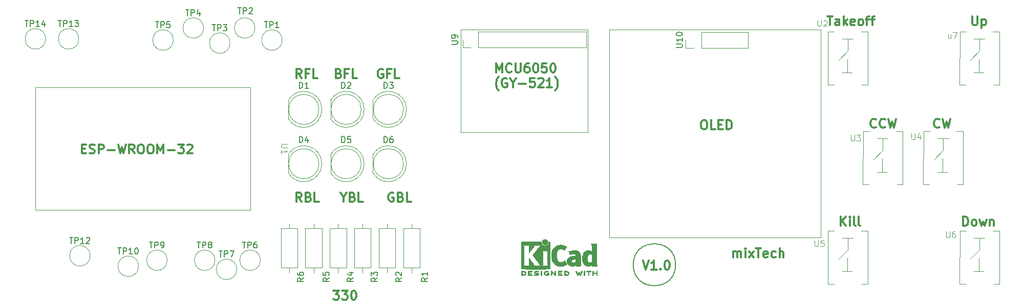
<source format=gbr>
%TF.GenerationSoftware,KiCad,Pcbnew,8.0.0*%
%TF.CreationDate,2024-03-10T20:57:54+01:00*%
%TF.ProjectId,EEK,45454b2e-6b69-4636-9164-5f7063625858,V1.0*%
%TF.SameCoordinates,Original*%
%TF.FileFunction,Legend,Top*%
%TF.FilePolarity,Positive*%
%FSLAX46Y46*%
G04 Gerber Fmt 4.6, Leading zero omitted, Abs format (unit mm)*
G04 Created by KiCad (PCBNEW 8.0.0) date 2024-03-10 20:57:54*
%MOMM*%
%LPD*%
G01*
G04 APERTURE LIST*
%ADD10C,0.300000*%
%ADD11C,0.200000*%
%ADD12C,0.100000*%
%ADD13C,0.150000*%
%ADD14C,0.120000*%
%ADD15C,0.010000*%
G04 APERTURE END LIST*
D10*
X129090225Y-67372257D02*
X128947368Y-67300828D01*
X128947368Y-67300828D02*
X128733082Y-67300828D01*
X128733082Y-67300828D02*
X128518796Y-67372257D01*
X128518796Y-67372257D02*
X128375939Y-67515114D01*
X128375939Y-67515114D02*
X128304510Y-67657971D01*
X128304510Y-67657971D02*
X128233082Y-67943685D01*
X128233082Y-67943685D02*
X128233082Y-68157971D01*
X128233082Y-68157971D02*
X128304510Y-68443685D01*
X128304510Y-68443685D02*
X128375939Y-68586542D01*
X128375939Y-68586542D02*
X128518796Y-68729400D01*
X128518796Y-68729400D02*
X128733082Y-68800828D01*
X128733082Y-68800828D02*
X128875939Y-68800828D01*
X128875939Y-68800828D02*
X129090225Y-68729400D01*
X129090225Y-68729400D02*
X129161653Y-68657971D01*
X129161653Y-68657971D02*
X129161653Y-68157971D01*
X129161653Y-68157971D02*
X128875939Y-68157971D01*
X130304510Y-68015114D02*
X130518796Y-68086542D01*
X130518796Y-68086542D02*
X130590225Y-68157971D01*
X130590225Y-68157971D02*
X130661653Y-68300828D01*
X130661653Y-68300828D02*
X130661653Y-68515114D01*
X130661653Y-68515114D02*
X130590225Y-68657971D01*
X130590225Y-68657971D02*
X130518796Y-68729400D01*
X130518796Y-68729400D02*
X130375939Y-68800828D01*
X130375939Y-68800828D02*
X129804510Y-68800828D01*
X129804510Y-68800828D02*
X129804510Y-67300828D01*
X129804510Y-67300828D02*
X130304510Y-67300828D01*
X130304510Y-67300828D02*
X130447368Y-67372257D01*
X130447368Y-67372257D02*
X130518796Y-67443685D01*
X130518796Y-67443685D02*
X130590225Y-67586542D01*
X130590225Y-67586542D02*
X130590225Y-67729400D01*
X130590225Y-67729400D02*
X130518796Y-67872257D01*
X130518796Y-67872257D02*
X130447368Y-67943685D01*
X130447368Y-67943685D02*
X130304510Y-68015114D01*
X130304510Y-68015114D02*
X129804510Y-68015114D01*
X132018796Y-68800828D02*
X131304510Y-68800828D01*
X131304510Y-68800828D02*
X131304510Y-67300828D01*
X120840225Y-68086542D02*
X120840225Y-68800828D01*
X120340225Y-67300828D02*
X120840225Y-68086542D01*
X120840225Y-68086542D02*
X121340225Y-67300828D01*
X122340224Y-68015114D02*
X122554510Y-68086542D01*
X122554510Y-68086542D02*
X122625939Y-68157971D01*
X122625939Y-68157971D02*
X122697367Y-68300828D01*
X122697367Y-68300828D02*
X122697367Y-68515114D01*
X122697367Y-68515114D02*
X122625939Y-68657971D01*
X122625939Y-68657971D02*
X122554510Y-68729400D01*
X122554510Y-68729400D02*
X122411653Y-68800828D01*
X122411653Y-68800828D02*
X121840224Y-68800828D01*
X121840224Y-68800828D02*
X121840224Y-67300828D01*
X121840224Y-67300828D02*
X122340224Y-67300828D01*
X122340224Y-67300828D02*
X122483082Y-67372257D01*
X122483082Y-67372257D02*
X122554510Y-67443685D01*
X122554510Y-67443685D02*
X122625939Y-67586542D01*
X122625939Y-67586542D02*
X122625939Y-67729400D01*
X122625939Y-67729400D02*
X122554510Y-67872257D01*
X122554510Y-67872257D02*
X122483082Y-67943685D01*
X122483082Y-67943685D02*
X122340224Y-68015114D01*
X122340224Y-68015114D02*
X121840224Y-68015114D01*
X124054510Y-68800828D02*
X123340224Y-68800828D01*
X123340224Y-68800828D02*
X123340224Y-67300828D01*
X113911653Y-68800828D02*
X113411653Y-68086542D01*
X113054510Y-68800828D02*
X113054510Y-67300828D01*
X113054510Y-67300828D02*
X113625939Y-67300828D01*
X113625939Y-67300828D02*
X113768796Y-67372257D01*
X113768796Y-67372257D02*
X113840225Y-67443685D01*
X113840225Y-67443685D02*
X113911653Y-67586542D01*
X113911653Y-67586542D02*
X113911653Y-67800828D01*
X113911653Y-67800828D02*
X113840225Y-67943685D01*
X113840225Y-67943685D02*
X113768796Y-68015114D01*
X113768796Y-68015114D02*
X113625939Y-68086542D01*
X113625939Y-68086542D02*
X113054510Y-68086542D01*
X115054510Y-68015114D02*
X115268796Y-68086542D01*
X115268796Y-68086542D02*
X115340225Y-68157971D01*
X115340225Y-68157971D02*
X115411653Y-68300828D01*
X115411653Y-68300828D02*
X115411653Y-68515114D01*
X115411653Y-68515114D02*
X115340225Y-68657971D01*
X115340225Y-68657971D02*
X115268796Y-68729400D01*
X115268796Y-68729400D02*
X115125939Y-68800828D01*
X115125939Y-68800828D02*
X114554510Y-68800828D01*
X114554510Y-68800828D02*
X114554510Y-67300828D01*
X114554510Y-67300828D02*
X115054510Y-67300828D01*
X115054510Y-67300828D02*
X115197368Y-67372257D01*
X115197368Y-67372257D02*
X115268796Y-67443685D01*
X115268796Y-67443685D02*
X115340225Y-67586542D01*
X115340225Y-67586542D02*
X115340225Y-67729400D01*
X115340225Y-67729400D02*
X115268796Y-67872257D01*
X115268796Y-67872257D02*
X115197368Y-67943685D01*
X115197368Y-67943685D02*
X115054510Y-68015114D01*
X115054510Y-68015114D02*
X114554510Y-68015114D01*
X116768796Y-68800828D02*
X116054510Y-68800828D01*
X116054510Y-68800828D02*
X116054510Y-67300828D01*
X127340225Y-46872257D02*
X127197368Y-46800828D01*
X127197368Y-46800828D02*
X126983082Y-46800828D01*
X126983082Y-46800828D02*
X126768796Y-46872257D01*
X126768796Y-46872257D02*
X126625939Y-47015114D01*
X126625939Y-47015114D02*
X126554510Y-47157971D01*
X126554510Y-47157971D02*
X126483082Y-47443685D01*
X126483082Y-47443685D02*
X126483082Y-47657971D01*
X126483082Y-47657971D02*
X126554510Y-47943685D01*
X126554510Y-47943685D02*
X126625939Y-48086542D01*
X126625939Y-48086542D02*
X126768796Y-48229400D01*
X126768796Y-48229400D02*
X126983082Y-48300828D01*
X126983082Y-48300828D02*
X127125939Y-48300828D01*
X127125939Y-48300828D02*
X127340225Y-48229400D01*
X127340225Y-48229400D02*
X127411653Y-48157971D01*
X127411653Y-48157971D02*
X127411653Y-47657971D01*
X127411653Y-47657971D02*
X127125939Y-47657971D01*
X128554510Y-47515114D02*
X128054510Y-47515114D01*
X128054510Y-48300828D02*
X128054510Y-46800828D01*
X128054510Y-46800828D02*
X128768796Y-46800828D01*
X130054510Y-48300828D02*
X129340224Y-48300828D01*
X129340224Y-48300828D02*
X129340224Y-46800828D01*
X120054510Y-47515114D02*
X120268796Y-47586542D01*
X120268796Y-47586542D02*
X120340225Y-47657971D01*
X120340225Y-47657971D02*
X120411653Y-47800828D01*
X120411653Y-47800828D02*
X120411653Y-48015114D01*
X120411653Y-48015114D02*
X120340225Y-48157971D01*
X120340225Y-48157971D02*
X120268796Y-48229400D01*
X120268796Y-48229400D02*
X120125939Y-48300828D01*
X120125939Y-48300828D02*
X119554510Y-48300828D01*
X119554510Y-48300828D02*
X119554510Y-46800828D01*
X119554510Y-46800828D02*
X120054510Y-46800828D01*
X120054510Y-46800828D02*
X120197368Y-46872257D01*
X120197368Y-46872257D02*
X120268796Y-46943685D01*
X120268796Y-46943685D02*
X120340225Y-47086542D01*
X120340225Y-47086542D02*
X120340225Y-47229400D01*
X120340225Y-47229400D02*
X120268796Y-47372257D01*
X120268796Y-47372257D02*
X120197368Y-47443685D01*
X120197368Y-47443685D02*
X120054510Y-47515114D01*
X120054510Y-47515114D02*
X119554510Y-47515114D01*
X121554510Y-47515114D02*
X121054510Y-47515114D01*
X121054510Y-48300828D02*
X121054510Y-46800828D01*
X121054510Y-46800828D02*
X121768796Y-46800828D01*
X123054510Y-48300828D02*
X122340224Y-48300828D01*
X122340224Y-48300828D02*
X122340224Y-46800828D01*
X113911653Y-48300828D02*
X113411653Y-47586542D01*
X113054510Y-48300828D02*
X113054510Y-46800828D01*
X113054510Y-46800828D02*
X113625939Y-46800828D01*
X113625939Y-46800828D02*
X113768796Y-46872257D01*
X113768796Y-46872257D02*
X113840225Y-46943685D01*
X113840225Y-46943685D02*
X113911653Y-47086542D01*
X113911653Y-47086542D02*
X113911653Y-47300828D01*
X113911653Y-47300828D02*
X113840225Y-47443685D01*
X113840225Y-47443685D02*
X113768796Y-47515114D01*
X113768796Y-47515114D02*
X113625939Y-47586542D01*
X113625939Y-47586542D02*
X113054510Y-47586542D01*
X115054510Y-47515114D02*
X114554510Y-47515114D01*
X114554510Y-48300828D02*
X114554510Y-46800828D01*
X114554510Y-46800828D02*
X115268796Y-46800828D01*
X116554510Y-48300828D02*
X115840224Y-48300828D01*
X115840224Y-48300828D02*
X115840224Y-46800828D01*
X119161653Y-83550828D02*
X120090225Y-83550828D01*
X120090225Y-83550828D02*
X119590225Y-84122257D01*
X119590225Y-84122257D02*
X119804510Y-84122257D01*
X119804510Y-84122257D02*
X119947368Y-84193685D01*
X119947368Y-84193685D02*
X120018796Y-84265114D01*
X120018796Y-84265114D02*
X120090225Y-84407971D01*
X120090225Y-84407971D02*
X120090225Y-84765114D01*
X120090225Y-84765114D02*
X120018796Y-84907971D01*
X120018796Y-84907971D02*
X119947368Y-84979400D01*
X119947368Y-84979400D02*
X119804510Y-85050828D01*
X119804510Y-85050828D02*
X119375939Y-85050828D01*
X119375939Y-85050828D02*
X119233082Y-84979400D01*
X119233082Y-84979400D02*
X119161653Y-84907971D01*
X120590224Y-83550828D02*
X121518796Y-83550828D01*
X121518796Y-83550828D02*
X121018796Y-84122257D01*
X121018796Y-84122257D02*
X121233081Y-84122257D01*
X121233081Y-84122257D02*
X121375939Y-84193685D01*
X121375939Y-84193685D02*
X121447367Y-84265114D01*
X121447367Y-84265114D02*
X121518796Y-84407971D01*
X121518796Y-84407971D02*
X121518796Y-84765114D01*
X121518796Y-84765114D02*
X121447367Y-84907971D01*
X121447367Y-84907971D02*
X121375939Y-84979400D01*
X121375939Y-84979400D02*
X121233081Y-85050828D01*
X121233081Y-85050828D02*
X120804510Y-85050828D01*
X120804510Y-85050828D02*
X120661653Y-84979400D01*
X120661653Y-84979400D02*
X120590224Y-84907971D01*
X122447367Y-83550828D02*
X122590224Y-83550828D01*
X122590224Y-83550828D02*
X122733081Y-83622257D01*
X122733081Y-83622257D02*
X122804510Y-83693685D01*
X122804510Y-83693685D02*
X122875938Y-83836542D01*
X122875938Y-83836542D02*
X122947367Y-84122257D01*
X122947367Y-84122257D02*
X122947367Y-84479400D01*
X122947367Y-84479400D02*
X122875938Y-84765114D01*
X122875938Y-84765114D02*
X122804510Y-84907971D01*
X122804510Y-84907971D02*
X122733081Y-84979400D01*
X122733081Y-84979400D02*
X122590224Y-85050828D01*
X122590224Y-85050828D02*
X122447367Y-85050828D01*
X122447367Y-85050828D02*
X122304510Y-84979400D01*
X122304510Y-84979400D02*
X122233081Y-84907971D01*
X122233081Y-84907971D02*
X122161652Y-84765114D01*
X122161652Y-84765114D02*
X122090224Y-84479400D01*
X122090224Y-84479400D02*
X122090224Y-84122257D01*
X122090224Y-84122257D02*
X122161652Y-83836542D01*
X122161652Y-83836542D02*
X122233081Y-83693685D01*
X122233081Y-83693685D02*
X122304510Y-83622257D01*
X122304510Y-83622257D02*
X122447367Y-83550828D01*
X146054510Y-47385912D02*
X146054510Y-45885912D01*
X146054510Y-45885912D02*
X146554510Y-46957341D01*
X146554510Y-46957341D02*
X147054510Y-45885912D01*
X147054510Y-45885912D02*
X147054510Y-47385912D01*
X148625939Y-47243055D02*
X148554511Y-47314484D01*
X148554511Y-47314484D02*
X148340225Y-47385912D01*
X148340225Y-47385912D02*
X148197368Y-47385912D01*
X148197368Y-47385912D02*
X147983082Y-47314484D01*
X147983082Y-47314484D02*
X147840225Y-47171626D01*
X147840225Y-47171626D02*
X147768796Y-47028769D01*
X147768796Y-47028769D02*
X147697368Y-46743055D01*
X147697368Y-46743055D02*
X147697368Y-46528769D01*
X147697368Y-46528769D02*
X147768796Y-46243055D01*
X147768796Y-46243055D02*
X147840225Y-46100198D01*
X147840225Y-46100198D02*
X147983082Y-45957341D01*
X147983082Y-45957341D02*
X148197368Y-45885912D01*
X148197368Y-45885912D02*
X148340225Y-45885912D01*
X148340225Y-45885912D02*
X148554511Y-45957341D01*
X148554511Y-45957341D02*
X148625939Y-46028769D01*
X149268796Y-45885912D02*
X149268796Y-47100198D01*
X149268796Y-47100198D02*
X149340225Y-47243055D01*
X149340225Y-47243055D02*
X149411654Y-47314484D01*
X149411654Y-47314484D02*
X149554511Y-47385912D01*
X149554511Y-47385912D02*
X149840225Y-47385912D01*
X149840225Y-47385912D02*
X149983082Y-47314484D01*
X149983082Y-47314484D02*
X150054511Y-47243055D01*
X150054511Y-47243055D02*
X150125939Y-47100198D01*
X150125939Y-47100198D02*
X150125939Y-45885912D01*
X151483083Y-45885912D02*
X151197368Y-45885912D01*
X151197368Y-45885912D02*
X151054511Y-45957341D01*
X151054511Y-45957341D02*
X150983083Y-46028769D01*
X150983083Y-46028769D02*
X150840225Y-46243055D01*
X150840225Y-46243055D02*
X150768797Y-46528769D01*
X150768797Y-46528769D02*
X150768797Y-47100198D01*
X150768797Y-47100198D02*
X150840225Y-47243055D01*
X150840225Y-47243055D02*
X150911654Y-47314484D01*
X150911654Y-47314484D02*
X151054511Y-47385912D01*
X151054511Y-47385912D02*
X151340225Y-47385912D01*
X151340225Y-47385912D02*
X151483083Y-47314484D01*
X151483083Y-47314484D02*
X151554511Y-47243055D01*
X151554511Y-47243055D02*
X151625940Y-47100198D01*
X151625940Y-47100198D02*
X151625940Y-46743055D01*
X151625940Y-46743055D02*
X151554511Y-46600198D01*
X151554511Y-46600198D02*
X151483083Y-46528769D01*
X151483083Y-46528769D02*
X151340225Y-46457341D01*
X151340225Y-46457341D02*
X151054511Y-46457341D01*
X151054511Y-46457341D02*
X150911654Y-46528769D01*
X150911654Y-46528769D02*
X150840225Y-46600198D01*
X150840225Y-46600198D02*
X150768797Y-46743055D01*
X152554511Y-45885912D02*
X152697368Y-45885912D01*
X152697368Y-45885912D02*
X152840225Y-45957341D01*
X152840225Y-45957341D02*
X152911654Y-46028769D01*
X152911654Y-46028769D02*
X152983082Y-46171626D01*
X152983082Y-46171626D02*
X153054511Y-46457341D01*
X153054511Y-46457341D02*
X153054511Y-46814484D01*
X153054511Y-46814484D02*
X152983082Y-47100198D01*
X152983082Y-47100198D02*
X152911654Y-47243055D01*
X152911654Y-47243055D02*
X152840225Y-47314484D01*
X152840225Y-47314484D02*
X152697368Y-47385912D01*
X152697368Y-47385912D02*
X152554511Y-47385912D01*
X152554511Y-47385912D02*
X152411654Y-47314484D01*
X152411654Y-47314484D02*
X152340225Y-47243055D01*
X152340225Y-47243055D02*
X152268796Y-47100198D01*
X152268796Y-47100198D02*
X152197368Y-46814484D01*
X152197368Y-46814484D02*
X152197368Y-46457341D01*
X152197368Y-46457341D02*
X152268796Y-46171626D01*
X152268796Y-46171626D02*
X152340225Y-46028769D01*
X152340225Y-46028769D02*
X152411654Y-45957341D01*
X152411654Y-45957341D02*
X152554511Y-45885912D01*
X154411653Y-45885912D02*
X153697367Y-45885912D01*
X153697367Y-45885912D02*
X153625939Y-46600198D01*
X153625939Y-46600198D02*
X153697367Y-46528769D01*
X153697367Y-46528769D02*
X153840225Y-46457341D01*
X153840225Y-46457341D02*
X154197367Y-46457341D01*
X154197367Y-46457341D02*
X154340225Y-46528769D01*
X154340225Y-46528769D02*
X154411653Y-46600198D01*
X154411653Y-46600198D02*
X154483082Y-46743055D01*
X154483082Y-46743055D02*
X154483082Y-47100198D01*
X154483082Y-47100198D02*
X154411653Y-47243055D01*
X154411653Y-47243055D02*
X154340225Y-47314484D01*
X154340225Y-47314484D02*
X154197367Y-47385912D01*
X154197367Y-47385912D02*
X153840225Y-47385912D01*
X153840225Y-47385912D02*
X153697367Y-47314484D01*
X153697367Y-47314484D02*
X153625939Y-47243055D01*
X155411653Y-45885912D02*
X155554510Y-45885912D01*
X155554510Y-45885912D02*
X155697367Y-45957341D01*
X155697367Y-45957341D02*
X155768796Y-46028769D01*
X155768796Y-46028769D02*
X155840224Y-46171626D01*
X155840224Y-46171626D02*
X155911653Y-46457341D01*
X155911653Y-46457341D02*
X155911653Y-46814484D01*
X155911653Y-46814484D02*
X155840224Y-47100198D01*
X155840224Y-47100198D02*
X155768796Y-47243055D01*
X155768796Y-47243055D02*
X155697367Y-47314484D01*
X155697367Y-47314484D02*
X155554510Y-47385912D01*
X155554510Y-47385912D02*
X155411653Y-47385912D01*
X155411653Y-47385912D02*
X155268796Y-47314484D01*
X155268796Y-47314484D02*
X155197367Y-47243055D01*
X155197367Y-47243055D02*
X155125938Y-47100198D01*
X155125938Y-47100198D02*
X155054510Y-46814484D01*
X155054510Y-46814484D02*
X155054510Y-46457341D01*
X155054510Y-46457341D02*
X155125938Y-46171626D01*
X155125938Y-46171626D02*
X155197367Y-46028769D01*
X155197367Y-46028769D02*
X155268796Y-45957341D01*
X155268796Y-45957341D02*
X155411653Y-45885912D01*
X146483082Y-50372257D02*
X146411653Y-50300828D01*
X146411653Y-50300828D02*
X146268796Y-50086542D01*
X146268796Y-50086542D02*
X146197368Y-49943685D01*
X146197368Y-49943685D02*
X146125939Y-49729400D01*
X146125939Y-49729400D02*
X146054510Y-49372257D01*
X146054510Y-49372257D02*
X146054510Y-49086542D01*
X146054510Y-49086542D02*
X146125939Y-48729400D01*
X146125939Y-48729400D02*
X146197368Y-48515114D01*
X146197368Y-48515114D02*
X146268796Y-48372257D01*
X146268796Y-48372257D02*
X146411653Y-48157971D01*
X146411653Y-48157971D02*
X146483082Y-48086542D01*
X147840225Y-48372257D02*
X147697368Y-48300828D01*
X147697368Y-48300828D02*
X147483082Y-48300828D01*
X147483082Y-48300828D02*
X147268796Y-48372257D01*
X147268796Y-48372257D02*
X147125939Y-48515114D01*
X147125939Y-48515114D02*
X147054510Y-48657971D01*
X147054510Y-48657971D02*
X146983082Y-48943685D01*
X146983082Y-48943685D02*
X146983082Y-49157971D01*
X146983082Y-49157971D02*
X147054510Y-49443685D01*
X147054510Y-49443685D02*
X147125939Y-49586542D01*
X147125939Y-49586542D02*
X147268796Y-49729400D01*
X147268796Y-49729400D02*
X147483082Y-49800828D01*
X147483082Y-49800828D02*
X147625939Y-49800828D01*
X147625939Y-49800828D02*
X147840225Y-49729400D01*
X147840225Y-49729400D02*
X147911653Y-49657971D01*
X147911653Y-49657971D02*
X147911653Y-49157971D01*
X147911653Y-49157971D02*
X147625939Y-49157971D01*
X148840225Y-49086542D02*
X148840225Y-49800828D01*
X148340225Y-48300828D02*
X148840225Y-49086542D01*
X148840225Y-49086542D02*
X149340225Y-48300828D01*
X149840224Y-49229400D02*
X150983082Y-49229400D01*
X152411653Y-48300828D02*
X151697367Y-48300828D01*
X151697367Y-48300828D02*
X151625939Y-49015114D01*
X151625939Y-49015114D02*
X151697367Y-48943685D01*
X151697367Y-48943685D02*
X151840225Y-48872257D01*
X151840225Y-48872257D02*
X152197367Y-48872257D01*
X152197367Y-48872257D02*
X152340225Y-48943685D01*
X152340225Y-48943685D02*
X152411653Y-49015114D01*
X152411653Y-49015114D02*
X152483082Y-49157971D01*
X152483082Y-49157971D02*
X152483082Y-49515114D01*
X152483082Y-49515114D02*
X152411653Y-49657971D01*
X152411653Y-49657971D02*
X152340225Y-49729400D01*
X152340225Y-49729400D02*
X152197367Y-49800828D01*
X152197367Y-49800828D02*
X151840225Y-49800828D01*
X151840225Y-49800828D02*
X151697367Y-49729400D01*
X151697367Y-49729400D02*
X151625939Y-49657971D01*
X153054510Y-48443685D02*
X153125938Y-48372257D01*
X153125938Y-48372257D02*
X153268796Y-48300828D01*
X153268796Y-48300828D02*
X153625938Y-48300828D01*
X153625938Y-48300828D02*
X153768796Y-48372257D01*
X153768796Y-48372257D02*
X153840224Y-48443685D01*
X153840224Y-48443685D02*
X153911653Y-48586542D01*
X153911653Y-48586542D02*
X153911653Y-48729400D01*
X153911653Y-48729400D02*
X153840224Y-48943685D01*
X153840224Y-48943685D02*
X152983081Y-49800828D01*
X152983081Y-49800828D02*
X153911653Y-49800828D01*
X155340224Y-49800828D02*
X154483081Y-49800828D01*
X154911652Y-49800828D02*
X154911652Y-48300828D01*
X154911652Y-48300828D02*
X154768795Y-48515114D01*
X154768795Y-48515114D02*
X154625938Y-48657971D01*
X154625938Y-48657971D02*
X154483081Y-48729400D01*
X155840223Y-50372257D02*
X155911652Y-50300828D01*
X155911652Y-50300828D02*
X156054509Y-50086542D01*
X156054509Y-50086542D02*
X156125938Y-49943685D01*
X156125938Y-49943685D02*
X156197366Y-49729400D01*
X156197366Y-49729400D02*
X156268795Y-49372257D01*
X156268795Y-49372257D02*
X156268795Y-49086542D01*
X156268795Y-49086542D02*
X156197366Y-48729400D01*
X156197366Y-48729400D02*
X156125938Y-48515114D01*
X156125938Y-48515114D02*
X156054509Y-48372257D01*
X156054509Y-48372257D02*
X155911652Y-48157971D01*
X155911652Y-48157971D02*
X155840223Y-48086542D01*
X180340225Y-55300828D02*
X180625939Y-55300828D01*
X180625939Y-55300828D02*
X180768796Y-55372257D01*
X180768796Y-55372257D02*
X180911653Y-55515114D01*
X180911653Y-55515114D02*
X180983082Y-55800828D01*
X180983082Y-55800828D02*
X180983082Y-56300828D01*
X180983082Y-56300828D02*
X180911653Y-56586542D01*
X180911653Y-56586542D02*
X180768796Y-56729400D01*
X180768796Y-56729400D02*
X180625939Y-56800828D01*
X180625939Y-56800828D02*
X180340225Y-56800828D01*
X180340225Y-56800828D02*
X180197368Y-56729400D01*
X180197368Y-56729400D02*
X180054510Y-56586542D01*
X180054510Y-56586542D02*
X179983082Y-56300828D01*
X179983082Y-56300828D02*
X179983082Y-55800828D01*
X179983082Y-55800828D02*
X180054510Y-55515114D01*
X180054510Y-55515114D02*
X180197368Y-55372257D01*
X180197368Y-55372257D02*
X180340225Y-55300828D01*
X182340225Y-56800828D02*
X181625939Y-56800828D01*
X181625939Y-56800828D02*
X181625939Y-55300828D01*
X182840225Y-56015114D02*
X183340225Y-56015114D01*
X183554511Y-56800828D02*
X182840225Y-56800828D01*
X182840225Y-56800828D02*
X182840225Y-55300828D01*
X182840225Y-55300828D02*
X183554511Y-55300828D01*
X184197368Y-56800828D02*
X184197368Y-55300828D01*
X184197368Y-55300828D02*
X184554511Y-55300828D01*
X184554511Y-55300828D02*
X184768797Y-55372257D01*
X184768797Y-55372257D02*
X184911654Y-55515114D01*
X184911654Y-55515114D02*
X184983083Y-55657971D01*
X184983083Y-55657971D02*
X185054511Y-55943685D01*
X185054511Y-55943685D02*
X185054511Y-56157971D01*
X185054511Y-56157971D02*
X184983083Y-56443685D01*
X184983083Y-56443685D02*
X184911654Y-56586542D01*
X184911654Y-56586542D02*
X184768797Y-56729400D01*
X184768797Y-56729400D02*
X184554511Y-56800828D01*
X184554511Y-56800828D02*
X184197368Y-56800828D01*
X77554510Y-60015114D02*
X78054510Y-60015114D01*
X78268796Y-60800828D02*
X77554510Y-60800828D01*
X77554510Y-60800828D02*
X77554510Y-59300828D01*
X77554510Y-59300828D02*
X78268796Y-59300828D01*
X78840225Y-60729400D02*
X79054511Y-60800828D01*
X79054511Y-60800828D02*
X79411653Y-60800828D01*
X79411653Y-60800828D02*
X79554511Y-60729400D01*
X79554511Y-60729400D02*
X79625939Y-60657971D01*
X79625939Y-60657971D02*
X79697368Y-60515114D01*
X79697368Y-60515114D02*
X79697368Y-60372257D01*
X79697368Y-60372257D02*
X79625939Y-60229400D01*
X79625939Y-60229400D02*
X79554511Y-60157971D01*
X79554511Y-60157971D02*
X79411653Y-60086542D01*
X79411653Y-60086542D02*
X79125939Y-60015114D01*
X79125939Y-60015114D02*
X78983082Y-59943685D01*
X78983082Y-59943685D02*
X78911653Y-59872257D01*
X78911653Y-59872257D02*
X78840225Y-59729400D01*
X78840225Y-59729400D02*
X78840225Y-59586542D01*
X78840225Y-59586542D02*
X78911653Y-59443685D01*
X78911653Y-59443685D02*
X78983082Y-59372257D01*
X78983082Y-59372257D02*
X79125939Y-59300828D01*
X79125939Y-59300828D02*
X79483082Y-59300828D01*
X79483082Y-59300828D02*
X79697368Y-59372257D01*
X80340224Y-60800828D02*
X80340224Y-59300828D01*
X80340224Y-59300828D02*
X80911653Y-59300828D01*
X80911653Y-59300828D02*
X81054510Y-59372257D01*
X81054510Y-59372257D02*
X81125939Y-59443685D01*
X81125939Y-59443685D02*
X81197367Y-59586542D01*
X81197367Y-59586542D02*
X81197367Y-59800828D01*
X81197367Y-59800828D02*
X81125939Y-59943685D01*
X81125939Y-59943685D02*
X81054510Y-60015114D01*
X81054510Y-60015114D02*
X80911653Y-60086542D01*
X80911653Y-60086542D02*
X80340224Y-60086542D01*
X81840224Y-60229400D02*
X82983082Y-60229400D01*
X83554510Y-59300828D02*
X83911653Y-60800828D01*
X83911653Y-60800828D02*
X84197367Y-59729400D01*
X84197367Y-59729400D02*
X84483082Y-60800828D01*
X84483082Y-60800828D02*
X84840225Y-59300828D01*
X86268796Y-60800828D02*
X85768796Y-60086542D01*
X85411653Y-60800828D02*
X85411653Y-59300828D01*
X85411653Y-59300828D02*
X85983082Y-59300828D01*
X85983082Y-59300828D02*
X86125939Y-59372257D01*
X86125939Y-59372257D02*
X86197368Y-59443685D01*
X86197368Y-59443685D02*
X86268796Y-59586542D01*
X86268796Y-59586542D02*
X86268796Y-59800828D01*
X86268796Y-59800828D02*
X86197368Y-59943685D01*
X86197368Y-59943685D02*
X86125939Y-60015114D01*
X86125939Y-60015114D02*
X85983082Y-60086542D01*
X85983082Y-60086542D02*
X85411653Y-60086542D01*
X87197368Y-59300828D02*
X87483082Y-59300828D01*
X87483082Y-59300828D02*
X87625939Y-59372257D01*
X87625939Y-59372257D02*
X87768796Y-59515114D01*
X87768796Y-59515114D02*
X87840225Y-59800828D01*
X87840225Y-59800828D02*
X87840225Y-60300828D01*
X87840225Y-60300828D02*
X87768796Y-60586542D01*
X87768796Y-60586542D02*
X87625939Y-60729400D01*
X87625939Y-60729400D02*
X87483082Y-60800828D01*
X87483082Y-60800828D02*
X87197368Y-60800828D01*
X87197368Y-60800828D02*
X87054511Y-60729400D01*
X87054511Y-60729400D02*
X86911653Y-60586542D01*
X86911653Y-60586542D02*
X86840225Y-60300828D01*
X86840225Y-60300828D02*
X86840225Y-59800828D01*
X86840225Y-59800828D02*
X86911653Y-59515114D01*
X86911653Y-59515114D02*
X87054511Y-59372257D01*
X87054511Y-59372257D02*
X87197368Y-59300828D01*
X88768797Y-59300828D02*
X89054511Y-59300828D01*
X89054511Y-59300828D02*
X89197368Y-59372257D01*
X89197368Y-59372257D02*
X89340225Y-59515114D01*
X89340225Y-59515114D02*
X89411654Y-59800828D01*
X89411654Y-59800828D02*
X89411654Y-60300828D01*
X89411654Y-60300828D02*
X89340225Y-60586542D01*
X89340225Y-60586542D02*
X89197368Y-60729400D01*
X89197368Y-60729400D02*
X89054511Y-60800828D01*
X89054511Y-60800828D02*
X88768797Y-60800828D01*
X88768797Y-60800828D02*
X88625940Y-60729400D01*
X88625940Y-60729400D02*
X88483082Y-60586542D01*
X88483082Y-60586542D02*
X88411654Y-60300828D01*
X88411654Y-60300828D02*
X88411654Y-59800828D01*
X88411654Y-59800828D02*
X88483082Y-59515114D01*
X88483082Y-59515114D02*
X88625940Y-59372257D01*
X88625940Y-59372257D02*
X88768797Y-59300828D01*
X90054511Y-60800828D02*
X90054511Y-59300828D01*
X90054511Y-59300828D02*
X90554511Y-60372257D01*
X90554511Y-60372257D02*
X91054511Y-59300828D01*
X91054511Y-59300828D02*
X91054511Y-60800828D01*
X91768797Y-60229400D02*
X92911655Y-60229400D01*
X93483083Y-59300828D02*
X94411655Y-59300828D01*
X94411655Y-59300828D02*
X93911655Y-59872257D01*
X93911655Y-59872257D02*
X94125940Y-59872257D01*
X94125940Y-59872257D02*
X94268798Y-59943685D01*
X94268798Y-59943685D02*
X94340226Y-60015114D01*
X94340226Y-60015114D02*
X94411655Y-60157971D01*
X94411655Y-60157971D02*
X94411655Y-60515114D01*
X94411655Y-60515114D02*
X94340226Y-60657971D01*
X94340226Y-60657971D02*
X94268798Y-60729400D01*
X94268798Y-60729400D02*
X94125940Y-60800828D01*
X94125940Y-60800828D02*
X93697369Y-60800828D01*
X93697369Y-60800828D02*
X93554512Y-60729400D01*
X93554512Y-60729400D02*
X93483083Y-60657971D01*
X94983083Y-59443685D02*
X95054511Y-59372257D01*
X95054511Y-59372257D02*
X95197369Y-59300828D01*
X95197369Y-59300828D02*
X95554511Y-59300828D01*
X95554511Y-59300828D02*
X95697369Y-59372257D01*
X95697369Y-59372257D02*
X95768797Y-59443685D01*
X95768797Y-59443685D02*
X95840226Y-59586542D01*
X95840226Y-59586542D02*
X95840226Y-59729400D01*
X95840226Y-59729400D02*
X95768797Y-59943685D01*
X95768797Y-59943685D02*
X94911654Y-60800828D01*
X94911654Y-60800828D02*
X95840226Y-60800828D01*
X223304510Y-72800828D02*
X223304510Y-71300828D01*
X223304510Y-71300828D02*
X223661653Y-71300828D01*
X223661653Y-71300828D02*
X223875939Y-71372257D01*
X223875939Y-71372257D02*
X224018796Y-71515114D01*
X224018796Y-71515114D02*
X224090225Y-71657971D01*
X224090225Y-71657971D02*
X224161653Y-71943685D01*
X224161653Y-71943685D02*
X224161653Y-72157971D01*
X224161653Y-72157971D02*
X224090225Y-72443685D01*
X224090225Y-72443685D02*
X224018796Y-72586542D01*
X224018796Y-72586542D02*
X223875939Y-72729400D01*
X223875939Y-72729400D02*
X223661653Y-72800828D01*
X223661653Y-72800828D02*
X223304510Y-72800828D01*
X225018796Y-72800828D02*
X224875939Y-72729400D01*
X224875939Y-72729400D02*
X224804510Y-72657971D01*
X224804510Y-72657971D02*
X224733082Y-72515114D01*
X224733082Y-72515114D02*
X224733082Y-72086542D01*
X224733082Y-72086542D02*
X224804510Y-71943685D01*
X224804510Y-71943685D02*
X224875939Y-71872257D01*
X224875939Y-71872257D02*
X225018796Y-71800828D01*
X225018796Y-71800828D02*
X225233082Y-71800828D01*
X225233082Y-71800828D02*
X225375939Y-71872257D01*
X225375939Y-71872257D02*
X225447368Y-71943685D01*
X225447368Y-71943685D02*
X225518796Y-72086542D01*
X225518796Y-72086542D02*
X225518796Y-72515114D01*
X225518796Y-72515114D02*
X225447368Y-72657971D01*
X225447368Y-72657971D02*
X225375939Y-72729400D01*
X225375939Y-72729400D02*
X225233082Y-72800828D01*
X225233082Y-72800828D02*
X225018796Y-72800828D01*
X226018796Y-71800828D02*
X226304511Y-72800828D01*
X226304511Y-72800828D02*
X226590225Y-72086542D01*
X226590225Y-72086542D02*
X226875939Y-72800828D01*
X226875939Y-72800828D02*
X227161653Y-71800828D01*
X227733082Y-71800828D02*
X227733082Y-72800828D01*
X227733082Y-71943685D02*
X227804511Y-71872257D01*
X227804511Y-71872257D02*
X227947368Y-71800828D01*
X227947368Y-71800828D02*
X228161654Y-71800828D01*
X228161654Y-71800828D02*
X228304511Y-71872257D01*
X228304511Y-71872257D02*
X228375940Y-72015114D01*
X228375940Y-72015114D02*
X228375940Y-72800828D01*
X203054510Y-72800828D02*
X203054510Y-71300828D01*
X203911653Y-72800828D02*
X203268796Y-71943685D01*
X203911653Y-71300828D02*
X203054510Y-72157971D01*
X204554510Y-72800828D02*
X204554510Y-71800828D01*
X204554510Y-71300828D02*
X204483082Y-71372257D01*
X204483082Y-71372257D02*
X204554510Y-71443685D01*
X204554510Y-71443685D02*
X204625939Y-71372257D01*
X204625939Y-71372257D02*
X204554510Y-71300828D01*
X204554510Y-71300828D02*
X204554510Y-71443685D01*
X205483082Y-72800828D02*
X205340225Y-72729400D01*
X205340225Y-72729400D02*
X205268796Y-72586542D01*
X205268796Y-72586542D02*
X205268796Y-71300828D01*
X206268796Y-72800828D02*
X206125939Y-72729400D01*
X206125939Y-72729400D02*
X206054510Y-72586542D01*
X206054510Y-72586542D02*
X206054510Y-71300828D01*
X219411653Y-56407971D02*
X219340225Y-56479400D01*
X219340225Y-56479400D02*
X219125939Y-56550828D01*
X219125939Y-56550828D02*
X218983082Y-56550828D01*
X218983082Y-56550828D02*
X218768796Y-56479400D01*
X218768796Y-56479400D02*
X218625939Y-56336542D01*
X218625939Y-56336542D02*
X218554510Y-56193685D01*
X218554510Y-56193685D02*
X218483082Y-55907971D01*
X218483082Y-55907971D02*
X218483082Y-55693685D01*
X218483082Y-55693685D02*
X218554510Y-55407971D01*
X218554510Y-55407971D02*
X218625939Y-55265114D01*
X218625939Y-55265114D02*
X218768796Y-55122257D01*
X218768796Y-55122257D02*
X218983082Y-55050828D01*
X218983082Y-55050828D02*
X219125939Y-55050828D01*
X219125939Y-55050828D02*
X219340225Y-55122257D01*
X219340225Y-55122257D02*
X219411653Y-55193685D01*
X219911653Y-55050828D02*
X220268796Y-56550828D01*
X220268796Y-56550828D02*
X220554510Y-55479400D01*
X220554510Y-55479400D02*
X220840225Y-56550828D01*
X220840225Y-56550828D02*
X221197368Y-55050828D01*
X208911653Y-56407971D02*
X208840225Y-56479400D01*
X208840225Y-56479400D02*
X208625939Y-56550828D01*
X208625939Y-56550828D02*
X208483082Y-56550828D01*
X208483082Y-56550828D02*
X208268796Y-56479400D01*
X208268796Y-56479400D02*
X208125939Y-56336542D01*
X208125939Y-56336542D02*
X208054510Y-56193685D01*
X208054510Y-56193685D02*
X207983082Y-55907971D01*
X207983082Y-55907971D02*
X207983082Y-55693685D01*
X207983082Y-55693685D02*
X208054510Y-55407971D01*
X208054510Y-55407971D02*
X208125939Y-55265114D01*
X208125939Y-55265114D02*
X208268796Y-55122257D01*
X208268796Y-55122257D02*
X208483082Y-55050828D01*
X208483082Y-55050828D02*
X208625939Y-55050828D01*
X208625939Y-55050828D02*
X208840225Y-55122257D01*
X208840225Y-55122257D02*
X208911653Y-55193685D01*
X210411653Y-56407971D02*
X210340225Y-56479400D01*
X210340225Y-56479400D02*
X210125939Y-56550828D01*
X210125939Y-56550828D02*
X209983082Y-56550828D01*
X209983082Y-56550828D02*
X209768796Y-56479400D01*
X209768796Y-56479400D02*
X209625939Y-56336542D01*
X209625939Y-56336542D02*
X209554510Y-56193685D01*
X209554510Y-56193685D02*
X209483082Y-55907971D01*
X209483082Y-55907971D02*
X209483082Y-55693685D01*
X209483082Y-55693685D02*
X209554510Y-55407971D01*
X209554510Y-55407971D02*
X209625939Y-55265114D01*
X209625939Y-55265114D02*
X209768796Y-55122257D01*
X209768796Y-55122257D02*
X209983082Y-55050828D01*
X209983082Y-55050828D02*
X210125939Y-55050828D01*
X210125939Y-55050828D02*
X210340225Y-55122257D01*
X210340225Y-55122257D02*
X210411653Y-55193685D01*
X210911653Y-55050828D02*
X211268796Y-56550828D01*
X211268796Y-56550828D02*
X211554510Y-55479400D01*
X211554510Y-55479400D02*
X211840225Y-56550828D01*
X211840225Y-56550828D02*
X212197368Y-55050828D01*
X224804510Y-38050828D02*
X224804510Y-39265114D01*
X224804510Y-39265114D02*
X224875939Y-39407971D01*
X224875939Y-39407971D02*
X224947368Y-39479400D01*
X224947368Y-39479400D02*
X225090225Y-39550828D01*
X225090225Y-39550828D02*
X225375939Y-39550828D01*
X225375939Y-39550828D02*
X225518796Y-39479400D01*
X225518796Y-39479400D02*
X225590225Y-39407971D01*
X225590225Y-39407971D02*
X225661653Y-39265114D01*
X225661653Y-39265114D02*
X225661653Y-38050828D01*
X226375939Y-38550828D02*
X226375939Y-40050828D01*
X226375939Y-38622257D02*
X226518797Y-38550828D01*
X226518797Y-38550828D02*
X226804511Y-38550828D01*
X226804511Y-38550828D02*
X226947368Y-38622257D01*
X226947368Y-38622257D02*
X227018797Y-38693685D01*
X227018797Y-38693685D02*
X227090225Y-38836542D01*
X227090225Y-38836542D02*
X227090225Y-39265114D01*
X227090225Y-39265114D02*
X227018797Y-39407971D01*
X227018797Y-39407971D02*
X226947368Y-39479400D01*
X226947368Y-39479400D02*
X226804511Y-39550828D01*
X226804511Y-39550828D02*
X226518797Y-39550828D01*
X226518797Y-39550828D02*
X226375939Y-39479400D01*
X200840225Y-38050828D02*
X201697368Y-38050828D01*
X201268796Y-39550828D02*
X201268796Y-38050828D01*
X202840225Y-39550828D02*
X202840225Y-38765114D01*
X202840225Y-38765114D02*
X202768796Y-38622257D01*
X202768796Y-38622257D02*
X202625939Y-38550828D01*
X202625939Y-38550828D02*
X202340225Y-38550828D01*
X202340225Y-38550828D02*
X202197367Y-38622257D01*
X202840225Y-39479400D02*
X202697367Y-39550828D01*
X202697367Y-39550828D02*
X202340225Y-39550828D01*
X202340225Y-39550828D02*
X202197367Y-39479400D01*
X202197367Y-39479400D02*
X202125939Y-39336542D01*
X202125939Y-39336542D02*
X202125939Y-39193685D01*
X202125939Y-39193685D02*
X202197367Y-39050828D01*
X202197367Y-39050828D02*
X202340225Y-38979400D01*
X202340225Y-38979400D02*
X202697367Y-38979400D01*
X202697367Y-38979400D02*
X202840225Y-38907971D01*
X203554510Y-39550828D02*
X203554510Y-38050828D01*
X203697368Y-38979400D02*
X204125939Y-39550828D01*
X204125939Y-38550828D02*
X203554510Y-39122257D01*
X205340225Y-39479400D02*
X205197368Y-39550828D01*
X205197368Y-39550828D02*
X204911654Y-39550828D01*
X204911654Y-39550828D02*
X204768796Y-39479400D01*
X204768796Y-39479400D02*
X204697368Y-39336542D01*
X204697368Y-39336542D02*
X204697368Y-38765114D01*
X204697368Y-38765114D02*
X204768796Y-38622257D01*
X204768796Y-38622257D02*
X204911654Y-38550828D01*
X204911654Y-38550828D02*
X205197368Y-38550828D01*
X205197368Y-38550828D02*
X205340225Y-38622257D01*
X205340225Y-38622257D02*
X205411654Y-38765114D01*
X205411654Y-38765114D02*
X205411654Y-38907971D01*
X205411654Y-38907971D02*
X204697368Y-39050828D01*
X206268796Y-39550828D02*
X206125939Y-39479400D01*
X206125939Y-39479400D02*
X206054510Y-39407971D01*
X206054510Y-39407971D02*
X205983082Y-39265114D01*
X205983082Y-39265114D02*
X205983082Y-38836542D01*
X205983082Y-38836542D02*
X206054510Y-38693685D01*
X206054510Y-38693685D02*
X206125939Y-38622257D01*
X206125939Y-38622257D02*
X206268796Y-38550828D01*
X206268796Y-38550828D02*
X206483082Y-38550828D01*
X206483082Y-38550828D02*
X206625939Y-38622257D01*
X206625939Y-38622257D02*
X206697368Y-38693685D01*
X206697368Y-38693685D02*
X206768796Y-38836542D01*
X206768796Y-38836542D02*
X206768796Y-39265114D01*
X206768796Y-39265114D02*
X206697368Y-39407971D01*
X206697368Y-39407971D02*
X206625939Y-39479400D01*
X206625939Y-39479400D02*
X206483082Y-39550828D01*
X206483082Y-39550828D02*
X206268796Y-39550828D01*
X207197368Y-38550828D02*
X207768796Y-38550828D01*
X207411653Y-39550828D02*
X207411653Y-38265114D01*
X207411653Y-38265114D02*
X207483082Y-38122257D01*
X207483082Y-38122257D02*
X207625939Y-38050828D01*
X207625939Y-38050828D02*
X207768796Y-38050828D01*
X208054511Y-38550828D02*
X208625939Y-38550828D01*
X208268796Y-39550828D02*
X208268796Y-38265114D01*
X208268796Y-38265114D02*
X208340225Y-38122257D01*
X208340225Y-38122257D02*
X208483082Y-38050828D01*
X208483082Y-38050828D02*
X208625939Y-38050828D01*
D11*
X175750000Y-79250000D02*
G75*
G02*
X168750000Y-79250000I-3500000J0D01*
G01*
X168750000Y-79250000D02*
G75*
G02*
X175750000Y-79250000I3500000J0D01*
G01*
D10*
X170340225Y-78550828D02*
X170840225Y-80050828D01*
X170840225Y-80050828D02*
X171340225Y-78550828D01*
X172625939Y-80050828D02*
X171768796Y-80050828D01*
X172197367Y-80050828D02*
X172197367Y-78550828D01*
X172197367Y-78550828D02*
X172054510Y-78765114D01*
X172054510Y-78765114D02*
X171911653Y-78907971D01*
X171911653Y-78907971D02*
X171768796Y-78979400D01*
X173268795Y-79907971D02*
X173340224Y-79979400D01*
X173340224Y-79979400D02*
X173268795Y-80050828D01*
X173268795Y-80050828D02*
X173197367Y-79979400D01*
X173197367Y-79979400D02*
X173268795Y-79907971D01*
X173268795Y-79907971D02*
X173268795Y-80050828D01*
X174268796Y-78550828D02*
X174411653Y-78550828D01*
X174411653Y-78550828D02*
X174554510Y-78622257D01*
X174554510Y-78622257D02*
X174625939Y-78693685D01*
X174625939Y-78693685D02*
X174697367Y-78836542D01*
X174697367Y-78836542D02*
X174768796Y-79122257D01*
X174768796Y-79122257D02*
X174768796Y-79479400D01*
X174768796Y-79479400D02*
X174697367Y-79765114D01*
X174697367Y-79765114D02*
X174625939Y-79907971D01*
X174625939Y-79907971D02*
X174554510Y-79979400D01*
X174554510Y-79979400D02*
X174411653Y-80050828D01*
X174411653Y-80050828D02*
X174268796Y-80050828D01*
X174268796Y-80050828D02*
X174125939Y-79979400D01*
X174125939Y-79979400D02*
X174054510Y-79907971D01*
X174054510Y-79907971D02*
X173983081Y-79765114D01*
X173983081Y-79765114D02*
X173911653Y-79479400D01*
X173911653Y-79479400D02*
X173911653Y-79122257D01*
X173911653Y-79122257D02*
X173983081Y-78836542D01*
X173983081Y-78836542D02*
X174054510Y-78693685D01*
X174054510Y-78693685D02*
X174125939Y-78622257D01*
X174125939Y-78622257D02*
X174268796Y-78550828D01*
X185304510Y-78050828D02*
X185304510Y-77050828D01*
X185304510Y-77193685D02*
X185375939Y-77122257D01*
X185375939Y-77122257D02*
X185518796Y-77050828D01*
X185518796Y-77050828D02*
X185733082Y-77050828D01*
X185733082Y-77050828D02*
X185875939Y-77122257D01*
X185875939Y-77122257D02*
X185947368Y-77265114D01*
X185947368Y-77265114D02*
X185947368Y-78050828D01*
X185947368Y-77265114D02*
X186018796Y-77122257D01*
X186018796Y-77122257D02*
X186161653Y-77050828D01*
X186161653Y-77050828D02*
X186375939Y-77050828D01*
X186375939Y-77050828D02*
X186518796Y-77122257D01*
X186518796Y-77122257D02*
X186590225Y-77265114D01*
X186590225Y-77265114D02*
X186590225Y-78050828D01*
X187304510Y-78050828D02*
X187304510Y-77050828D01*
X187304510Y-76550828D02*
X187233082Y-76622257D01*
X187233082Y-76622257D02*
X187304510Y-76693685D01*
X187304510Y-76693685D02*
X187375939Y-76622257D01*
X187375939Y-76622257D02*
X187304510Y-76550828D01*
X187304510Y-76550828D02*
X187304510Y-76693685D01*
X187875939Y-78050828D02*
X188661654Y-77050828D01*
X187875939Y-77050828D02*
X188661654Y-78050828D01*
X189018797Y-76550828D02*
X189875940Y-76550828D01*
X189447368Y-78050828D02*
X189447368Y-76550828D01*
X190947368Y-77979400D02*
X190804511Y-78050828D01*
X190804511Y-78050828D02*
X190518797Y-78050828D01*
X190518797Y-78050828D02*
X190375939Y-77979400D01*
X190375939Y-77979400D02*
X190304511Y-77836542D01*
X190304511Y-77836542D02*
X190304511Y-77265114D01*
X190304511Y-77265114D02*
X190375939Y-77122257D01*
X190375939Y-77122257D02*
X190518797Y-77050828D01*
X190518797Y-77050828D02*
X190804511Y-77050828D01*
X190804511Y-77050828D02*
X190947368Y-77122257D01*
X190947368Y-77122257D02*
X191018797Y-77265114D01*
X191018797Y-77265114D02*
X191018797Y-77407971D01*
X191018797Y-77407971D02*
X190304511Y-77550828D01*
X192304511Y-77979400D02*
X192161653Y-78050828D01*
X192161653Y-78050828D02*
X191875939Y-78050828D01*
X191875939Y-78050828D02*
X191733082Y-77979400D01*
X191733082Y-77979400D02*
X191661653Y-77907971D01*
X191661653Y-77907971D02*
X191590225Y-77765114D01*
X191590225Y-77765114D02*
X191590225Y-77336542D01*
X191590225Y-77336542D02*
X191661653Y-77193685D01*
X191661653Y-77193685D02*
X191733082Y-77122257D01*
X191733082Y-77122257D02*
X191875939Y-77050828D01*
X191875939Y-77050828D02*
X192161653Y-77050828D01*
X192161653Y-77050828D02*
X192304511Y-77122257D01*
X192947367Y-78050828D02*
X192947367Y-76550828D01*
X193590225Y-78050828D02*
X193590225Y-77265114D01*
X193590225Y-77265114D02*
X193518796Y-77122257D01*
X193518796Y-77122257D02*
X193375939Y-77050828D01*
X193375939Y-77050828D02*
X193161653Y-77050828D01*
X193161653Y-77050828D02*
X193018796Y-77122257D01*
X193018796Y-77122257D02*
X192947367Y-77193685D01*
D12*
X140250000Y-40250000D02*
X161250000Y-40250000D01*
X161250000Y-57250000D01*
X140250000Y-57250000D01*
X140250000Y-40250000D01*
X164750000Y-40250000D02*
X199750000Y-40250000D01*
X199750000Y-74750000D01*
X164750000Y-74750000D01*
X164750000Y-40250000D01*
D13*
X175874819Y-43238094D02*
X176684342Y-43238094D01*
X176684342Y-43238094D02*
X176779580Y-43190475D01*
X176779580Y-43190475D02*
X176827200Y-43142856D01*
X176827200Y-43142856D02*
X176874819Y-43047618D01*
X176874819Y-43047618D02*
X176874819Y-42857142D01*
X176874819Y-42857142D02*
X176827200Y-42761904D01*
X176827200Y-42761904D02*
X176779580Y-42714285D01*
X176779580Y-42714285D02*
X176684342Y-42666666D01*
X176684342Y-42666666D02*
X175874819Y-42666666D01*
X176874819Y-41666666D02*
X176874819Y-42238094D01*
X176874819Y-41952380D02*
X175874819Y-41952380D01*
X175874819Y-41952380D02*
X176017676Y-42047618D01*
X176017676Y-42047618D02*
X176112914Y-42142856D01*
X176112914Y-42142856D02*
X176160533Y-42238094D01*
X175874819Y-41047618D02*
X175874819Y-40952380D01*
X175874819Y-40952380D02*
X175922438Y-40857142D01*
X175922438Y-40857142D02*
X175970057Y-40809523D01*
X175970057Y-40809523D02*
X176065295Y-40761904D01*
X176065295Y-40761904D02*
X176255771Y-40714285D01*
X176255771Y-40714285D02*
X176493866Y-40714285D01*
X176493866Y-40714285D02*
X176684342Y-40761904D01*
X176684342Y-40761904D02*
X176779580Y-40809523D01*
X176779580Y-40809523D02*
X176827200Y-40857142D01*
X176827200Y-40857142D02*
X176874819Y-40952380D01*
X176874819Y-40952380D02*
X176874819Y-41047618D01*
X176874819Y-41047618D02*
X176827200Y-41142856D01*
X176827200Y-41142856D02*
X176779580Y-41190475D01*
X176779580Y-41190475D02*
X176684342Y-41238094D01*
X176684342Y-41238094D02*
X176493866Y-41285713D01*
X176493866Y-41285713D02*
X176255771Y-41285713D01*
X176255771Y-41285713D02*
X176065295Y-41238094D01*
X176065295Y-41238094D02*
X175970057Y-41190475D01*
X175970057Y-41190475D02*
X175922438Y-41142856D01*
X175922438Y-41142856D02*
X175874819Y-41047618D01*
D12*
X220488095Y-73707419D02*
X220488095Y-74516942D01*
X220488095Y-74516942D02*
X220535714Y-74612180D01*
X220535714Y-74612180D02*
X220583333Y-74659800D01*
X220583333Y-74659800D02*
X220678571Y-74707419D01*
X220678571Y-74707419D02*
X220869047Y-74707419D01*
X220869047Y-74707419D02*
X220964285Y-74659800D01*
X220964285Y-74659800D02*
X221011904Y-74612180D01*
X221011904Y-74612180D02*
X221059523Y-74516942D01*
X221059523Y-74516942D02*
X221059523Y-73707419D01*
X221964285Y-73707419D02*
X221773809Y-73707419D01*
X221773809Y-73707419D02*
X221678571Y-73755038D01*
X221678571Y-73755038D02*
X221630952Y-73802657D01*
X221630952Y-73802657D02*
X221535714Y-73945514D01*
X221535714Y-73945514D02*
X221488095Y-74135990D01*
X221488095Y-74135990D02*
X221488095Y-74516942D01*
X221488095Y-74516942D02*
X221535714Y-74612180D01*
X221535714Y-74612180D02*
X221583333Y-74659800D01*
X221583333Y-74659800D02*
X221678571Y-74707419D01*
X221678571Y-74707419D02*
X221869047Y-74707419D01*
X221869047Y-74707419D02*
X221964285Y-74659800D01*
X221964285Y-74659800D02*
X222011904Y-74612180D01*
X222011904Y-74612180D02*
X222059523Y-74516942D01*
X222059523Y-74516942D02*
X222059523Y-74278847D01*
X222059523Y-74278847D02*
X222011904Y-74183609D01*
X222011904Y-74183609D02*
X221964285Y-74135990D01*
X221964285Y-74135990D02*
X221869047Y-74088371D01*
X221869047Y-74088371D02*
X221678571Y-74088371D01*
X221678571Y-74088371D02*
X221583333Y-74135990D01*
X221583333Y-74135990D02*
X221535714Y-74183609D01*
X221535714Y-74183609D02*
X221488095Y-74278847D01*
X198738095Y-75207419D02*
X198738095Y-76016942D01*
X198738095Y-76016942D02*
X198785714Y-76112180D01*
X198785714Y-76112180D02*
X198833333Y-76159800D01*
X198833333Y-76159800D02*
X198928571Y-76207419D01*
X198928571Y-76207419D02*
X199119047Y-76207419D01*
X199119047Y-76207419D02*
X199214285Y-76159800D01*
X199214285Y-76159800D02*
X199261904Y-76112180D01*
X199261904Y-76112180D02*
X199309523Y-76016942D01*
X199309523Y-76016942D02*
X199309523Y-75207419D01*
X200261904Y-75207419D02*
X199785714Y-75207419D01*
X199785714Y-75207419D02*
X199738095Y-75683609D01*
X199738095Y-75683609D02*
X199785714Y-75635990D01*
X199785714Y-75635990D02*
X199880952Y-75588371D01*
X199880952Y-75588371D02*
X200119047Y-75588371D01*
X200119047Y-75588371D02*
X200214285Y-75635990D01*
X200214285Y-75635990D02*
X200261904Y-75683609D01*
X200261904Y-75683609D02*
X200309523Y-75778847D01*
X200309523Y-75778847D02*
X200309523Y-76016942D01*
X200309523Y-76016942D02*
X200261904Y-76112180D01*
X200261904Y-76112180D02*
X200214285Y-76159800D01*
X200214285Y-76159800D02*
X200119047Y-76207419D01*
X200119047Y-76207419D02*
X199880952Y-76207419D01*
X199880952Y-76207419D02*
X199785714Y-76159800D01*
X199785714Y-76159800D02*
X199738095Y-76112180D01*
X204738095Y-57707419D02*
X204738095Y-58516942D01*
X204738095Y-58516942D02*
X204785714Y-58612180D01*
X204785714Y-58612180D02*
X204833333Y-58659800D01*
X204833333Y-58659800D02*
X204928571Y-58707419D01*
X204928571Y-58707419D02*
X205119047Y-58707419D01*
X205119047Y-58707419D02*
X205214285Y-58659800D01*
X205214285Y-58659800D02*
X205261904Y-58612180D01*
X205261904Y-58612180D02*
X205309523Y-58516942D01*
X205309523Y-58516942D02*
X205309523Y-57707419D01*
X205690476Y-57707419D02*
X206309523Y-57707419D01*
X206309523Y-57707419D02*
X205976190Y-58088371D01*
X205976190Y-58088371D02*
X206119047Y-58088371D01*
X206119047Y-58088371D02*
X206214285Y-58135990D01*
X206214285Y-58135990D02*
X206261904Y-58183609D01*
X206261904Y-58183609D02*
X206309523Y-58278847D01*
X206309523Y-58278847D02*
X206309523Y-58516942D01*
X206309523Y-58516942D02*
X206261904Y-58612180D01*
X206261904Y-58612180D02*
X206214285Y-58659800D01*
X206214285Y-58659800D02*
X206119047Y-58707419D01*
X206119047Y-58707419D02*
X205833333Y-58707419D01*
X205833333Y-58707419D02*
X205738095Y-58659800D01*
X205738095Y-58659800D02*
X205690476Y-58612180D01*
X214738095Y-57457419D02*
X214738095Y-58266942D01*
X214738095Y-58266942D02*
X214785714Y-58362180D01*
X214785714Y-58362180D02*
X214833333Y-58409800D01*
X214833333Y-58409800D02*
X214928571Y-58457419D01*
X214928571Y-58457419D02*
X215119047Y-58457419D01*
X215119047Y-58457419D02*
X215214285Y-58409800D01*
X215214285Y-58409800D02*
X215261904Y-58362180D01*
X215261904Y-58362180D02*
X215309523Y-58266942D01*
X215309523Y-58266942D02*
X215309523Y-57457419D01*
X216214285Y-57790752D02*
X216214285Y-58457419D01*
X215976190Y-57409800D02*
X215738095Y-58124085D01*
X215738095Y-58124085D02*
X216357142Y-58124085D01*
X221238095Y-41040752D02*
X221238095Y-41707419D01*
X220809524Y-41040752D02*
X220809524Y-41564561D01*
X220809524Y-41564561D02*
X220857143Y-41659800D01*
X220857143Y-41659800D02*
X220952381Y-41707419D01*
X220952381Y-41707419D02*
X221095238Y-41707419D01*
X221095238Y-41707419D02*
X221190476Y-41659800D01*
X221190476Y-41659800D02*
X221238095Y-41612180D01*
X221619048Y-40707419D02*
X222285714Y-40707419D01*
X222285714Y-40707419D02*
X221857143Y-41707419D01*
X199238095Y-38707419D02*
X199238095Y-39516942D01*
X199238095Y-39516942D02*
X199285714Y-39612180D01*
X199285714Y-39612180D02*
X199333333Y-39659800D01*
X199333333Y-39659800D02*
X199428571Y-39707419D01*
X199428571Y-39707419D02*
X199619047Y-39707419D01*
X199619047Y-39707419D02*
X199714285Y-39659800D01*
X199714285Y-39659800D02*
X199761904Y-39612180D01*
X199761904Y-39612180D02*
X199809523Y-39516942D01*
X199809523Y-39516942D02*
X199809523Y-38707419D01*
X200238095Y-38802657D02*
X200285714Y-38755038D01*
X200285714Y-38755038D02*
X200380952Y-38707419D01*
X200380952Y-38707419D02*
X200619047Y-38707419D01*
X200619047Y-38707419D02*
X200714285Y-38755038D01*
X200714285Y-38755038D02*
X200761904Y-38802657D01*
X200761904Y-38802657D02*
X200809523Y-38897895D01*
X200809523Y-38897895D02*
X200809523Y-38993133D01*
X200809523Y-38993133D02*
X200761904Y-39135990D01*
X200761904Y-39135990D02*
X200190476Y-39707419D01*
X200190476Y-39707419D02*
X200809523Y-39707419D01*
D13*
X114204819Y-81416666D02*
X113728628Y-81749999D01*
X114204819Y-81988094D02*
X113204819Y-81988094D01*
X113204819Y-81988094D02*
X113204819Y-81607142D01*
X113204819Y-81607142D02*
X113252438Y-81511904D01*
X113252438Y-81511904D02*
X113300057Y-81464285D01*
X113300057Y-81464285D02*
X113395295Y-81416666D01*
X113395295Y-81416666D02*
X113538152Y-81416666D01*
X113538152Y-81416666D02*
X113633390Y-81464285D01*
X113633390Y-81464285D02*
X113681009Y-81511904D01*
X113681009Y-81511904D02*
X113728628Y-81607142D01*
X113728628Y-81607142D02*
X113728628Y-81988094D01*
X113204819Y-80559523D02*
X113204819Y-80749999D01*
X113204819Y-80749999D02*
X113252438Y-80845237D01*
X113252438Y-80845237D02*
X113300057Y-80892856D01*
X113300057Y-80892856D02*
X113442914Y-80988094D01*
X113442914Y-80988094D02*
X113633390Y-81035713D01*
X113633390Y-81035713D02*
X114014342Y-81035713D01*
X114014342Y-81035713D02*
X114109580Y-80988094D01*
X114109580Y-80988094D02*
X114157200Y-80940475D01*
X114157200Y-80940475D02*
X114204819Y-80845237D01*
X114204819Y-80845237D02*
X114204819Y-80654761D01*
X114204819Y-80654761D02*
X114157200Y-80559523D01*
X114157200Y-80559523D02*
X114109580Y-80511904D01*
X114109580Y-80511904D02*
X114014342Y-80464285D01*
X114014342Y-80464285D02*
X113776247Y-80464285D01*
X113776247Y-80464285D02*
X113681009Y-80511904D01*
X113681009Y-80511904D02*
X113633390Y-80559523D01*
X113633390Y-80559523D02*
X113585771Y-80654761D01*
X113585771Y-80654761D02*
X113585771Y-80845237D01*
X113585771Y-80845237D02*
X113633390Y-80940475D01*
X113633390Y-80940475D02*
X113681009Y-80988094D01*
X113681009Y-80988094D02*
X113776247Y-81035713D01*
X118454819Y-81416666D02*
X117978628Y-81749999D01*
X118454819Y-81988094D02*
X117454819Y-81988094D01*
X117454819Y-81988094D02*
X117454819Y-81607142D01*
X117454819Y-81607142D02*
X117502438Y-81511904D01*
X117502438Y-81511904D02*
X117550057Y-81464285D01*
X117550057Y-81464285D02*
X117645295Y-81416666D01*
X117645295Y-81416666D02*
X117788152Y-81416666D01*
X117788152Y-81416666D02*
X117883390Y-81464285D01*
X117883390Y-81464285D02*
X117931009Y-81511904D01*
X117931009Y-81511904D02*
X117978628Y-81607142D01*
X117978628Y-81607142D02*
X117978628Y-81988094D01*
X117454819Y-80511904D02*
X117454819Y-80988094D01*
X117454819Y-80988094D02*
X117931009Y-81035713D01*
X117931009Y-81035713D02*
X117883390Y-80988094D01*
X117883390Y-80988094D02*
X117835771Y-80892856D01*
X117835771Y-80892856D02*
X117835771Y-80654761D01*
X117835771Y-80654761D02*
X117883390Y-80559523D01*
X117883390Y-80559523D02*
X117931009Y-80511904D01*
X117931009Y-80511904D02*
X118026247Y-80464285D01*
X118026247Y-80464285D02*
X118264342Y-80464285D01*
X118264342Y-80464285D02*
X118359580Y-80511904D01*
X118359580Y-80511904D02*
X118407200Y-80559523D01*
X118407200Y-80559523D02*
X118454819Y-80654761D01*
X118454819Y-80654761D02*
X118454819Y-80892856D01*
X118454819Y-80892856D02*
X118407200Y-80988094D01*
X118407200Y-80988094D02*
X118359580Y-81035713D01*
X122454819Y-81416666D02*
X121978628Y-81749999D01*
X122454819Y-81988094D02*
X121454819Y-81988094D01*
X121454819Y-81988094D02*
X121454819Y-81607142D01*
X121454819Y-81607142D02*
X121502438Y-81511904D01*
X121502438Y-81511904D02*
X121550057Y-81464285D01*
X121550057Y-81464285D02*
X121645295Y-81416666D01*
X121645295Y-81416666D02*
X121788152Y-81416666D01*
X121788152Y-81416666D02*
X121883390Y-81464285D01*
X121883390Y-81464285D02*
X121931009Y-81511904D01*
X121931009Y-81511904D02*
X121978628Y-81607142D01*
X121978628Y-81607142D02*
X121978628Y-81988094D01*
X121788152Y-80559523D02*
X122454819Y-80559523D01*
X121407200Y-80797618D02*
X122121485Y-81035713D01*
X122121485Y-81035713D02*
X122121485Y-80416666D01*
X126454819Y-81416666D02*
X125978628Y-81749999D01*
X126454819Y-81988094D02*
X125454819Y-81988094D01*
X125454819Y-81988094D02*
X125454819Y-81607142D01*
X125454819Y-81607142D02*
X125502438Y-81511904D01*
X125502438Y-81511904D02*
X125550057Y-81464285D01*
X125550057Y-81464285D02*
X125645295Y-81416666D01*
X125645295Y-81416666D02*
X125788152Y-81416666D01*
X125788152Y-81416666D02*
X125883390Y-81464285D01*
X125883390Y-81464285D02*
X125931009Y-81511904D01*
X125931009Y-81511904D02*
X125978628Y-81607142D01*
X125978628Y-81607142D02*
X125978628Y-81988094D01*
X125454819Y-81083332D02*
X125454819Y-80464285D01*
X125454819Y-80464285D02*
X125835771Y-80797618D01*
X125835771Y-80797618D02*
X125835771Y-80654761D01*
X125835771Y-80654761D02*
X125883390Y-80559523D01*
X125883390Y-80559523D02*
X125931009Y-80511904D01*
X125931009Y-80511904D02*
X126026247Y-80464285D01*
X126026247Y-80464285D02*
X126264342Y-80464285D01*
X126264342Y-80464285D02*
X126359580Y-80511904D01*
X126359580Y-80511904D02*
X126407200Y-80559523D01*
X126407200Y-80559523D02*
X126454819Y-80654761D01*
X126454819Y-80654761D02*
X126454819Y-80940475D01*
X126454819Y-80940475D02*
X126407200Y-81035713D01*
X126407200Y-81035713D02*
X126359580Y-81083332D01*
X130454819Y-81416666D02*
X129978628Y-81749999D01*
X130454819Y-81988094D02*
X129454819Y-81988094D01*
X129454819Y-81988094D02*
X129454819Y-81607142D01*
X129454819Y-81607142D02*
X129502438Y-81511904D01*
X129502438Y-81511904D02*
X129550057Y-81464285D01*
X129550057Y-81464285D02*
X129645295Y-81416666D01*
X129645295Y-81416666D02*
X129788152Y-81416666D01*
X129788152Y-81416666D02*
X129883390Y-81464285D01*
X129883390Y-81464285D02*
X129931009Y-81511904D01*
X129931009Y-81511904D02*
X129978628Y-81607142D01*
X129978628Y-81607142D02*
X129978628Y-81988094D01*
X129550057Y-81035713D02*
X129502438Y-80988094D01*
X129502438Y-80988094D02*
X129454819Y-80892856D01*
X129454819Y-80892856D02*
X129454819Y-80654761D01*
X129454819Y-80654761D02*
X129502438Y-80559523D01*
X129502438Y-80559523D02*
X129550057Y-80511904D01*
X129550057Y-80511904D02*
X129645295Y-80464285D01*
X129645295Y-80464285D02*
X129740533Y-80464285D01*
X129740533Y-80464285D02*
X129883390Y-80511904D01*
X129883390Y-80511904D02*
X130454819Y-81083332D01*
X130454819Y-81083332D02*
X130454819Y-80464285D01*
X134704819Y-81416666D02*
X134228628Y-81749999D01*
X134704819Y-81988094D02*
X133704819Y-81988094D01*
X133704819Y-81988094D02*
X133704819Y-81607142D01*
X133704819Y-81607142D02*
X133752438Y-81511904D01*
X133752438Y-81511904D02*
X133800057Y-81464285D01*
X133800057Y-81464285D02*
X133895295Y-81416666D01*
X133895295Y-81416666D02*
X134038152Y-81416666D01*
X134038152Y-81416666D02*
X134133390Y-81464285D01*
X134133390Y-81464285D02*
X134181009Y-81511904D01*
X134181009Y-81511904D02*
X134228628Y-81607142D01*
X134228628Y-81607142D02*
X134228628Y-81988094D01*
X134704819Y-80464285D02*
X134704819Y-81035713D01*
X134704819Y-80749999D02*
X133704819Y-80749999D01*
X133704819Y-80749999D02*
X133847676Y-80845237D01*
X133847676Y-80845237D02*
X133942914Y-80940475D01*
X133942914Y-80940475D02*
X133990533Y-81035713D01*
D12*
X111520080Y-59238095D02*
X110710557Y-59238095D01*
X110710557Y-59238095D02*
X110615319Y-59285714D01*
X110615319Y-59285714D02*
X110567700Y-59333333D01*
X110567700Y-59333333D02*
X110520080Y-59428571D01*
X110520080Y-59428571D02*
X110520080Y-59619047D01*
X110520080Y-59619047D02*
X110567700Y-59714285D01*
X110567700Y-59714285D02*
X110615319Y-59761904D01*
X110615319Y-59761904D02*
X110710557Y-59809523D01*
X110710557Y-59809523D02*
X111520080Y-59809523D01*
X110520080Y-60809523D02*
X110520080Y-60238095D01*
X110520080Y-60523809D02*
X111520080Y-60523809D01*
X111520080Y-60523809D02*
X111377223Y-60428571D01*
X111377223Y-60428571D02*
X111281985Y-60333333D01*
X111281985Y-60333333D02*
X111234366Y-60238095D01*
D13*
X104120595Y-75456819D02*
X104692023Y-75456819D01*
X104406309Y-76456819D02*
X104406309Y-75456819D01*
X105025357Y-76456819D02*
X105025357Y-75456819D01*
X105025357Y-75456819D02*
X105406309Y-75456819D01*
X105406309Y-75456819D02*
X105501547Y-75504438D01*
X105501547Y-75504438D02*
X105549166Y-75552057D01*
X105549166Y-75552057D02*
X105596785Y-75647295D01*
X105596785Y-75647295D02*
X105596785Y-75790152D01*
X105596785Y-75790152D02*
X105549166Y-75885390D01*
X105549166Y-75885390D02*
X105501547Y-75933009D01*
X105501547Y-75933009D02*
X105406309Y-75980628D01*
X105406309Y-75980628D02*
X105025357Y-75980628D01*
X106453928Y-75456819D02*
X106263452Y-75456819D01*
X106263452Y-75456819D02*
X106168214Y-75504438D01*
X106168214Y-75504438D02*
X106120595Y-75552057D01*
X106120595Y-75552057D02*
X106025357Y-75694914D01*
X106025357Y-75694914D02*
X105977738Y-75885390D01*
X105977738Y-75885390D02*
X105977738Y-76266342D01*
X105977738Y-76266342D02*
X106025357Y-76361580D01*
X106025357Y-76361580D02*
X106072976Y-76409200D01*
X106072976Y-76409200D02*
X106168214Y-76456819D01*
X106168214Y-76456819D02*
X106358690Y-76456819D01*
X106358690Y-76456819D02*
X106453928Y-76409200D01*
X106453928Y-76409200D02*
X106501547Y-76361580D01*
X106501547Y-76361580D02*
X106549166Y-76266342D01*
X106549166Y-76266342D02*
X106549166Y-76028247D01*
X106549166Y-76028247D02*
X106501547Y-75933009D01*
X106501547Y-75933009D02*
X106453928Y-75885390D01*
X106453928Y-75885390D02*
X106358690Y-75837771D01*
X106358690Y-75837771D02*
X106168214Y-75837771D01*
X106168214Y-75837771D02*
X106072976Y-75885390D01*
X106072976Y-75885390D02*
X106025357Y-75933009D01*
X106025357Y-75933009D02*
X105977738Y-76028247D01*
X138704819Y-42691922D02*
X139514342Y-42691922D01*
X139514342Y-42691922D02*
X139609580Y-42644303D01*
X139609580Y-42644303D02*
X139657200Y-42596684D01*
X139657200Y-42596684D02*
X139704819Y-42501446D01*
X139704819Y-42501446D02*
X139704819Y-42310970D01*
X139704819Y-42310970D02*
X139657200Y-42215732D01*
X139657200Y-42215732D02*
X139609580Y-42168113D01*
X139609580Y-42168113D02*
X139514342Y-42120494D01*
X139514342Y-42120494D02*
X138704819Y-42120494D01*
X139704819Y-41596684D02*
X139704819Y-41406208D01*
X139704819Y-41406208D02*
X139657200Y-41310970D01*
X139657200Y-41310970D02*
X139609580Y-41263351D01*
X139609580Y-41263351D02*
X139466723Y-41168113D01*
X139466723Y-41168113D02*
X139276247Y-41120494D01*
X139276247Y-41120494D02*
X138895295Y-41120494D01*
X138895295Y-41120494D02*
X138800057Y-41168113D01*
X138800057Y-41168113D02*
X138752438Y-41215732D01*
X138752438Y-41215732D02*
X138704819Y-41310970D01*
X138704819Y-41310970D02*
X138704819Y-41501446D01*
X138704819Y-41501446D02*
X138752438Y-41596684D01*
X138752438Y-41596684D02*
X138800057Y-41644303D01*
X138800057Y-41644303D02*
X138895295Y-41691922D01*
X138895295Y-41691922D02*
X139133390Y-41691922D01*
X139133390Y-41691922D02*
X139228628Y-41644303D01*
X139228628Y-41644303D02*
X139276247Y-41596684D01*
X139276247Y-41596684D02*
X139323866Y-41501446D01*
X139323866Y-41501446D02*
X139323866Y-41310970D01*
X139323866Y-41310970D02*
X139276247Y-41215732D01*
X139276247Y-41215732D02*
X139228628Y-41168113D01*
X139228628Y-41168113D02*
X139133390Y-41120494D01*
X68144405Y-38756819D02*
X68715833Y-38756819D01*
X68430119Y-39756819D02*
X68430119Y-38756819D01*
X69049167Y-39756819D02*
X69049167Y-38756819D01*
X69049167Y-38756819D02*
X69430119Y-38756819D01*
X69430119Y-38756819D02*
X69525357Y-38804438D01*
X69525357Y-38804438D02*
X69572976Y-38852057D01*
X69572976Y-38852057D02*
X69620595Y-38947295D01*
X69620595Y-38947295D02*
X69620595Y-39090152D01*
X69620595Y-39090152D02*
X69572976Y-39185390D01*
X69572976Y-39185390D02*
X69525357Y-39233009D01*
X69525357Y-39233009D02*
X69430119Y-39280628D01*
X69430119Y-39280628D02*
X69049167Y-39280628D01*
X70572976Y-39756819D02*
X70001548Y-39756819D01*
X70287262Y-39756819D02*
X70287262Y-38756819D01*
X70287262Y-38756819D02*
X70192024Y-38899676D01*
X70192024Y-38899676D02*
X70096786Y-38994914D01*
X70096786Y-38994914D02*
X70001548Y-39042533D01*
X71430119Y-39090152D02*
X71430119Y-39756819D01*
X71192024Y-38709200D02*
X70953929Y-39423485D01*
X70953929Y-39423485D02*
X71572976Y-39423485D01*
X73644405Y-38756819D02*
X74215833Y-38756819D01*
X73930119Y-39756819D02*
X73930119Y-38756819D01*
X74549167Y-39756819D02*
X74549167Y-38756819D01*
X74549167Y-38756819D02*
X74930119Y-38756819D01*
X74930119Y-38756819D02*
X75025357Y-38804438D01*
X75025357Y-38804438D02*
X75072976Y-38852057D01*
X75072976Y-38852057D02*
X75120595Y-38947295D01*
X75120595Y-38947295D02*
X75120595Y-39090152D01*
X75120595Y-39090152D02*
X75072976Y-39185390D01*
X75072976Y-39185390D02*
X75025357Y-39233009D01*
X75025357Y-39233009D02*
X74930119Y-39280628D01*
X74930119Y-39280628D02*
X74549167Y-39280628D01*
X76072976Y-39756819D02*
X75501548Y-39756819D01*
X75787262Y-39756819D02*
X75787262Y-38756819D01*
X75787262Y-38756819D02*
X75692024Y-38899676D01*
X75692024Y-38899676D02*
X75596786Y-38994914D01*
X75596786Y-38994914D02*
X75501548Y-39042533D01*
X76406310Y-38756819D02*
X77025357Y-38756819D01*
X77025357Y-38756819D02*
X76692024Y-39137771D01*
X76692024Y-39137771D02*
X76834881Y-39137771D01*
X76834881Y-39137771D02*
X76930119Y-39185390D01*
X76930119Y-39185390D02*
X76977738Y-39233009D01*
X76977738Y-39233009D02*
X77025357Y-39328247D01*
X77025357Y-39328247D02*
X77025357Y-39566342D01*
X77025357Y-39566342D02*
X76977738Y-39661580D01*
X76977738Y-39661580D02*
X76930119Y-39709200D01*
X76930119Y-39709200D02*
X76834881Y-39756819D01*
X76834881Y-39756819D02*
X76549167Y-39756819D01*
X76549167Y-39756819D02*
X76453929Y-39709200D01*
X76453929Y-39709200D02*
X76406310Y-39661580D01*
X75511905Y-74706819D02*
X76083333Y-74706819D01*
X75797619Y-75706819D02*
X75797619Y-74706819D01*
X76416667Y-75706819D02*
X76416667Y-74706819D01*
X76416667Y-74706819D02*
X76797619Y-74706819D01*
X76797619Y-74706819D02*
X76892857Y-74754438D01*
X76892857Y-74754438D02*
X76940476Y-74802057D01*
X76940476Y-74802057D02*
X76988095Y-74897295D01*
X76988095Y-74897295D02*
X76988095Y-75040152D01*
X76988095Y-75040152D02*
X76940476Y-75135390D01*
X76940476Y-75135390D02*
X76892857Y-75183009D01*
X76892857Y-75183009D02*
X76797619Y-75230628D01*
X76797619Y-75230628D02*
X76416667Y-75230628D01*
X77940476Y-75706819D02*
X77369048Y-75706819D01*
X77654762Y-75706819D02*
X77654762Y-74706819D01*
X77654762Y-74706819D02*
X77559524Y-74849676D01*
X77559524Y-74849676D02*
X77464286Y-74944914D01*
X77464286Y-74944914D02*
X77369048Y-74992533D01*
X78321429Y-74802057D02*
X78369048Y-74754438D01*
X78369048Y-74754438D02*
X78464286Y-74706819D01*
X78464286Y-74706819D02*
X78702381Y-74706819D01*
X78702381Y-74706819D02*
X78797619Y-74754438D01*
X78797619Y-74754438D02*
X78845238Y-74802057D01*
X78845238Y-74802057D02*
X78892857Y-74897295D01*
X78892857Y-74897295D02*
X78892857Y-74992533D01*
X78892857Y-74992533D02*
X78845238Y-75135390D01*
X78845238Y-75135390D02*
X78273810Y-75706819D01*
X78273810Y-75706819D02*
X78892857Y-75706819D01*
X83511905Y-76456819D02*
X84083333Y-76456819D01*
X83797619Y-77456819D02*
X83797619Y-76456819D01*
X84416667Y-77456819D02*
X84416667Y-76456819D01*
X84416667Y-76456819D02*
X84797619Y-76456819D01*
X84797619Y-76456819D02*
X84892857Y-76504438D01*
X84892857Y-76504438D02*
X84940476Y-76552057D01*
X84940476Y-76552057D02*
X84988095Y-76647295D01*
X84988095Y-76647295D02*
X84988095Y-76790152D01*
X84988095Y-76790152D02*
X84940476Y-76885390D01*
X84940476Y-76885390D02*
X84892857Y-76933009D01*
X84892857Y-76933009D02*
X84797619Y-76980628D01*
X84797619Y-76980628D02*
X84416667Y-76980628D01*
X85940476Y-77456819D02*
X85369048Y-77456819D01*
X85654762Y-77456819D02*
X85654762Y-76456819D01*
X85654762Y-76456819D02*
X85559524Y-76599676D01*
X85559524Y-76599676D02*
X85464286Y-76694914D01*
X85464286Y-76694914D02*
X85369048Y-76742533D01*
X86559524Y-76456819D02*
X86654762Y-76456819D01*
X86654762Y-76456819D02*
X86750000Y-76504438D01*
X86750000Y-76504438D02*
X86797619Y-76552057D01*
X86797619Y-76552057D02*
X86845238Y-76647295D01*
X86845238Y-76647295D02*
X86892857Y-76837771D01*
X86892857Y-76837771D02*
X86892857Y-77075866D01*
X86892857Y-77075866D02*
X86845238Y-77266342D01*
X86845238Y-77266342D02*
X86797619Y-77361580D01*
X86797619Y-77361580D02*
X86750000Y-77409200D01*
X86750000Y-77409200D02*
X86654762Y-77456819D01*
X86654762Y-77456819D02*
X86559524Y-77456819D01*
X86559524Y-77456819D02*
X86464286Y-77409200D01*
X86464286Y-77409200D02*
X86416667Y-77361580D01*
X86416667Y-77361580D02*
X86369048Y-77266342D01*
X86369048Y-77266342D02*
X86321429Y-77075866D01*
X86321429Y-77075866D02*
X86321429Y-76837771D01*
X86321429Y-76837771D02*
X86369048Y-76647295D01*
X86369048Y-76647295D02*
X86416667Y-76552057D01*
X86416667Y-76552057D02*
X86464286Y-76504438D01*
X86464286Y-76504438D02*
X86559524Y-76456819D01*
X88738095Y-75456819D02*
X89309523Y-75456819D01*
X89023809Y-76456819D02*
X89023809Y-75456819D01*
X89642857Y-76456819D02*
X89642857Y-75456819D01*
X89642857Y-75456819D02*
X90023809Y-75456819D01*
X90023809Y-75456819D02*
X90119047Y-75504438D01*
X90119047Y-75504438D02*
X90166666Y-75552057D01*
X90166666Y-75552057D02*
X90214285Y-75647295D01*
X90214285Y-75647295D02*
X90214285Y-75790152D01*
X90214285Y-75790152D02*
X90166666Y-75885390D01*
X90166666Y-75885390D02*
X90119047Y-75933009D01*
X90119047Y-75933009D02*
X90023809Y-75980628D01*
X90023809Y-75980628D02*
X89642857Y-75980628D01*
X90690476Y-76456819D02*
X90880952Y-76456819D01*
X90880952Y-76456819D02*
X90976190Y-76409200D01*
X90976190Y-76409200D02*
X91023809Y-76361580D01*
X91023809Y-76361580D02*
X91119047Y-76218723D01*
X91119047Y-76218723D02*
X91166666Y-76028247D01*
X91166666Y-76028247D02*
X91166666Y-75647295D01*
X91166666Y-75647295D02*
X91119047Y-75552057D01*
X91119047Y-75552057D02*
X91071428Y-75504438D01*
X91071428Y-75504438D02*
X90976190Y-75456819D01*
X90976190Y-75456819D02*
X90785714Y-75456819D01*
X90785714Y-75456819D02*
X90690476Y-75504438D01*
X90690476Y-75504438D02*
X90642857Y-75552057D01*
X90642857Y-75552057D02*
X90595238Y-75647295D01*
X90595238Y-75647295D02*
X90595238Y-75885390D01*
X90595238Y-75885390D02*
X90642857Y-75980628D01*
X90642857Y-75980628D02*
X90690476Y-76028247D01*
X90690476Y-76028247D02*
X90785714Y-76075866D01*
X90785714Y-76075866D02*
X90976190Y-76075866D01*
X90976190Y-76075866D02*
X91071428Y-76028247D01*
X91071428Y-76028247D02*
X91119047Y-75980628D01*
X91119047Y-75980628D02*
X91166666Y-75885390D01*
X96620595Y-75456819D02*
X97192023Y-75456819D01*
X96906309Y-76456819D02*
X96906309Y-75456819D01*
X97525357Y-76456819D02*
X97525357Y-75456819D01*
X97525357Y-75456819D02*
X97906309Y-75456819D01*
X97906309Y-75456819D02*
X98001547Y-75504438D01*
X98001547Y-75504438D02*
X98049166Y-75552057D01*
X98049166Y-75552057D02*
X98096785Y-75647295D01*
X98096785Y-75647295D02*
X98096785Y-75790152D01*
X98096785Y-75790152D02*
X98049166Y-75885390D01*
X98049166Y-75885390D02*
X98001547Y-75933009D01*
X98001547Y-75933009D02*
X97906309Y-75980628D01*
X97906309Y-75980628D02*
X97525357Y-75980628D01*
X98668214Y-75885390D02*
X98572976Y-75837771D01*
X98572976Y-75837771D02*
X98525357Y-75790152D01*
X98525357Y-75790152D02*
X98477738Y-75694914D01*
X98477738Y-75694914D02*
X98477738Y-75647295D01*
X98477738Y-75647295D02*
X98525357Y-75552057D01*
X98525357Y-75552057D02*
X98572976Y-75504438D01*
X98572976Y-75504438D02*
X98668214Y-75456819D01*
X98668214Y-75456819D02*
X98858690Y-75456819D01*
X98858690Y-75456819D02*
X98953928Y-75504438D01*
X98953928Y-75504438D02*
X99001547Y-75552057D01*
X99001547Y-75552057D02*
X99049166Y-75647295D01*
X99049166Y-75647295D02*
X99049166Y-75694914D01*
X99049166Y-75694914D02*
X99001547Y-75790152D01*
X99001547Y-75790152D02*
X98953928Y-75837771D01*
X98953928Y-75837771D02*
X98858690Y-75885390D01*
X98858690Y-75885390D02*
X98668214Y-75885390D01*
X98668214Y-75885390D02*
X98572976Y-75933009D01*
X98572976Y-75933009D02*
X98525357Y-75980628D01*
X98525357Y-75980628D02*
X98477738Y-76075866D01*
X98477738Y-76075866D02*
X98477738Y-76266342D01*
X98477738Y-76266342D02*
X98525357Y-76361580D01*
X98525357Y-76361580D02*
X98572976Y-76409200D01*
X98572976Y-76409200D02*
X98668214Y-76456819D01*
X98668214Y-76456819D02*
X98858690Y-76456819D01*
X98858690Y-76456819D02*
X98953928Y-76409200D01*
X98953928Y-76409200D02*
X99001547Y-76361580D01*
X99001547Y-76361580D02*
X99049166Y-76266342D01*
X99049166Y-76266342D02*
X99049166Y-76075866D01*
X99049166Y-76075866D02*
X99001547Y-75980628D01*
X99001547Y-75980628D02*
X98953928Y-75933009D01*
X98953928Y-75933009D02*
X98858690Y-75885390D01*
X100238095Y-76956819D02*
X100809523Y-76956819D01*
X100523809Y-77956819D02*
X100523809Y-76956819D01*
X101142857Y-77956819D02*
X101142857Y-76956819D01*
X101142857Y-76956819D02*
X101523809Y-76956819D01*
X101523809Y-76956819D02*
X101619047Y-77004438D01*
X101619047Y-77004438D02*
X101666666Y-77052057D01*
X101666666Y-77052057D02*
X101714285Y-77147295D01*
X101714285Y-77147295D02*
X101714285Y-77290152D01*
X101714285Y-77290152D02*
X101666666Y-77385390D01*
X101666666Y-77385390D02*
X101619047Y-77433009D01*
X101619047Y-77433009D02*
X101523809Y-77480628D01*
X101523809Y-77480628D02*
X101142857Y-77480628D01*
X102047619Y-76956819D02*
X102714285Y-76956819D01*
X102714285Y-76956819D02*
X102285714Y-77956819D01*
X89738095Y-38956819D02*
X90309523Y-38956819D01*
X90023809Y-39956819D02*
X90023809Y-38956819D01*
X90642857Y-39956819D02*
X90642857Y-38956819D01*
X90642857Y-38956819D02*
X91023809Y-38956819D01*
X91023809Y-38956819D02*
X91119047Y-39004438D01*
X91119047Y-39004438D02*
X91166666Y-39052057D01*
X91166666Y-39052057D02*
X91214285Y-39147295D01*
X91214285Y-39147295D02*
X91214285Y-39290152D01*
X91214285Y-39290152D02*
X91166666Y-39385390D01*
X91166666Y-39385390D02*
X91119047Y-39433009D01*
X91119047Y-39433009D02*
X91023809Y-39480628D01*
X91023809Y-39480628D02*
X90642857Y-39480628D01*
X92119047Y-38956819D02*
X91642857Y-38956819D01*
X91642857Y-38956819D02*
X91595238Y-39433009D01*
X91595238Y-39433009D02*
X91642857Y-39385390D01*
X91642857Y-39385390D02*
X91738095Y-39337771D01*
X91738095Y-39337771D02*
X91976190Y-39337771D01*
X91976190Y-39337771D02*
X92071428Y-39385390D01*
X92071428Y-39385390D02*
X92119047Y-39433009D01*
X92119047Y-39433009D02*
X92166666Y-39528247D01*
X92166666Y-39528247D02*
X92166666Y-39766342D01*
X92166666Y-39766342D02*
X92119047Y-39861580D01*
X92119047Y-39861580D02*
X92071428Y-39909200D01*
X92071428Y-39909200D02*
X91976190Y-39956819D01*
X91976190Y-39956819D02*
X91738095Y-39956819D01*
X91738095Y-39956819D02*
X91642857Y-39909200D01*
X91642857Y-39909200D02*
X91595238Y-39861580D01*
X94738095Y-36954819D02*
X95309523Y-36954819D01*
X95023809Y-37954819D02*
X95023809Y-36954819D01*
X95642857Y-37954819D02*
X95642857Y-36954819D01*
X95642857Y-36954819D02*
X96023809Y-36954819D01*
X96023809Y-36954819D02*
X96119047Y-37002438D01*
X96119047Y-37002438D02*
X96166666Y-37050057D01*
X96166666Y-37050057D02*
X96214285Y-37145295D01*
X96214285Y-37145295D02*
X96214285Y-37288152D01*
X96214285Y-37288152D02*
X96166666Y-37383390D01*
X96166666Y-37383390D02*
X96119047Y-37431009D01*
X96119047Y-37431009D02*
X96023809Y-37478628D01*
X96023809Y-37478628D02*
X95642857Y-37478628D01*
X97071428Y-37288152D02*
X97071428Y-37954819D01*
X96833333Y-36907200D02*
X96595238Y-37621485D01*
X96595238Y-37621485D02*
X97214285Y-37621485D01*
X99120595Y-39456819D02*
X99692023Y-39456819D01*
X99406309Y-40456819D02*
X99406309Y-39456819D01*
X100025357Y-40456819D02*
X100025357Y-39456819D01*
X100025357Y-39456819D02*
X100406309Y-39456819D01*
X100406309Y-39456819D02*
X100501547Y-39504438D01*
X100501547Y-39504438D02*
X100549166Y-39552057D01*
X100549166Y-39552057D02*
X100596785Y-39647295D01*
X100596785Y-39647295D02*
X100596785Y-39790152D01*
X100596785Y-39790152D02*
X100549166Y-39885390D01*
X100549166Y-39885390D02*
X100501547Y-39933009D01*
X100501547Y-39933009D02*
X100406309Y-39980628D01*
X100406309Y-39980628D02*
X100025357Y-39980628D01*
X100930119Y-39456819D02*
X101549166Y-39456819D01*
X101549166Y-39456819D02*
X101215833Y-39837771D01*
X101215833Y-39837771D02*
X101358690Y-39837771D01*
X101358690Y-39837771D02*
X101453928Y-39885390D01*
X101453928Y-39885390D02*
X101501547Y-39933009D01*
X101501547Y-39933009D02*
X101549166Y-40028247D01*
X101549166Y-40028247D02*
X101549166Y-40266342D01*
X101549166Y-40266342D02*
X101501547Y-40361580D01*
X101501547Y-40361580D02*
X101453928Y-40409200D01*
X101453928Y-40409200D02*
X101358690Y-40456819D01*
X101358690Y-40456819D02*
X101072976Y-40456819D01*
X101072976Y-40456819D02*
X100977738Y-40409200D01*
X100977738Y-40409200D02*
X100930119Y-40361580D01*
X103355595Y-36654819D02*
X103927023Y-36654819D01*
X103641309Y-37654819D02*
X103641309Y-36654819D01*
X104260357Y-37654819D02*
X104260357Y-36654819D01*
X104260357Y-36654819D02*
X104641309Y-36654819D01*
X104641309Y-36654819D02*
X104736547Y-36702438D01*
X104736547Y-36702438D02*
X104784166Y-36750057D01*
X104784166Y-36750057D02*
X104831785Y-36845295D01*
X104831785Y-36845295D02*
X104831785Y-36988152D01*
X104831785Y-36988152D02*
X104784166Y-37083390D01*
X104784166Y-37083390D02*
X104736547Y-37131009D01*
X104736547Y-37131009D02*
X104641309Y-37178628D01*
X104641309Y-37178628D02*
X104260357Y-37178628D01*
X105212738Y-36750057D02*
X105260357Y-36702438D01*
X105260357Y-36702438D02*
X105355595Y-36654819D01*
X105355595Y-36654819D02*
X105593690Y-36654819D01*
X105593690Y-36654819D02*
X105688928Y-36702438D01*
X105688928Y-36702438D02*
X105736547Y-36750057D01*
X105736547Y-36750057D02*
X105784166Y-36845295D01*
X105784166Y-36845295D02*
X105784166Y-36940533D01*
X105784166Y-36940533D02*
X105736547Y-37083390D01*
X105736547Y-37083390D02*
X105165119Y-37654819D01*
X105165119Y-37654819D02*
X105784166Y-37654819D01*
X107738095Y-38956819D02*
X108309523Y-38956819D01*
X108023809Y-39956819D02*
X108023809Y-38956819D01*
X108642857Y-39956819D02*
X108642857Y-38956819D01*
X108642857Y-38956819D02*
X109023809Y-38956819D01*
X109023809Y-38956819D02*
X109119047Y-39004438D01*
X109119047Y-39004438D02*
X109166666Y-39052057D01*
X109166666Y-39052057D02*
X109214285Y-39147295D01*
X109214285Y-39147295D02*
X109214285Y-39290152D01*
X109214285Y-39290152D02*
X109166666Y-39385390D01*
X109166666Y-39385390D02*
X109119047Y-39433009D01*
X109119047Y-39433009D02*
X109023809Y-39480628D01*
X109023809Y-39480628D02*
X108642857Y-39480628D01*
X110166666Y-39956819D02*
X109595238Y-39956819D01*
X109880952Y-39956819D02*
X109880952Y-38956819D01*
X109880952Y-38956819D02*
X109785714Y-39099676D01*
X109785714Y-39099676D02*
X109690476Y-39194914D01*
X109690476Y-39194914D02*
X109595238Y-39242533D01*
X127531905Y-58994819D02*
X127531905Y-57994819D01*
X127531905Y-57994819D02*
X127770000Y-57994819D01*
X127770000Y-57994819D02*
X127912857Y-58042438D01*
X127912857Y-58042438D02*
X128008095Y-58137676D01*
X128008095Y-58137676D02*
X128055714Y-58232914D01*
X128055714Y-58232914D02*
X128103333Y-58423390D01*
X128103333Y-58423390D02*
X128103333Y-58566247D01*
X128103333Y-58566247D02*
X128055714Y-58756723D01*
X128055714Y-58756723D02*
X128008095Y-58851961D01*
X128008095Y-58851961D02*
X127912857Y-58947200D01*
X127912857Y-58947200D02*
X127770000Y-58994819D01*
X127770000Y-58994819D02*
X127531905Y-58994819D01*
X128960476Y-57994819D02*
X128770000Y-57994819D01*
X128770000Y-57994819D02*
X128674762Y-58042438D01*
X128674762Y-58042438D02*
X128627143Y-58090057D01*
X128627143Y-58090057D02*
X128531905Y-58232914D01*
X128531905Y-58232914D02*
X128484286Y-58423390D01*
X128484286Y-58423390D02*
X128484286Y-58804342D01*
X128484286Y-58804342D02*
X128531905Y-58899580D01*
X128531905Y-58899580D02*
X128579524Y-58947200D01*
X128579524Y-58947200D02*
X128674762Y-58994819D01*
X128674762Y-58994819D02*
X128865238Y-58994819D01*
X128865238Y-58994819D02*
X128960476Y-58947200D01*
X128960476Y-58947200D02*
X129008095Y-58899580D01*
X129008095Y-58899580D02*
X129055714Y-58804342D01*
X129055714Y-58804342D02*
X129055714Y-58566247D01*
X129055714Y-58566247D02*
X129008095Y-58471009D01*
X129008095Y-58471009D02*
X128960476Y-58423390D01*
X128960476Y-58423390D02*
X128865238Y-58375771D01*
X128865238Y-58375771D02*
X128674762Y-58375771D01*
X128674762Y-58375771D02*
X128579524Y-58423390D01*
X128579524Y-58423390D02*
X128531905Y-58471009D01*
X128531905Y-58471009D02*
X128484286Y-58566247D01*
X120531905Y-58994819D02*
X120531905Y-57994819D01*
X120531905Y-57994819D02*
X120770000Y-57994819D01*
X120770000Y-57994819D02*
X120912857Y-58042438D01*
X120912857Y-58042438D02*
X121008095Y-58137676D01*
X121008095Y-58137676D02*
X121055714Y-58232914D01*
X121055714Y-58232914D02*
X121103333Y-58423390D01*
X121103333Y-58423390D02*
X121103333Y-58566247D01*
X121103333Y-58566247D02*
X121055714Y-58756723D01*
X121055714Y-58756723D02*
X121008095Y-58851961D01*
X121008095Y-58851961D02*
X120912857Y-58947200D01*
X120912857Y-58947200D02*
X120770000Y-58994819D01*
X120770000Y-58994819D02*
X120531905Y-58994819D01*
X122008095Y-57994819D02*
X121531905Y-57994819D01*
X121531905Y-57994819D02*
X121484286Y-58471009D01*
X121484286Y-58471009D02*
X121531905Y-58423390D01*
X121531905Y-58423390D02*
X121627143Y-58375771D01*
X121627143Y-58375771D02*
X121865238Y-58375771D01*
X121865238Y-58375771D02*
X121960476Y-58423390D01*
X121960476Y-58423390D02*
X122008095Y-58471009D01*
X122008095Y-58471009D02*
X122055714Y-58566247D01*
X122055714Y-58566247D02*
X122055714Y-58804342D01*
X122055714Y-58804342D02*
X122008095Y-58899580D01*
X122008095Y-58899580D02*
X121960476Y-58947200D01*
X121960476Y-58947200D02*
X121865238Y-58994819D01*
X121865238Y-58994819D02*
X121627143Y-58994819D01*
X121627143Y-58994819D02*
X121531905Y-58947200D01*
X121531905Y-58947200D02*
X121484286Y-58899580D01*
X113531905Y-58994819D02*
X113531905Y-57994819D01*
X113531905Y-57994819D02*
X113770000Y-57994819D01*
X113770000Y-57994819D02*
X113912857Y-58042438D01*
X113912857Y-58042438D02*
X114008095Y-58137676D01*
X114008095Y-58137676D02*
X114055714Y-58232914D01*
X114055714Y-58232914D02*
X114103333Y-58423390D01*
X114103333Y-58423390D02*
X114103333Y-58566247D01*
X114103333Y-58566247D02*
X114055714Y-58756723D01*
X114055714Y-58756723D02*
X114008095Y-58851961D01*
X114008095Y-58851961D02*
X113912857Y-58947200D01*
X113912857Y-58947200D02*
X113770000Y-58994819D01*
X113770000Y-58994819D02*
X113531905Y-58994819D01*
X114960476Y-58328152D02*
X114960476Y-58994819D01*
X114722381Y-57947200D02*
X114484286Y-58661485D01*
X114484286Y-58661485D02*
X115103333Y-58661485D01*
X127531905Y-49994819D02*
X127531905Y-48994819D01*
X127531905Y-48994819D02*
X127770000Y-48994819D01*
X127770000Y-48994819D02*
X127912857Y-49042438D01*
X127912857Y-49042438D02*
X128008095Y-49137676D01*
X128008095Y-49137676D02*
X128055714Y-49232914D01*
X128055714Y-49232914D02*
X128103333Y-49423390D01*
X128103333Y-49423390D02*
X128103333Y-49566247D01*
X128103333Y-49566247D02*
X128055714Y-49756723D01*
X128055714Y-49756723D02*
X128008095Y-49851961D01*
X128008095Y-49851961D02*
X127912857Y-49947200D01*
X127912857Y-49947200D02*
X127770000Y-49994819D01*
X127770000Y-49994819D02*
X127531905Y-49994819D01*
X128436667Y-48994819D02*
X129055714Y-48994819D01*
X129055714Y-48994819D02*
X128722381Y-49375771D01*
X128722381Y-49375771D02*
X128865238Y-49375771D01*
X128865238Y-49375771D02*
X128960476Y-49423390D01*
X128960476Y-49423390D02*
X129008095Y-49471009D01*
X129008095Y-49471009D02*
X129055714Y-49566247D01*
X129055714Y-49566247D02*
X129055714Y-49804342D01*
X129055714Y-49804342D02*
X129008095Y-49899580D01*
X129008095Y-49899580D02*
X128960476Y-49947200D01*
X128960476Y-49947200D02*
X128865238Y-49994819D01*
X128865238Y-49994819D02*
X128579524Y-49994819D01*
X128579524Y-49994819D02*
X128484286Y-49947200D01*
X128484286Y-49947200D02*
X128436667Y-49899580D01*
X120531905Y-49994819D02*
X120531905Y-48994819D01*
X120531905Y-48994819D02*
X120770000Y-48994819D01*
X120770000Y-48994819D02*
X120912857Y-49042438D01*
X120912857Y-49042438D02*
X121008095Y-49137676D01*
X121008095Y-49137676D02*
X121055714Y-49232914D01*
X121055714Y-49232914D02*
X121103333Y-49423390D01*
X121103333Y-49423390D02*
X121103333Y-49566247D01*
X121103333Y-49566247D02*
X121055714Y-49756723D01*
X121055714Y-49756723D02*
X121008095Y-49851961D01*
X121008095Y-49851961D02*
X120912857Y-49947200D01*
X120912857Y-49947200D02*
X120770000Y-49994819D01*
X120770000Y-49994819D02*
X120531905Y-49994819D01*
X121484286Y-49090057D02*
X121531905Y-49042438D01*
X121531905Y-49042438D02*
X121627143Y-48994819D01*
X121627143Y-48994819D02*
X121865238Y-48994819D01*
X121865238Y-48994819D02*
X121960476Y-49042438D01*
X121960476Y-49042438D02*
X122008095Y-49090057D01*
X122008095Y-49090057D02*
X122055714Y-49185295D01*
X122055714Y-49185295D02*
X122055714Y-49280533D01*
X122055714Y-49280533D02*
X122008095Y-49423390D01*
X122008095Y-49423390D02*
X121436667Y-49994819D01*
X121436667Y-49994819D02*
X122055714Y-49994819D01*
X113531905Y-49994819D02*
X113531905Y-48994819D01*
X113531905Y-48994819D02*
X113770000Y-48994819D01*
X113770000Y-48994819D02*
X113912857Y-49042438D01*
X113912857Y-49042438D02*
X114008095Y-49137676D01*
X114008095Y-49137676D02*
X114055714Y-49232914D01*
X114055714Y-49232914D02*
X114103333Y-49423390D01*
X114103333Y-49423390D02*
X114103333Y-49566247D01*
X114103333Y-49566247D02*
X114055714Y-49756723D01*
X114055714Y-49756723D02*
X114008095Y-49851961D01*
X114008095Y-49851961D02*
X113912857Y-49947200D01*
X113912857Y-49947200D02*
X113770000Y-49994819D01*
X113770000Y-49994819D02*
X113531905Y-49994819D01*
X115055714Y-49994819D02*
X114484286Y-49994819D01*
X114770000Y-49994819D02*
X114770000Y-48994819D01*
X114770000Y-48994819D02*
X114674762Y-49137676D01*
X114674762Y-49137676D02*
X114579524Y-49232914D01*
X114579524Y-49232914D02*
X114484286Y-49280533D01*
D14*
%TO.C,U10*%
X180020000Y-40670000D02*
X187700000Y-40670000D01*
X187700000Y-43330000D02*
X187700000Y-40670000D01*
X180020000Y-43330000D02*
X180020000Y-40670000D01*
X180020000Y-43330000D02*
X187700000Y-43330000D01*
X178750000Y-43330000D02*
X177420000Y-43330000D01*
X177420000Y-43330000D02*
X177420000Y-42000000D01*
D15*
%TO.C,REF\u002A\u002A*%
X160688614Y-80275877D02*
X160712327Y-80290647D01*
X160738978Y-80312227D01*
X160738978Y-80633773D01*
X160738893Y-80727830D01*
X160738529Y-80801932D01*
X160737724Y-80858704D01*
X160736313Y-80900768D01*
X160734133Y-80930748D01*
X160731021Y-80951267D01*
X160726814Y-80964949D01*
X160721348Y-80974416D01*
X160717472Y-80979082D01*
X160686034Y-80999575D01*
X160650233Y-80998739D01*
X160618873Y-80981264D01*
X160592222Y-80959684D01*
X160592222Y-80312227D01*
X160618873Y-80290647D01*
X160644594Y-80274949D01*
X160665600Y-80269067D01*
X160688614Y-80275877D01*
G36*
X160688614Y-80275877D02*
G01*
X160712327Y-80290647D01*
X160738978Y-80312227D01*
X160738978Y-80633773D01*
X160738893Y-80727830D01*
X160738529Y-80801932D01*
X160737724Y-80858704D01*
X160736313Y-80900768D01*
X160734133Y-80930748D01*
X160731021Y-80951267D01*
X160726814Y-80964949D01*
X160721348Y-80974416D01*
X160717472Y-80979082D01*
X160686034Y-80999575D01*
X160650233Y-80998739D01*
X160618873Y-80981264D01*
X160592222Y-80959684D01*
X160592222Y-80312227D01*
X160618873Y-80290647D01*
X160644594Y-80274949D01*
X160665600Y-80269067D01*
X160688614Y-80275877D01*
G37*
X153576178Y-80291645D02*
X153582758Y-80299218D01*
X153587921Y-80308987D01*
X153591836Y-80323571D01*
X153594676Y-80345585D01*
X153596613Y-80377648D01*
X153597817Y-80422375D01*
X153598461Y-80482385D01*
X153598716Y-80560294D01*
X153598755Y-80635956D01*
X153598686Y-80729802D01*
X153598362Y-80803689D01*
X153597614Y-80860232D01*
X153596268Y-80902049D01*
X153594154Y-80931757D01*
X153591100Y-80951973D01*
X153586934Y-80965314D01*
X153581484Y-80974398D01*
X153576178Y-80980267D01*
X153543174Y-80999947D01*
X153508009Y-80998181D01*
X153476545Y-80976717D01*
X153469316Y-80968337D01*
X153463666Y-80958614D01*
X153459401Y-80944861D01*
X153456327Y-80924389D01*
X153454248Y-80894512D01*
X153452970Y-80852541D01*
X153452299Y-80795789D01*
X153452041Y-80721567D01*
X153452000Y-80637537D01*
X153452000Y-80324485D01*
X153479709Y-80296776D01*
X153513863Y-80273463D01*
X153546994Y-80272623D01*
X153576178Y-80291645D01*
G36*
X153576178Y-80291645D02*
G01*
X153582758Y-80299218D01*
X153587921Y-80308987D01*
X153591836Y-80323571D01*
X153594676Y-80345585D01*
X153596613Y-80377648D01*
X153597817Y-80422375D01*
X153598461Y-80482385D01*
X153598716Y-80560294D01*
X153598755Y-80635956D01*
X153598686Y-80729802D01*
X153598362Y-80803689D01*
X153597614Y-80860232D01*
X153596268Y-80902049D01*
X153594154Y-80931757D01*
X153591100Y-80951973D01*
X153586934Y-80965314D01*
X153581484Y-80974398D01*
X153576178Y-80980267D01*
X153543174Y-80999947D01*
X153508009Y-80998181D01*
X153476545Y-80976717D01*
X153469316Y-80968337D01*
X153463666Y-80958614D01*
X153459401Y-80944861D01*
X153456327Y-80924389D01*
X153454248Y-80894512D01*
X153452970Y-80852541D01*
X153452299Y-80795789D01*
X153452041Y-80721567D01*
X153452000Y-80637537D01*
X153452000Y-80324485D01*
X153479709Y-80296776D01*
X153513863Y-80273463D01*
X153546994Y-80272623D01*
X153576178Y-80291645D01*
G37*
X154226957Y-75026571D02*
X154323232Y-75050809D01*
X154409816Y-75093641D01*
X154484627Y-75153419D01*
X154545582Y-75228494D01*
X154590601Y-75317220D01*
X154616864Y-75413530D01*
X154622714Y-75510795D01*
X154607860Y-75604654D01*
X154574160Y-75692511D01*
X154523472Y-75771770D01*
X154457655Y-75839836D01*
X154378566Y-75894112D01*
X154288066Y-75932002D01*
X154236800Y-75944426D01*
X154192302Y-75951947D01*
X154158001Y-75954919D01*
X154125040Y-75953094D01*
X154084566Y-75946225D01*
X154051469Y-75939250D01*
X153958053Y-75907741D01*
X153874381Y-75856617D01*
X153802335Y-75787429D01*
X153743800Y-75701728D01*
X153729852Y-75674489D01*
X153713414Y-75638122D01*
X153703106Y-75607582D01*
X153697540Y-75575450D01*
X153695331Y-75534307D01*
X153695052Y-75488222D01*
X153699139Y-75403865D01*
X153712554Y-75334586D01*
X153737744Y-75273961D01*
X153777154Y-75215567D01*
X153815702Y-75171302D01*
X153887594Y-75105484D01*
X153962687Y-75060053D01*
X154045438Y-75032850D01*
X154123072Y-75022576D01*
X154226957Y-75026571D01*
G36*
X154226957Y-75026571D02*
G01*
X154323232Y-75050809D01*
X154409816Y-75093641D01*
X154484627Y-75153419D01*
X154545582Y-75228494D01*
X154590601Y-75317220D01*
X154616864Y-75413530D01*
X154622714Y-75510795D01*
X154607860Y-75604654D01*
X154574160Y-75692511D01*
X154523472Y-75771770D01*
X154457655Y-75839836D01*
X154378566Y-75894112D01*
X154288066Y-75932002D01*
X154236800Y-75944426D01*
X154192302Y-75951947D01*
X154158001Y-75954919D01*
X154125040Y-75953094D01*
X154084566Y-75946225D01*
X154051469Y-75939250D01*
X153958053Y-75907741D01*
X153874381Y-75856617D01*
X153802335Y-75787429D01*
X153743800Y-75701728D01*
X153729852Y-75674489D01*
X153713414Y-75638122D01*
X153703106Y-75607582D01*
X153697540Y-75575450D01*
X153695331Y-75534307D01*
X153695052Y-75488222D01*
X153699139Y-75403865D01*
X153712554Y-75334586D01*
X153737744Y-75273961D01*
X153777154Y-75215567D01*
X153815702Y-75171302D01*
X153887594Y-75105484D01*
X153962687Y-75060053D01*
X154045438Y-75032850D01*
X154123072Y-75022576D01*
X154226957Y-75026571D01*
G37*
X161463065Y-80269163D02*
X161541772Y-80269542D01*
X161602863Y-80270333D01*
X161648817Y-80271670D01*
X161682114Y-80273683D01*
X161705236Y-80276506D01*
X161720662Y-80280269D01*
X161730871Y-80285105D01*
X161735813Y-80288822D01*
X161761457Y-80321358D01*
X161764559Y-80355138D01*
X161748711Y-80385826D01*
X161738348Y-80398089D01*
X161727196Y-80406450D01*
X161711035Y-80411657D01*
X161685642Y-80414457D01*
X161646798Y-80415596D01*
X161590280Y-80415821D01*
X161579180Y-80415822D01*
X161433244Y-80415822D01*
X161433244Y-80686756D01*
X161433148Y-80772154D01*
X161432711Y-80837864D01*
X161431712Y-80886774D01*
X161429928Y-80921773D01*
X161427137Y-80945749D01*
X161423117Y-80961593D01*
X161417645Y-80972191D01*
X161410666Y-80980267D01*
X161377734Y-81000112D01*
X161343354Y-80998548D01*
X161312176Y-80975906D01*
X161309886Y-80973100D01*
X161302429Y-80962492D01*
X161296747Y-80950081D01*
X161292601Y-80932850D01*
X161289750Y-80907784D01*
X161287954Y-80871867D01*
X161286972Y-80822083D01*
X161286564Y-80755417D01*
X161286489Y-80679589D01*
X161286489Y-80415822D01*
X161147127Y-80415822D01*
X161087322Y-80415418D01*
X161045918Y-80413840D01*
X161018748Y-80410547D01*
X161001646Y-80404992D01*
X160990443Y-80396631D01*
X160989083Y-80395178D01*
X160972725Y-80361939D01*
X160974172Y-80324362D01*
X160992978Y-80291645D01*
X161000250Y-80285298D01*
X161009627Y-80280266D01*
X161023609Y-80276396D01*
X161044696Y-80273537D01*
X161075389Y-80271535D01*
X161118189Y-80270239D01*
X161175595Y-80269498D01*
X161250110Y-80269158D01*
X161344233Y-80269068D01*
X161364260Y-80269067D01*
X161463065Y-80269163D01*
G36*
X161463065Y-80269163D02*
G01*
X161541772Y-80269542D01*
X161602863Y-80270333D01*
X161648817Y-80271670D01*
X161682114Y-80273683D01*
X161705236Y-80276506D01*
X161720662Y-80280269D01*
X161730871Y-80285105D01*
X161735813Y-80288822D01*
X161761457Y-80321358D01*
X161764559Y-80355138D01*
X161748711Y-80385826D01*
X161738348Y-80398089D01*
X161727196Y-80406450D01*
X161711035Y-80411657D01*
X161685642Y-80414457D01*
X161646798Y-80415596D01*
X161590280Y-80415821D01*
X161579180Y-80415822D01*
X161433244Y-80415822D01*
X161433244Y-80686756D01*
X161433148Y-80772154D01*
X161432711Y-80837864D01*
X161431712Y-80886774D01*
X161429928Y-80921773D01*
X161427137Y-80945749D01*
X161423117Y-80961593D01*
X161417645Y-80972191D01*
X161410666Y-80980267D01*
X161377734Y-81000112D01*
X161343354Y-80998548D01*
X161312176Y-80975906D01*
X161309886Y-80973100D01*
X161302429Y-80962492D01*
X161296747Y-80950081D01*
X161292601Y-80932850D01*
X161289750Y-80907784D01*
X161287954Y-80871867D01*
X161286972Y-80822083D01*
X161286564Y-80755417D01*
X161286489Y-80679589D01*
X161286489Y-80415822D01*
X161147127Y-80415822D01*
X161087322Y-80415418D01*
X161045918Y-80413840D01*
X161018748Y-80410547D01*
X161001646Y-80404992D01*
X160990443Y-80396631D01*
X160989083Y-80395178D01*
X160972725Y-80361939D01*
X160974172Y-80324362D01*
X160992978Y-80291645D01*
X161000250Y-80285298D01*
X161009627Y-80280266D01*
X161023609Y-80276396D01*
X161044696Y-80273537D01*
X161075389Y-80271535D01*
X161118189Y-80270239D01*
X161175595Y-80269498D01*
X161250110Y-80269158D01*
X161344233Y-80269068D01*
X161364260Y-80269067D01*
X161463065Y-80269163D01*
G37*
X162728823Y-80274533D02*
X162760202Y-80296776D01*
X162787911Y-80324485D01*
X162787911Y-80633920D01*
X162787838Y-80725799D01*
X162787495Y-80797840D01*
X162786692Y-80852780D01*
X162785241Y-80893360D01*
X162782952Y-80922317D01*
X162779636Y-80942391D01*
X162775105Y-80956321D01*
X162769169Y-80966845D01*
X162764514Y-80973100D01*
X162733783Y-80997673D01*
X162698496Y-81000341D01*
X162666245Y-80985271D01*
X162655588Y-80976374D01*
X162648464Y-80964557D01*
X162644167Y-80945526D01*
X162641991Y-80914992D01*
X162641228Y-80868662D01*
X162641155Y-80832871D01*
X162641155Y-80698045D01*
X162144444Y-80698045D01*
X162144444Y-80820700D01*
X162143931Y-80876787D01*
X162141876Y-80915333D01*
X162137508Y-80941361D01*
X162130056Y-80959897D01*
X162121047Y-80973100D01*
X162090144Y-80997604D01*
X162055196Y-81000506D01*
X162021738Y-80983089D01*
X162012604Y-80973959D01*
X162006152Y-80961855D01*
X162001897Y-80943001D01*
X161999352Y-80913620D01*
X161998029Y-80869937D01*
X161997443Y-80808175D01*
X161997375Y-80794000D01*
X161996891Y-80677631D01*
X161996641Y-80581727D01*
X161996723Y-80504177D01*
X161997231Y-80442869D01*
X161998262Y-80395690D01*
X161999913Y-80360530D01*
X162002279Y-80335276D01*
X162005457Y-80317817D01*
X162009544Y-80306041D01*
X162014634Y-80297835D01*
X162020266Y-80291645D01*
X162052128Y-80271844D01*
X162085357Y-80274533D01*
X162116735Y-80296776D01*
X162129433Y-80311126D01*
X162137526Y-80326978D01*
X162142042Y-80349554D01*
X162144006Y-80384078D01*
X162144444Y-80435776D01*
X162144444Y-80551289D01*
X162641155Y-80551289D01*
X162641155Y-80432756D01*
X162641662Y-80378148D01*
X162643698Y-80341275D01*
X162648035Y-80317307D01*
X162655447Y-80301415D01*
X162663733Y-80291645D01*
X162695594Y-80271844D01*
X162728823Y-80274533D01*
G36*
X162728823Y-80274533D02*
G01*
X162760202Y-80296776D01*
X162787911Y-80324485D01*
X162787911Y-80633920D01*
X162787838Y-80725799D01*
X162787495Y-80797840D01*
X162786692Y-80852780D01*
X162785241Y-80893360D01*
X162782952Y-80922317D01*
X162779636Y-80942391D01*
X162775105Y-80956321D01*
X162769169Y-80966845D01*
X162764514Y-80973100D01*
X162733783Y-80997673D01*
X162698496Y-81000341D01*
X162666245Y-80985271D01*
X162655588Y-80976374D01*
X162648464Y-80964557D01*
X162644167Y-80945526D01*
X162641991Y-80914992D01*
X162641228Y-80868662D01*
X162641155Y-80832871D01*
X162641155Y-80698045D01*
X162144444Y-80698045D01*
X162144444Y-80820700D01*
X162143931Y-80876787D01*
X162141876Y-80915333D01*
X162137508Y-80941361D01*
X162130056Y-80959897D01*
X162121047Y-80973100D01*
X162090144Y-80997604D01*
X162055196Y-81000506D01*
X162021738Y-80983089D01*
X162012604Y-80973959D01*
X162006152Y-80961855D01*
X162001897Y-80943001D01*
X161999352Y-80913620D01*
X161998029Y-80869937D01*
X161997443Y-80808175D01*
X161997375Y-80794000D01*
X161996891Y-80677631D01*
X161996641Y-80581727D01*
X161996723Y-80504177D01*
X161997231Y-80442869D01*
X161998262Y-80395690D01*
X161999913Y-80360530D01*
X162002279Y-80335276D01*
X162005457Y-80317817D01*
X162009544Y-80306041D01*
X162014634Y-80297835D01*
X162020266Y-80291645D01*
X162052128Y-80271844D01*
X162085357Y-80274533D01*
X162116735Y-80296776D01*
X162129433Y-80311126D01*
X162137526Y-80326978D01*
X162142042Y-80349554D01*
X162144006Y-80384078D01*
X162144444Y-80435776D01*
X162144444Y-80551289D01*
X162641155Y-80551289D01*
X162641155Y-80432756D01*
X162641662Y-80378148D01*
X162643698Y-80341275D01*
X162648035Y-80317307D01*
X162655447Y-80301415D01*
X162663733Y-80291645D01*
X162695594Y-80271844D01*
X162728823Y-80274533D01*
G37*
X157518309Y-80269275D02*
X157647288Y-80273636D01*
X157756991Y-80286861D01*
X157849226Y-80309741D01*
X157925802Y-80343070D01*
X157988527Y-80387638D01*
X158039212Y-80444236D01*
X158079663Y-80513658D01*
X158080459Y-80515351D01*
X158104601Y-80577483D01*
X158113203Y-80632509D01*
X158106231Y-80687887D01*
X158083654Y-80751073D01*
X158079372Y-80760689D01*
X158050172Y-80816966D01*
X158017356Y-80860451D01*
X157975002Y-80897417D01*
X157917190Y-80934135D01*
X157913831Y-80936052D01*
X157863504Y-80960227D01*
X157806621Y-80978282D01*
X157739527Y-80990839D01*
X157658565Y-80998522D01*
X157560082Y-81001953D01*
X157525286Y-81002251D01*
X157359594Y-81002845D01*
X157336197Y-80973100D01*
X157329257Y-80963319D01*
X157323842Y-80951897D01*
X157319765Y-80936095D01*
X157316837Y-80913175D01*
X157314867Y-80880396D01*
X157314225Y-80856089D01*
X157470844Y-80856089D01*
X157564726Y-80856089D01*
X157619664Y-80854483D01*
X157676060Y-80850255D01*
X157722345Y-80844292D01*
X157725139Y-80843790D01*
X157807348Y-80821736D01*
X157871114Y-80788600D01*
X157918452Y-80742847D01*
X157951382Y-80682939D01*
X157957108Y-80667061D01*
X157962721Y-80642333D01*
X157960291Y-80617902D01*
X157948467Y-80585400D01*
X157941340Y-80569434D01*
X157918000Y-80527006D01*
X157889880Y-80497240D01*
X157858940Y-80476511D01*
X157796966Y-80449537D01*
X157717651Y-80429998D01*
X157625253Y-80418746D01*
X157558333Y-80416270D01*
X157470844Y-80415822D01*
X157470844Y-80856089D01*
X157314225Y-80856089D01*
X157313668Y-80835021D01*
X157313050Y-80774311D01*
X157312825Y-80695526D01*
X157312800Y-80633920D01*
X157312800Y-80324485D01*
X157340509Y-80296776D01*
X157352806Y-80285544D01*
X157366103Y-80277853D01*
X157384672Y-80273040D01*
X157412786Y-80270446D01*
X157454717Y-80269410D01*
X157514737Y-80269270D01*
X157518309Y-80269275D01*
G36*
X157518309Y-80269275D02*
G01*
X157647288Y-80273636D01*
X157756991Y-80286861D01*
X157849226Y-80309741D01*
X157925802Y-80343070D01*
X157988527Y-80387638D01*
X158039212Y-80444236D01*
X158079663Y-80513658D01*
X158080459Y-80515351D01*
X158104601Y-80577483D01*
X158113203Y-80632509D01*
X158106231Y-80687887D01*
X158083654Y-80751073D01*
X158079372Y-80760689D01*
X158050172Y-80816966D01*
X158017356Y-80860451D01*
X157975002Y-80897417D01*
X157917190Y-80934135D01*
X157913831Y-80936052D01*
X157863504Y-80960227D01*
X157806621Y-80978282D01*
X157739527Y-80990839D01*
X157658565Y-80998522D01*
X157560082Y-81001953D01*
X157525286Y-81002251D01*
X157359594Y-81002845D01*
X157336197Y-80973100D01*
X157329257Y-80963319D01*
X157323842Y-80951897D01*
X157319765Y-80936095D01*
X157316837Y-80913175D01*
X157314867Y-80880396D01*
X157314225Y-80856089D01*
X157470844Y-80856089D01*
X157564726Y-80856089D01*
X157619664Y-80854483D01*
X157676060Y-80850255D01*
X157722345Y-80844292D01*
X157725139Y-80843790D01*
X157807348Y-80821736D01*
X157871114Y-80788600D01*
X157918452Y-80742847D01*
X157951382Y-80682939D01*
X157957108Y-80667061D01*
X157962721Y-80642333D01*
X157960291Y-80617902D01*
X157948467Y-80585400D01*
X157941340Y-80569434D01*
X157918000Y-80527006D01*
X157889880Y-80497240D01*
X157858940Y-80476511D01*
X157796966Y-80449537D01*
X157717651Y-80429998D01*
X157625253Y-80418746D01*
X157558333Y-80416270D01*
X157470844Y-80415822D01*
X157470844Y-80856089D01*
X157314225Y-80856089D01*
X157313668Y-80835021D01*
X157313050Y-80774311D01*
X157312825Y-80695526D01*
X157312800Y-80633920D01*
X157312800Y-80324485D01*
X157340509Y-80296776D01*
X157352806Y-80285544D01*
X157366103Y-80277853D01*
X157384672Y-80273040D01*
X157412786Y-80270446D01*
X157454717Y-80269410D01*
X157514737Y-80269270D01*
X157518309Y-80269275D01*
G37*
X150378629Y-80269066D02*
X150418111Y-80269467D01*
X150533800Y-80272259D01*
X150630689Y-80280550D01*
X150712081Y-80295232D01*
X150781277Y-80317193D01*
X150841580Y-80347322D01*
X150896292Y-80386510D01*
X150915833Y-80403532D01*
X150948250Y-80443363D01*
X150977480Y-80497413D01*
X151000009Y-80557323D01*
X151012321Y-80614739D01*
X151013600Y-80635956D01*
X151005583Y-80694769D01*
X150984101Y-80759013D01*
X150953001Y-80819821D01*
X150916134Y-80868330D01*
X150910146Y-80874182D01*
X150859421Y-80915321D01*
X150803875Y-80947435D01*
X150740304Y-80971365D01*
X150665506Y-80987953D01*
X150576278Y-80998041D01*
X150469418Y-81002469D01*
X150420472Y-81002845D01*
X150358238Y-81002545D01*
X150314472Y-81001292D01*
X150285069Y-80998554D01*
X150265921Y-80993801D01*
X150252923Y-80986501D01*
X150245955Y-80980267D01*
X150239374Y-80972694D01*
X150234212Y-80962924D01*
X150230297Y-80948340D01*
X150227457Y-80926326D01*
X150225520Y-80894264D01*
X150224316Y-80849536D01*
X150223672Y-80789526D01*
X150223417Y-80711617D01*
X150223378Y-80635956D01*
X150223130Y-80535041D01*
X150223183Y-80454427D01*
X150224143Y-80415822D01*
X150370133Y-80415822D01*
X150370133Y-80856089D01*
X150463266Y-80856004D01*
X150519307Y-80854396D01*
X150578001Y-80850256D01*
X150626972Y-80844464D01*
X150628462Y-80844226D01*
X150707608Y-80825090D01*
X150768998Y-80795287D01*
X150815695Y-80752878D01*
X150845365Y-80706961D01*
X150863647Y-80656026D01*
X150862229Y-80608200D01*
X150841012Y-80556933D01*
X150799511Y-80503899D01*
X150742002Y-80464600D01*
X150667250Y-80438331D01*
X150617292Y-80429035D01*
X150560584Y-80422507D01*
X150500481Y-80417782D01*
X150449361Y-80415817D01*
X150446333Y-80415808D01*
X150370133Y-80415822D01*
X150224143Y-80415822D01*
X150224740Y-80391851D01*
X150229002Y-80345055D01*
X150237170Y-80311778D01*
X150250444Y-80289759D01*
X150270026Y-80276739D01*
X150297117Y-80270457D01*
X150332918Y-80268653D01*
X150378629Y-80269066D01*
G36*
X150378629Y-80269066D02*
G01*
X150418111Y-80269467D01*
X150533800Y-80272259D01*
X150630689Y-80280550D01*
X150712081Y-80295232D01*
X150781277Y-80317193D01*
X150841580Y-80347322D01*
X150896292Y-80386510D01*
X150915833Y-80403532D01*
X150948250Y-80443363D01*
X150977480Y-80497413D01*
X151000009Y-80557323D01*
X151012321Y-80614739D01*
X151013600Y-80635956D01*
X151005583Y-80694769D01*
X150984101Y-80759013D01*
X150953001Y-80819821D01*
X150916134Y-80868330D01*
X150910146Y-80874182D01*
X150859421Y-80915321D01*
X150803875Y-80947435D01*
X150740304Y-80971365D01*
X150665506Y-80987953D01*
X150576278Y-80998041D01*
X150469418Y-81002469D01*
X150420472Y-81002845D01*
X150358238Y-81002545D01*
X150314472Y-81001292D01*
X150285069Y-80998554D01*
X150265921Y-80993801D01*
X150252923Y-80986501D01*
X150245955Y-80980267D01*
X150239374Y-80972694D01*
X150234212Y-80962924D01*
X150230297Y-80948340D01*
X150227457Y-80926326D01*
X150225520Y-80894264D01*
X150224316Y-80849536D01*
X150223672Y-80789526D01*
X150223417Y-80711617D01*
X150223378Y-80635956D01*
X150223130Y-80535041D01*
X150223183Y-80454427D01*
X150224143Y-80415822D01*
X150370133Y-80415822D01*
X150370133Y-80856089D01*
X150463266Y-80856004D01*
X150519307Y-80854396D01*
X150578001Y-80850256D01*
X150626972Y-80844464D01*
X150628462Y-80844226D01*
X150707608Y-80825090D01*
X150768998Y-80795287D01*
X150815695Y-80752878D01*
X150845365Y-80706961D01*
X150863647Y-80656026D01*
X150862229Y-80608200D01*
X150841012Y-80556933D01*
X150799511Y-80503899D01*
X150742002Y-80464600D01*
X150667250Y-80438331D01*
X150617292Y-80429035D01*
X150560584Y-80422507D01*
X150500481Y-80417782D01*
X150449361Y-80415817D01*
X150446333Y-80415808D01*
X150370133Y-80415822D01*
X150224143Y-80415822D01*
X150224740Y-80391851D01*
X150229002Y-80345055D01*
X150237170Y-80311778D01*
X150250444Y-80289759D01*
X150270026Y-80276739D01*
X150297117Y-80270457D01*
X150332918Y-80268653D01*
X150378629Y-80269066D01*
G37*
X155199886Y-80273448D02*
X155223452Y-80287273D01*
X155254265Y-80309881D01*
X155293922Y-80342338D01*
X155344020Y-80385708D01*
X155406157Y-80441058D01*
X155481928Y-80509451D01*
X155568666Y-80588084D01*
X155749289Y-80751878D01*
X155754933Y-80532029D01*
X155756971Y-80456351D01*
X155758937Y-80399994D01*
X155761266Y-80359706D01*
X155764394Y-80332235D01*
X155768755Y-80314329D01*
X155774784Y-80302737D01*
X155782916Y-80294208D01*
X155787228Y-80290623D01*
X155821759Y-80271670D01*
X155854617Y-80274441D01*
X155880682Y-80290633D01*
X155907333Y-80312199D01*
X155910648Y-80627151D01*
X155911565Y-80719779D01*
X155912032Y-80792544D01*
X155911887Y-80848161D01*
X155910968Y-80889342D01*
X155909113Y-80918803D01*
X155906161Y-80939255D01*
X155901950Y-80953413D01*
X155896318Y-80963991D01*
X155890073Y-80972474D01*
X155876561Y-80988207D01*
X155863117Y-80998636D01*
X155847876Y-81002639D01*
X155828974Y-80999094D01*
X155804545Y-80986879D01*
X155772727Y-80964871D01*
X155731652Y-80931949D01*
X155679458Y-80886991D01*
X155614278Y-80828875D01*
X155540444Y-80762099D01*
X155275155Y-80521458D01*
X155269511Y-80740589D01*
X155267469Y-80816128D01*
X155265498Y-80872354D01*
X155263161Y-80912524D01*
X155260019Y-80939896D01*
X155255636Y-80957728D01*
X155249576Y-80969279D01*
X155241400Y-80977807D01*
X155237216Y-80981282D01*
X155200235Y-81000372D01*
X155165292Y-80997493D01*
X155134864Y-80973100D01*
X155127903Y-80963286D01*
X155122477Y-80951826D01*
X155118397Y-80935968D01*
X155115471Y-80912963D01*
X155113508Y-80880062D01*
X155112317Y-80834516D01*
X155111708Y-80773573D01*
X155111489Y-80694486D01*
X155111466Y-80635956D01*
X155111540Y-80544407D01*
X155111887Y-80472687D01*
X155112699Y-80418045D01*
X155114167Y-80377732D01*
X155116481Y-80348998D01*
X155119833Y-80329093D01*
X155124412Y-80315268D01*
X155130411Y-80304772D01*
X155134864Y-80298811D01*
X155146150Y-80284691D01*
X155156699Y-80274029D01*
X155168107Y-80267892D01*
X155181970Y-80267343D01*
X155199886Y-80273448D01*
G36*
X155199886Y-80273448D02*
G01*
X155223452Y-80287273D01*
X155254265Y-80309881D01*
X155293922Y-80342338D01*
X155344020Y-80385708D01*
X155406157Y-80441058D01*
X155481928Y-80509451D01*
X155568666Y-80588084D01*
X155749289Y-80751878D01*
X155754933Y-80532029D01*
X155756971Y-80456351D01*
X155758937Y-80399994D01*
X155761266Y-80359706D01*
X155764394Y-80332235D01*
X155768755Y-80314329D01*
X155774784Y-80302737D01*
X155782916Y-80294208D01*
X155787228Y-80290623D01*
X155821759Y-80271670D01*
X155854617Y-80274441D01*
X155880682Y-80290633D01*
X155907333Y-80312199D01*
X155910648Y-80627151D01*
X155911565Y-80719779D01*
X155912032Y-80792544D01*
X155911887Y-80848161D01*
X155910968Y-80889342D01*
X155909113Y-80918803D01*
X155906161Y-80939255D01*
X155901950Y-80953413D01*
X155896318Y-80963991D01*
X155890073Y-80972474D01*
X155876561Y-80988207D01*
X155863117Y-80998636D01*
X155847876Y-81002639D01*
X155828974Y-80999094D01*
X155804545Y-80986879D01*
X155772727Y-80964871D01*
X155731652Y-80931949D01*
X155679458Y-80886991D01*
X155614278Y-80828875D01*
X155540444Y-80762099D01*
X155275155Y-80521458D01*
X155269511Y-80740589D01*
X155267469Y-80816128D01*
X155265498Y-80872354D01*
X155263161Y-80912524D01*
X155260019Y-80939896D01*
X155255636Y-80957728D01*
X155249576Y-80969279D01*
X155241400Y-80977807D01*
X155237216Y-80981282D01*
X155200235Y-81000372D01*
X155165292Y-80997493D01*
X155134864Y-80973100D01*
X155127903Y-80963286D01*
X155122477Y-80951826D01*
X155118397Y-80935968D01*
X155115471Y-80912963D01*
X155113508Y-80880062D01*
X155112317Y-80834516D01*
X155111708Y-80773573D01*
X155111489Y-80694486D01*
X155111466Y-80635956D01*
X155111540Y-80544407D01*
X155111887Y-80472687D01*
X155112699Y-80418045D01*
X155114167Y-80377732D01*
X155116481Y-80348998D01*
X155119833Y-80329093D01*
X155124412Y-80315268D01*
X155130411Y-80304772D01*
X155134864Y-80298811D01*
X155146150Y-80284691D01*
X155156699Y-80274029D01*
X155168107Y-80267892D01*
X155181970Y-80267343D01*
X155199886Y-80273448D01*
G37*
X154549919Y-80274599D02*
X154618435Y-80286095D01*
X154671057Y-80303967D01*
X154705292Y-80327499D01*
X154714621Y-80340924D01*
X154724107Y-80372148D01*
X154717723Y-80400395D01*
X154697570Y-80427182D01*
X154666255Y-80439713D01*
X154620817Y-80438696D01*
X154585674Y-80431906D01*
X154507581Y-80418971D01*
X154427774Y-80417742D01*
X154338445Y-80428241D01*
X154313771Y-80432690D01*
X154230709Y-80456108D01*
X154165727Y-80490945D01*
X154119539Y-80536604D01*
X154092855Y-80592494D01*
X154087337Y-80621388D01*
X154090949Y-80680012D01*
X154114271Y-80731879D01*
X154155176Y-80775978D01*
X154211541Y-80811299D01*
X154281240Y-80836829D01*
X154362148Y-80851559D01*
X154452140Y-80854478D01*
X154549090Y-80844575D01*
X154554564Y-80843641D01*
X154593125Y-80836459D01*
X154614506Y-80829521D01*
X154623773Y-80819227D01*
X154625994Y-80801976D01*
X154626044Y-80792841D01*
X154626044Y-80754489D01*
X154557569Y-80754489D01*
X154497100Y-80750347D01*
X154455835Y-80737147D01*
X154431825Y-80713730D01*
X154423123Y-80678936D01*
X154423017Y-80674394D01*
X154428108Y-80644654D01*
X154445567Y-80623419D01*
X154478061Y-80609366D01*
X154528257Y-80601173D01*
X154576877Y-80598161D01*
X154647544Y-80596433D01*
X154698802Y-80599070D01*
X154733761Y-80608800D01*
X154755530Y-80628353D01*
X154767220Y-80660456D01*
X154771940Y-80707838D01*
X154772800Y-80770071D01*
X154771391Y-80839535D01*
X154767152Y-80886786D01*
X154760064Y-80912012D01*
X154758689Y-80913988D01*
X154719772Y-80945508D01*
X154662714Y-80970470D01*
X154591131Y-80988340D01*
X154508642Y-80998586D01*
X154418861Y-81000673D01*
X154325408Y-80994068D01*
X154270444Y-80985956D01*
X154184234Y-80961554D01*
X154104108Y-80921662D01*
X154037023Y-80869887D01*
X154026827Y-80859539D01*
X153993698Y-80816035D01*
X153963806Y-80762118D01*
X153940643Y-80705592D01*
X153927702Y-80654259D01*
X153926142Y-80634544D01*
X153932782Y-80593419D01*
X153950432Y-80542252D01*
X153975703Y-80488394D01*
X154005211Y-80439195D01*
X154031281Y-80406334D01*
X154092235Y-80357452D01*
X154171031Y-80318545D01*
X154264843Y-80290494D01*
X154370850Y-80274179D01*
X154468000Y-80270192D01*
X154549919Y-80274599D01*
G36*
X154549919Y-80274599D02*
G01*
X154618435Y-80286095D01*
X154671057Y-80303967D01*
X154705292Y-80327499D01*
X154714621Y-80340924D01*
X154724107Y-80372148D01*
X154717723Y-80400395D01*
X154697570Y-80427182D01*
X154666255Y-80439713D01*
X154620817Y-80438696D01*
X154585674Y-80431906D01*
X154507581Y-80418971D01*
X154427774Y-80417742D01*
X154338445Y-80428241D01*
X154313771Y-80432690D01*
X154230709Y-80456108D01*
X154165727Y-80490945D01*
X154119539Y-80536604D01*
X154092855Y-80592494D01*
X154087337Y-80621388D01*
X154090949Y-80680012D01*
X154114271Y-80731879D01*
X154155176Y-80775978D01*
X154211541Y-80811299D01*
X154281240Y-80836829D01*
X154362148Y-80851559D01*
X154452140Y-80854478D01*
X154549090Y-80844575D01*
X154554564Y-80843641D01*
X154593125Y-80836459D01*
X154614506Y-80829521D01*
X154623773Y-80819227D01*
X154625994Y-80801976D01*
X154626044Y-80792841D01*
X154626044Y-80754489D01*
X154557569Y-80754489D01*
X154497100Y-80750347D01*
X154455835Y-80737147D01*
X154431825Y-80713730D01*
X154423123Y-80678936D01*
X154423017Y-80674394D01*
X154428108Y-80644654D01*
X154445567Y-80623419D01*
X154478061Y-80609366D01*
X154528257Y-80601173D01*
X154576877Y-80598161D01*
X154647544Y-80596433D01*
X154698802Y-80599070D01*
X154733761Y-80608800D01*
X154755530Y-80628353D01*
X154767220Y-80660456D01*
X154771940Y-80707838D01*
X154772800Y-80770071D01*
X154771391Y-80839535D01*
X154767152Y-80886786D01*
X154760064Y-80912012D01*
X154758689Y-80913988D01*
X154719772Y-80945508D01*
X154662714Y-80970470D01*
X154591131Y-80988340D01*
X154508642Y-80998586D01*
X154418861Y-81000673D01*
X154325408Y-80994068D01*
X154270444Y-80985956D01*
X154184234Y-80961554D01*
X154104108Y-80921662D01*
X154037023Y-80869887D01*
X154026827Y-80859539D01*
X153993698Y-80816035D01*
X153963806Y-80762118D01*
X153940643Y-80705592D01*
X153927702Y-80654259D01*
X153926142Y-80634544D01*
X153932782Y-80593419D01*
X153950432Y-80542252D01*
X153975703Y-80488394D01*
X154005211Y-80439195D01*
X154031281Y-80406334D01*
X154092235Y-80357452D01*
X154171031Y-80318545D01*
X154264843Y-80290494D01*
X154370850Y-80274179D01*
X154468000Y-80270192D01*
X154549919Y-80274599D01*
G37*
X156730343Y-80269260D02*
X156806701Y-80270174D01*
X156865217Y-80272311D01*
X156908255Y-80276175D01*
X156938183Y-80282267D01*
X156957368Y-80291090D01*
X156968176Y-80303146D01*
X156972973Y-80318939D01*
X156974127Y-80338970D01*
X156974133Y-80341335D01*
X156973131Y-80363992D01*
X156968396Y-80381503D01*
X156957333Y-80394574D01*
X156937348Y-80403913D01*
X156905846Y-80410227D01*
X156860232Y-80414222D01*
X156797913Y-80416606D01*
X156716293Y-80418086D01*
X156691277Y-80418414D01*
X156449200Y-80421467D01*
X156445814Y-80486378D01*
X156442429Y-80551289D01*
X156610576Y-80551289D01*
X156676266Y-80551531D01*
X156723172Y-80552556D01*
X156755083Y-80554811D01*
X156775791Y-80558742D01*
X156789084Y-80564798D01*
X156798755Y-80573424D01*
X156798817Y-80573493D01*
X156816356Y-80607112D01*
X156815722Y-80643448D01*
X156797314Y-80674423D01*
X156793671Y-80677607D01*
X156780741Y-80685812D01*
X156763024Y-80691521D01*
X156736570Y-80695162D01*
X156697432Y-80697167D01*
X156641662Y-80697964D01*
X156605994Y-80698045D01*
X156443555Y-80698045D01*
X156443555Y-80856089D01*
X156690161Y-80856089D01*
X156771580Y-80856231D01*
X156833410Y-80856814D01*
X156878637Y-80858068D01*
X156910248Y-80860227D01*
X156931231Y-80863523D01*
X156944573Y-80868189D01*
X156953261Y-80874457D01*
X156955450Y-80876733D01*
X156971614Y-80908280D01*
X156972797Y-80944168D01*
X156959536Y-80975285D01*
X156949043Y-80985271D01*
X156938129Y-80990769D01*
X156921217Y-80995022D01*
X156895633Y-80998180D01*
X156858701Y-81000392D01*
X156807746Y-81001806D01*
X156740094Y-81002572D01*
X156653069Y-81002838D01*
X156633394Y-81002845D01*
X156544911Y-81002787D01*
X156476227Y-81002467D01*
X156424564Y-81001667D01*
X156387145Y-81000167D01*
X156361190Y-80997749D01*
X156343922Y-80994194D01*
X156332562Y-80989282D01*
X156324332Y-80982795D01*
X156319817Y-80978138D01*
X156313021Y-80969889D01*
X156307712Y-80959669D01*
X156303706Y-80944800D01*
X156300821Y-80922602D01*
X156298874Y-80890393D01*
X156297681Y-80845496D01*
X156297061Y-80785228D01*
X156296829Y-80706911D01*
X156296800Y-80640994D01*
X156296871Y-80548628D01*
X156297208Y-80476117D01*
X156297998Y-80420737D01*
X156299426Y-80379765D01*
X156301679Y-80350478D01*
X156304943Y-80330153D01*
X156309404Y-80316066D01*
X156315248Y-80305495D01*
X156320197Y-80298811D01*
X156343594Y-80269067D01*
X156633774Y-80269067D01*
X156730343Y-80269260D01*
G36*
X156730343Y-80269260D02*
G01*
X156806701Y-80270174D01*
X156865217Y-80272311D01*
X156908255Y-80276175D01*
X156938183Y-80282267D01*
X156957368Y-80291090D01*
X156968176Y-80303146D01*
X156972973Y-80318939D01*
X156974127Y-80338970D01*
X156974133Y-80341335D01*
X156973131Y-80363992D01*
X156968396Y-80381503D01*
X156957333Y-80394574D01*
X156937348Y-80403913D01*
X156905846Y-80410227D01*
X156860232Y-80414222D01*
X156797913Y-80416606D01*
X156716293Y-80418086D01*
X156691277Y-80418414D01*
X156449200Y-80421467D01*
X156445814Y-80486378D01*
X156442429Y-80551289D01*
X156610576Y-80551289D01*
X156676266Y-80551531D01*
X156723172Y-80552556D01*
X156755083Y-80554811D01*
X156775791Y-80558742D01*
X156789084Y-80564798D01*
X156798755Y-80573424D01*
X156798817Y-80573493D01*
X156816356Y-80607112D01*
X156815722Y-80643448D01*
X156797314Y-80674423D01*
X156793671Y-80677607D01*
X156780741Y-80685812D01*
X156763024Y-80691521D01*
X156736570Y-80695162D01*
X156697432Y-80697167D01*
X156641662Y-80697964D01*
X156605994Y-80698045D01*
X156443555Y-80698045D01*
X156443555Y-80856089D01*
X156690161Y-80856089D01*
X156771580Y-80856231D01*
X156833410Y-80856814D01*
X156878637Y-80858068D01*
X156910248Y-80860227D01*
X156931231Y-80863523D01*
X156944573Y-80868189D01*
X156953261Y-80874457D01*
X156955450Y-80876733D01*
X156971614Y-80908280D01*
X156972797Y-80944168D01*
X156959536Y-80975285D01*
X156949043Y-80985271D01*
X156938129Y-80990769D01*
X156921217Y-80995022D01*
X156895633Y-80998180D01*
X156858701Y-81000392D01*
X156807746Y-81001806D01*
X156740094Y-81002572D01*
X156653069Y-81002838D01*
X156633394Y-81002845D01*
X156544911Y-81002787D01*
X156476227Y-81002467D01*
X156424564Y-81001667D01*
X156387145Y-81000167D01*
X156361190Y-80997749D01*
X156343922Y-80994194D01*
X156332562Y-80989282D01*
X156324332Y-80982795D01*
X156319817Y-80978138D01*
X156313021Y-80969889D01*
X156307712Y-80959669D01*
X156303706Y-80944800D01*
X156300821Y-80922602D01*
X156298874Y-80890393D01*
X156297681Y-80845496D01*
X156297061Y-80785228D01*
X156296829Y-80706911D01*
X156296800Y-80640994D01*
X156296871Y-80548628D01*
X156297208Y-80476117D01*
X156297998Y-80420737D01*
X156299426Y-80379765D01*
X156301679Y-80350478D01*
X156304943Y-80330153D01*
X156309404Y-80316066D01*
X156315248Y-80305495D01*
X156320197Y-80298811D01*
X156343594Y-80269067D01*
X156633774Y-80269067D01*
X156730343Y-80269260D01*
G37*
X151787206Y-80269146D02*
X151856614Y-80269518D01*
X151909003Y-80270385D01*
X151947153Y-80271946D01*
X151973841Y-80274403D01*
X151991847Y-80277957D01*
X152003951Y-80282810D01*
X152012931Y-80289161D01*
X152016182Y-80292084D01*
X152035957Y-80323142D01*
X152039518Y-80358828D01*
X152026509Y-80390510D01*
X152020494Y-80396913D01*
X152010765Y-80403121D01*
X151995099Y-80407910D01*
X151970592Y-80411514D01*
X151934339Y-80414164D01*
X151883435Y-80416095D01*
X151814974Y-80417539D01*
X151752383Y-80418418D01*
X151504666Y-80421467D01*
X151501281Y-80486378D01*
X151497895Y-80551289D01*
X151666042Y-80551289D01*
X151739041Y-80551919D01*
X151792483Y-80554553D01*
X151829372Y-80560309D01*
X151852712Y-80570304D01*
X151865506Y-80585656D01*
X151870758Y-80607482D01*
X151871555Y-80627738D01*
X151869077Y-80652592D01*
X151859723Y-80670906D01*
X151840617Y-80683637D01*
X151808882Y-80691741D01*
X151761641Y-80696176D01*
X151696017Y-80697899D01*
X151660199Y-80698045D01*
X151499022Y-80698045D01*
X151499022Y-80856089D01*
X151747378Y-80856089D01*
X151828787Y-80856202D01*
X151890658Y-80856712D01*
X151936032Y-80857870D01*
X151967946Y-80859930D01*
X151989441Y-80863146D01*
X152003557Y-80867772D01*
X152013332Y-80874059D01*
X152018311Y-80878667D01*
X152035390Y-80905560D01*
X152040889Y-80929467D01*
X152033037Y-80958667D01*
X152018311Y-80980267D01*
X152010454Y-80987066D01*
X152000312Y-80992346D01*
X151985156Y-80996298D01*
X151962259Y-80999113D01*
X151928891Y-81000982D01*
X151882325Y-81002098D01*
X151819833Y-81002651D01*
X151738686Y-81002833D01*
X151696578Y-81002845D01*
X151606402Y-81002765D01*
X151536076Y-81002398D01*
X151482871Y-81001552D01*
X151444060Y-81000036D01*
X151416913Y-80997659D01*
X151398702Y-80994229D01*
X151386700Y-80989554D01*
X151378178Y-80983444D01*
X151374844Y-80980267D01*
X151368245Y-80972670D01*
X151363073Y-80962870D01*
X151359154Y-80948239D01*
X151356316Y-80926152D01*
X151354385Y-80893982D01*
X151353188Y-80849103D01*
X151352552Y-80788889D01*
X151352303Y-80710713D01*
X151352266Y-80637923D01*
X151352300Y-80544707D01*
X151352535Y-80471431D01*
X151353170Y-80415458D01*
X151354406Y-80374151D01*
X151356444Y-80344872D01*
X151359483Y-80324984D01*
X151363723Y-80311850D01*
X151369365Y-80302832D01*
X151376609Y-80295293D01*
X151378394Y-80293612D01*
X151387055Y-80286172D01*
X151397118Y-80280409D01*
X151411375Y-80276112D01*
X151432617Y-80273064D01*
X151463636Y-80271051D01*
X151507223Y-80269860D01*
X151566169Y-80269275D01*
X151643266Y-80269083D01*
X151697999Y-80269067D01*
X151787206Y-80269146D01*
G36*
X151787206Y-80269146D02*
G01*
X151856614Y-80269518D01*
X151909003Y-80270385D01*
X151947153Y-80271946D01*
X151973841Y-80274403D01*
X151991847Y-80277957D01*
X152003951Y-80282810D01*
X152012931Y-80289161D01*
X152016182Y-80292084D01*
X152035957Y-80323142D01*
X152039518Y-80358828D01*
X152026509Y-80390510D01*
X152020494Y-80396913D01*
X152010765Y-80403121D01*
X151995099Y-80407910D01*
X151970592Y-80411514D01*
X151934339Y-80414164D01*
X151883435Y-80416095D01*
X151814974Y-80417539D01*
X151752383Y-80418418D01*
X151504666Y-80421467D01*
X151501281Y-80486378D01*
X151497895Y-80551289D01*
X151666042Y-80551289D01*
X151739041Y-80551919D01*
X151792483Y-80554553D01*
X151829372Y-80560309D01*
X151852712Y-80570304D01*
X151865506Y-80585656D01*
X151870758Y-80607482D01*
X151871555Y-80627738D01*
X151869077Y-80652592D01*
X151859723Y-80670906D01*
X151840617Y-80683637D01*
X151808882Y-80691741D01*
X151761641Y-80696176D01*
X151696017Y-80697899D01*
X151660199Y-80698045D01*
X151499022Y-80698045D01*
X151499022Y-80856089D01*
X151747378Y-80856089D01*
X151828787Y-80856202D01*
X151890658Y-80856712D01*
X151936032Y-80857870D01*
X151967946Y-80859930D01*
X151989441Y-80863146D01*
X152003557Y-80867772D01*
X152013332Y-80874059D01*
X152018311Y-80878667D01*
X152035390Y-80905560D01*
X152040889Y-80929467D01*
X152033037Y-80958667D01*
X152018311Y-80980267D01*
X152010454Y-80987066D01*
X152000312Y-80992346D01*
X151985156Y-80996298D01*
X151962259Y-80999113D01*
X151928891Y-81000982D01*
X151882325Y-81002098D01*
X151819833Y-81002651D01*
X151738686Y-81002833D01*
X151696578Y-81002845D01*
X151606402Y-81002765D01*
X151536076Y-81002398D01*
X151482871Y-81001552D01*
X151444060Y-81000036D01*
X151416913Y-80997659D01*
X151398702Y-80994229D01*
X151386700Y-80989554D01*
X151378178Y-80983444D01*
X151374844Y-80980267D01*
X151368245Y-80972670D01*
X151363073Y-80962870D01*
X151359154Y-80948239D01*
X151356316Y-80926152D01*
X151354385Y-80893982D01*
X151353188Y-80849103D01*
X151352552Y-80788889D01*
X151352303Y-80710713D01*
X151352266Y-80637923D01*
X151352300Y-80544707D01*
X151352535Y-80471431D01*
X151353170Y-80415458D01*
X151354406Y-80374151D01*
X151356444Y-80344872D01*
X151359483Y-80324984D01*
X151363723Y-80311850D01*
X151369365Y-80302832D01*
X151376609Y-80295293D01*
X151378394Y-80293612D01*
X151387055Y-80286172D01*
X151397118Y-80280409D01*
X151411375Y-80276112D01*
X151432617Y-80273064D01*
X151463636Y-80271051D01*
X151507223Y-80269860D01*
X151566169Y-80269275D01*
X151643266Y-80269083D01*
X151697999Y-80269067D01*
X151787206Y-80269146D01*
G37*
X160244665Y-80271034D02*
X160264255Y-80278035D01*
X160265010Y-80278377D01*
X160291613Y-80298678D01*
X160306270Y-80319561D01*
X160309138Y-80329352D01*
X160308996Y-80342361D01*
X160304961Y-80360895D01*
X160296146Y-80387257D01*
X160281669Y-80423752D01*
X160260645Y-80472687D01*
X160232188Y-80536365D01*
X160195415Y-80617093D01*
X160175175Y-80661216D01*
X160138625Y-80739985D01*
X160104315Y-80812423D01*
X160073552Y-80875880D01*
X160047648Y-80927708D01*
X160027910Y-80965259D01*
X160015650Y-80985884D01*
X160013224Y-80988733D01*
X159982183Y-81001302D01*
X159947121Y-80999619D01*
X159919000Y-80984332D01*
X159917854Y-80983089D01*
X159906668Y-80966154D01*
X159887904Y-80933170D01*
X159863875Y-80888380D01*
X159836897Y-80836032D01*
X159827201Y-80816742D01*
X159754014Y-80670150D01*
X159674240Y-80829393D01*
X159645767Y-80884415D01*
X159619350Y-80932132D01*
X159597148Y-80968893D01*
X159581319Y-80991044D01*
X159575954Y-80995741D01*
X159534257Y-81002102D01*
X159499849Y-80988733D01*
X159489728Y-80974446D01*
X159472214Y-80942692D01*
X159448735Y-80896597D01*
X159420720Y-80839285D01*
X159389599Y-80773880D01*
X159356799Y-80703507D01*
X159323750Y-80631291D01*
X159291881Y-80560355D01*
X159262619Y-80493825D01*
X159237395Y-80434826D01*
X159217636Y-80386481D01*
X159204772Y-80351915D01*
X159200231Y-80334253D01*
X159200277Y-80333613D01*
X159211326Y-80311388D01*
X159233410Y-80288753D01*
X159234710Y-80287768D01*
X159261853Y-80272425D01*
X159286958Y-80272574D01*
X159296368Y-80275466D01*
X159307834Y-80281718D01*
X159320010Y-80294014D01*
X159334357Y-80314908D01*
X159352336Y-80346949D01*
X159375407Y-80392688D01*
X159405030Y-80454677D01*
X159431745Y-80511898D01*
X159462480Y-80578226D01*
X159490021Y-80637874D01*
X159512938Y-80687725D01*
X159529798Y-80724664D01*
X159539173Y-80745573D01*
X159540540Y-80748845D01*
X159546689Y-80743497D01*
X159560822Y-80721109D01*
X159581057Y-80684946D01*
X159605515Y-80638277D01*
X159615248Y-80619022D01*
X159648217Y-80554004D01*
X159673643Y-80506654D01*
X159693612Y-80474219D01*
X159710210Y-80453946D01*
X159725524Y-80443082D01*
X159741640Y-80438875D01*
X159752143Y-80438400D01*
X159770670Y-80440042D01*
X159786904Y-80446831D01*
X159803035Y-80461566D01*
X159821251Y-80487044D01*
X159843739Y-80526061D01*
X159872689Y-80581414D01*
X159888662Y-80612903D01*
X159914570Y-80663087D01*
X159937167Y-80704704D01*
X159954458Y-80734242D01*
X159964450Y-80748189D01*
X159965809Y-80748770D01*
X159972261Y-80737793D01*
X159986708Y-80709290D01*
X160007703Y-80666244D01*
X160033797Y-80611638D01*
X160063546Y-80548454D01*
X160078180Y-80517071D01*
X160116250Y-80436078D01*
X160146905Y-80373756D01*
X160171737Y-80328071D01*
X160192337Y-80296989D01*
X160210298Y-80278478D01*
X160227210Y-80270504D01*
X160244665Y-80271034D01*
G36*
X160244665Y-80271034D02*
G01*
X160264255Y-80278035D01*
X160265010Y-80278377D01*
X160291613Y-80298678D01*
X160306270Y-80319561D01*
X160309138Y-80329352D01*
X160308996Y-80342361D01*
X160304961Y-80360895D01*
X160296146Y-80387257D01*
X160281669Y-80423752D01*
X160260645Y-80472687D01*
X160232188Y-80536365D01*
X160195415Y-80617093D01*
X160175175Y-80661216D01*
X160138625Y-80739985D01*
X160104315Y-80812423D01*
X160073552Y-80875880D01*
X160047648Y-80927708D01*
X160027910Y-80965259D01*
X160015650Y-80985884D01*
X160013224Y-80988733D01*
X159982183Y-81001302D01*
X159947121Y-80999619D01*
X159919000Y-80984332D01*
X159917854Y-80983089D01*
X159906668Y-80966154D01*
X159887904Y-80933170D01*
X159863875Y-80888380D01*
X159836897Y-80836032D01*
X159827201Y-80816742D01*
X159754014Y-80670150D01*
X159674240Y-80829393D01*
X159645767Y-80884415D01*
X159619350Y-80932132D01*
X159597148Y-80968893D01*
X159581319Y-80991044D01*
X159575954Y-80995741D01*
X159534257Y-81002102D01*
X159499849Y-80988733D01*
X159489728Y-80974446D01*
X159472214Y-80942692D01*
X159448735Y-80896597D01*
X159420720Y-80839285D01*
X159389599Y-80773880D01*
X159356799Y-80703507D01*
X159323750Y-80631291D01*
X159291881Y-80560355D01*
X159262619Y-80493825D01*
X159237395Y-80434826D01*
X159217636Y-80386481D01*
X159204772Y-80351915D01*
X159200231Y-80334253D01*
X159200277Y-80333613D01*
X159211326Y-80311388D01*
X159233410Y-80288753D01*
X159234710Y-80287768D01*
X159261853Y-80272425D01*
X159286958Y-80272574D01*
X159296368Y-80275466D01*
X159307834Y-80281718D01*
X159320010Y-80294014D01*
X159334357Y-80314908D01*
X159352336Y-80346949D01*
X159375407Y-80392688D01*
X159405030Y-80454677D01*
X159431745Y-80511898D01*
X159462480Y-80578226D01*
X159490021Y-80637874D01*
X159512938Y-80687725D01*
X159529798Y-80724664D01*
X159539173Y-80745573D01*
X159540540Y-80748845D01*
X159546689Y-80743497D01*
X159560822Y-80721109D01*
X159581057Y-80684946D01*
X159605515Y-80638277D01*
X159615248Y-80619022D01*
X159648217Y-80554004D01*
X159673643Y-80506654D01*
X159693612Y-80474219D01*
X159710210Y-80453946D01*
X159725524Y-80443082D01*
X159741640Y-80438875D01*
X159752143Y-80438400D01*
X159770670Y-80440042D01*
X159786904Y-80446831D01*
X159803035Y-80461566D01*
X159821251Y-80487044D01*
X159843739Y-80526061D01*
X159872689Y-80581414D01*
X159888662Y-80612903D01*
X159914570Y-80663087D01*
X159937167Y-80704704D01*
X159954458Y-80734242D01*
X159964450Y-80748189D01*
X159965809Y-80748770D01*
X159972261Y-80737793D01*
X159986708Y-80709290D01*
X160007703Y-80666244D01*
X160033797Y-80611638D01*
X160063546Y-80548454D01*
X160078180Y-80517071D01*
X160116250Y-80436078D01*
X160146905Y-80373756D01*
X160171737Y-80328071D01*
X160192337Y-80296989D01*
X160210298Y-80278478D01*
X160227210Y-80270504D01*
X160244665Y-80271034D01*
G37*
X152808297Y-80270351D02*
X152883112Y-80275581D01*
X152952694Y-80283750D01*
X153012998Y-80294550D01*
X153059980Y-80307673D01*
X153089594Y-80322813D01*
X153094140Y-80327269D01*
X153109946Y-80361850D01*
X153105153Y-80397351D01*
X153080636Y-80427725D01*
X153079466Y-80428596D01*
X153065046Y-80437954D01*
X153049992Y-80442876D01*
X153028995Y-80443473D01*
X152996743Y-80439861D01*
X152947927Y-80432154D01*
X152944000Y-80431505D01*
X152871261Y-80422569D01*
X152792783Y-80418161D01*
X152714073Y-80418119D01*
X152640639Y-80422279D01*
X152577989Y-80430479D01*
X152531630Y-80442557D01*
X152528584Y-80443771D01*
X152494952Y-80462615D01*
X152483136Y-80481685D01*
X152492386Y-80500439D01*
X152521953Y-80518337D01*
X152571089Y-80534837D01*
X152639043Y-80549396D01*
X152684355Y-80556406D01*
X152778544Y-80569889D01*
X152853456Y-80582214D01*
X152912283Y-80594449D01*
X152958215Y-80607661D01*
X152994445Y-80622917D01*
X153024162Y-80641285D01*
X153050558Y-80663831D01*
X153071770Y-80685971D01*
X153096935Y-80716819D01*
X153109319Y-80743345D01*
X153113192Y-80776026D01*
X153113333Y-80787995D01*
X153110424Y-80827712D01*
X153098798Y-80857259D01*
X153078677Y-80883486D01*
X153037784Y-80923576D01*
X152992183Y-80954149D01*
X152938487Y-80976203D01*
X152873308Y-80990735D01*
X152793256Y-80998741D01*
X152694943Y-81001218D01*
X152678711Y-81001177D01*
X152613151Y-80999818D01*
X152548134Y-80996730D01*
X152490748Y-80992356D01*
X152448078Y-80987140D01*
X152444628Y-80986541D01*
X152402204Y-80976491D01*
X152366220Y-80963796D01*
X152345850Y-80952190D01*
X152326893Y-80921572D01*
X152325573Y-80885918D01*
X152341915Y-80854144D01*
X152345571Y-80850551D01*
X152360685Y-80839876D01*
X152379585Y-80835276D01*
X152408838Y-80836059D01*
X152444349Y-80840127D01*
X152484030Y-80843762D01*
X152539655Y-80846828D01*
X152604594Y-80849053D01*
X152672215Y-80850164D01*
X152690000Y-80850237D01*
X152757872Y-80849964D01*
X152807546Y-80848646D01*
X152843390Y-80845827D01*
X152869776Y-80841050D01*
X152891074Y-80833857D01*
X152903874Y-80827867D01*
X152932000Y-80811233D01*
X152949932Y-80796168D01*
X152952553Y-80791897D01*
X152947024Y-80774263D01*
X152920740Y-80757192D01*
X152875522Y-80741458D01*
X152813192Y-80727838D01*
X152794829Y-80724804D01*
X152698910Y-80709738D01*
X152622359Y-80697146D01*
X152562220Y-80686111D01*
X152515540Y-80675720D01*
X152479363Y-80665056D01*
X152450735Y-80653205D01*
X152426702Y-80639251D01*
X152404308Y-80622281D01*
X152380598Y-80601378D01*
X152372620Y-80594049D01*
X152344647Y-80566699D01*
X152329840Y-80545029D01*
X152324048Y-80520232D01*
X152323111Y-80488983D01*
X152333425Y-80427705D01*
X152364248Y-80375640D01*
X152415405Y-80332958D01*
X152486717Y-80299825D01*
X152537600Y-80284964D01*
X152592900Y-80275366D01*
X152659147Y-80269936D01*
X152732294Y-80268367D01*
X152808297Y-80270351D01*
G36*
X152808297Y-80270351D02*
G01*
X152883112Y-80275581D01*
X152952694Y-80283750D01*
X153012998Y-80294550D01*
X153059980Y-80307673D01*
X153089594Y-80322813D01*
X153094140Y-80327269D01*
X153109946Y-80361850D01*
X153105153Y-80397351D01*
X153080636Y-80427725D01*
X153079466Y-80428596D01*
X153065046Y-80437954D01*
X153049992Y-80442876D01*
X153028995Y-80443473D01*
X152996743Y-80439861D01*
X152947927Y-80432154D01*
X152944000Y-80431505D01*
X152871261Y-80422569D01*
X152792783Y-80418161D01*
X152714073Y-80418119D01*
X152640639Y-80422279D01*
X152577989Y-80430479D01*
X152531630Y-80442557D01*
X152528584Y-80443771D01*
X152494952Y-80462615D01*
X152483136Y-80481685D01*
X152492386Y-80500439D01*
X152521953Y-80518337D01*
X152571089Y-80534837D01*
X152639043Y-80549396D01*
X152684355Y-80556406D01*
X152778544Y-80569889D01*
X152853456Y-80582214D01*
X152912283Y-80594449D01*
X152958215Y-80607661D01*
X152994445Y-80622917D01*
X153024162Y-80641285D01*
X153050558Y-80663831D01*
X153071770Y-80685971D01*
X153096935Y-80716819D01*
X153109319Y-80743345D01*
X153113192Y-80776026D01*
X153113333Y-80787995D01*
X153110424Y-80827712D01*
X153098798Y-80857259D01*
X153078677Y-80883486D01*
X153037784Y-80923576D01*
X152992183Y-80954149D01*
X152938487Y-80976203D01*
X152873308Y-80990735D01*
X152793256Y-80998741D01*
X152694943Y-81001218D01*
X152678711Y-81001177D01*
X152613151Y-80999818D01*
X152548134Y-80996730D01*
X152490748Y-80992356D01*
X152448078Y-80987140D01*
X152444628Y-80986541D01*
X152402204Y-80976491D01*
X152366220Y-80963796D01*
X152345850Y-80952190D01*
X152326893Y-80921572D01*
X152325573Y-80885918D01*
X152341915Y-80854144D01*
X152345571Y-80850551D01*
X152360685Y-80839876D01*
X152379585Y-80835276D01*
X152408838Y-80836059D01*
X152444349Y-80840127D01*
X152484030Y-80843762D01*
X152539655Y-80846828D01*
X152604594Y-80849053D01*
X152672215Y-80850164D01*
X152690000Y-80850237D01*
X152757872Y-80849964D01*
X152807546Y-80848646D01*
X152843390Y-80845827D01*
X152869776Y-80841050D01*
X152891074Y-80833857D01*
X152903874Y-80827867D01*
X152932000Y-80811233D01*
X152949932Y-80796168D01*
X152952553Y-80791897D01*
X152947024Y-80774263D01*
X152920740Y-80757192D01*
X152875522Y-80741458D01*
X152813192Y-80727838D01*
X152794829Y-80724804D01*
X152698910Y-80709738D01*
X152622359Y-80697146D01*
X152562220Y-80686111D01*
X152515540Y-80675720D01*
X152479363Y-80665056D01*
X152450735Y-80653205D01*
X152426702Y-80639251D01*
X152404308Y-80622281D01*
X152380598Y-80601378D01*
X152372620Y-80594049D01*
X152344647Y-80566699D01*
X152329840Y-80545029D01*
X152324048Y-80520232D01*
X152323111Y-80488983D01*
X152333425Y-80427705D01*
X152364248Y-80375640D01*
X152415405Y-80332958D01*
X152486717Y-80299825D01*
X152537600Y-80284964D01*
X152592900Y-80275366D01*
X152659147Y-80269936D01*
X152732294Y-80268367D01*
X152808297Y-80270351D01*
G37*
X156828429Y-75949071D02*
X156988570Y-75970245D01*
X157152510Y-76010385D01*
X157322313Y-76069889D01*
X157500043Y-76149154D01*
X157511310Y-76154699D01*
X157569005Y-76182725D01*
X157620552Y-76206802D01*
X157662191Y-76225249D01*
X157690162Y-76236386D01*
X157699733Y-76238933D01*
X157718950Y-76243941D01*
X157723561Y-76248147D01*
X157718458Y-76258580D01*
X157702418Y-76284868D01*
X157677288Y-76324257D01*
X157644914Y-76373991D01*
X157607143Y-76431315D01*
X157565822Y-76493476D01*
X157522798Y-76557718D01*
X157479917Y-76621285D01*
X157439026Y-76681425D01*
X157401971Y-76735380D01*
X157370600Y-76780397D01*
X157346759Y-76813721D01*
X157332294Y-76832597D01*
X157330309Y-76834787D01*
X157320191Y-76830138D01*
X157297850Y-76812962D01*
X157267280Y-76786440D01*
X157251536Y-76771964D01*
X157155047Y-76696682D01*
X157048336Y-76641241D01*
X156932832Y-76606141D01*
X156809962Y-76591880D01*
X156740561Y-76593051D01*
X156619423Y-76610212D01*
X156510205Y-76646094D01*
X156412582Y-76700959D01*
X156326228Y-76775070D01*
X156250815Y-76868688D01*
X156186018Y-76982076D01*
X156148601Y-77068667D01*
X156104748Y-77204366D01*
X156072428Y-77351850D01*
X156051557Y-77507314D01*
X156042051Y-77666956D01*
X156043827Y-77826973D01*
X156056803Y-77983561D01*
X156080894Y-78132918D01*
X156116018Y-78271240D01*
X156162092Y-78394724D01*
X156178373Y-78428978D01*
X156246620Y-78543064D01*
X156327079Y-78639557D01*
X156418570Y-78717670D01*
X156519911Y-78776617D01*
X156629920Y-78815612D01*
X156747415Y-78833868D01*
X156788883Y-78835211D01*
X156910441Y-78824290D01*
X157030878Y-78791474D01*
X157148666Y-78737439D01*
X157262277Y-78662865D01*
X157353685Y-78584539D01*
X157400215Y-78540008D01*
X157581483Y-78837271D01*
X157626580Y-78911433D01*
X157667819Y-78979646D01*
X157703735Y-79039459D01*
X157732866Y-79088420D01*
X157753750Y-79124079D01*
X157764924Y-79143984D01*
X157766375Y-79147079D01*
X157758146Y-79156718D01*
X157732567Y-79173999D01*
X157692873Y-79197283D01*
X157642297Y-79224934D01*
X157584074Y-79255315D01*
X157521437Y-79286790D01*
X157457621Y-79317722D01*
X157395860Y-79346473D01*
X157339388Y-79371408D01*
X157291438Y-79390889D01*
X157267986Y-79399318D01*
X157134221Y-79437133D01*
X156996327Y-79462136D01*
X156848622Y-79475140D01*
X156721833Y-79477468D01*
X156653878Y-79476373D01*
X156588277Y-79474275D01*
X156530847Y-79471434D01*
X156487403Y-79468106D01*
X156473298Y-79466422D01*
X156334284Y-79437587D01*
X156192757Y-79392468D01*
X156055275Y-79333750D01*
X155928394Y-79264120D01*
X155850889Y-79211441D01*
X155723481Y-79103239D01*
X155605178Y-78976671D01*
X155498172Y-78834866D01*
X155404652Y-78680951D01*
X155326810Y-78518053D01*
X155282956Y-78400756D01*
X155232708Y-78217128D01*
X155199209Y-78022581D01*
X155182449Y-77821325D01*
X155182416Y-77617568D01*
X155199101Y-77415521D01*
X155232493Y-77219392D01*
X155282580Y-77033391D01*
X155286397Y-77021803D01*
X155349281Y-76859750D01*
X155426028Y-76711832D01*
X155519242Y-76573865D01*
X155631527Y-76441661D01*
X155675392Y-76396399D01*
X155811534Y-76272457D01*
X155951491Y-76169915D01*
X156097411Y-76087656D01*
X156251442Y-76024564D01*
X156415732Y-75979523D01*
X156511289Y-75962033D01*
X156670023Y-75946466D01*
X156828429Y-75949071D01*
G36*
X156828429Y-75949071D02*
G01*
X156988570Y-75970245D01*
X157152510Y-76010385D01*
X157322313Y-76069889D01*
X157500043Y-76149154D01*
X157511310Y-76154699D01*
X157569005Y-76182725D01*
X157620552Y-76206802D01*
X157662191Y-76225249D01*
X157690162Y-76236386D01*
X157699733Y-76238933D01*
X157718950Y-76243941D01*
X157723561Y-76248147D01*
X157718458Y-76258580D01*
X157702418Y-76284868D01*
X157677288Y-76324257D01*
X157644914Y-76373991D01*
X157607143Y-76431315D01*
X157565822Y-76493476D01*
X157522798Y-76557718D01*
X157479917Y-76621285D01*
X157439026Y-76681425D01*
X157401971Y-76735380D01*
X157370600Y-76780397D01*
X157346759Y-76813721D01*
X157332294Y-76832597D01*
X157330309Y-76834787D01*
X157320191Y-76830138D01*
X157297850Y-76812962D01*
X157267280Y-76786440D01*
X157251536Y-76771964D01*
X157155047Y-76696682D01*
X157048336Y-76641241D01*
X156932832Y-76606141D01*
X156809962Y-76591880D01*
X156740561Y-76593051D01*
X156619423Y-76610212D01*
X156510205Y-76646094D01*
X156412582Y-76700959D01*
X156326228Y-76775070D01*
X156250815Y-76868688D01*
X156186018Y-76982076D01*
X156148601Y-77068667D01*
X156104748Y-77204366D01*
X156072428Y-77351850D01*
X156051557Y-77507314D01*
X156042051Y-77666956D01*
X156043827Y-77826973D01*
X156056803Y-77983561D01*
X156080894Y-78132918D01*
X156116018Y-78271240D01*
X156162092Y-78394724D01*
X156178373Y-78428978D01*
X156246620Y-78543064D01*
X156327079Y-78639557D01*
X156418570Y-78717670D01*
X156519911Y-78776617D01*
X156629920Y-78815612D01*
X156747415Y-78833868D01*
X156788883Y-78835211D01*
X156910441Y-78824290D01*
X157030878Y-78791474D01*
X157148666Y-78737439D01*
X157262277Y-78662865D01*
X157353685Y-78584539D01*
X157400215Y-78540008D01*
X157581483Y-78837271D01*
X157626580Y-78911433D01*
X157667819Y-78979646D01*
X157703735Y-79039459D01*
X157732866Y-79088420D01*
X157753750Y-79124079D01*
X157764924Y-79143984D01*
X157766375Y-79147079D01*
X157758146Y-79156718D01*
X157732567Y-79173999D01*
X157692873Y-79197283D01*
X157642297Y-79224934D01*
X157584074Y-79255315D01*
X157521437Y-79286790D01*
X157457621Y-79317722D01*
X157395860Y-79346473D01*
X157339388Y-79371408D01*
X157291438Y-79390889D01*
X157267986Y-79399318D01*
X157134221Y-79437133D01*
X156996327Y-79462136D01*
X156848622Y-79475140D01*
X156721833Y-79477468D01*
X156653878Y-79476373D01*
X156588277Y-79474275D01*
X156530847Y-79471434D01*
X156487403Y-79468106D01*
X156473298Y-79466422D01*
X156334284Y-79437587D01*
X156192757Y-79392468D01*
X156055275Y-79333750D01*
X155928394Y-79264120D01*
X155850889Y-79211441D01*
X155723481Y-79103239D01*
X155605178Y-78976671D01*
X155498172Y-78834866D01*
X155404652Y-78680951D01*
X155326810Y-78518053D01*
X155282956Y-78400756D01*
X155232708Y-78217128D01*
X155199209Y-78022581D01*
X155182449Y-77821325D01*
X155182416Y-77617568D01*
X155199101Y-77415521D01*
X155232493Y-77219392D01*
X155282580Y-77033391D01*
X155286397Y-77021803D01*
X155349281Y-76859750D01*
X155426028Y-76711832D01*
X155519242Y-76573865D01*
X155631527Y-76441661D01*
X155675392Y-76396399D01*
X155811534Y-76272457D01*
X155951491Y-76169915D01*
X156097411Y-76087656D01*
X156251442Y-76024564D01*
X156415732Y-75979523D01*
X156511289Y-75962033D01*
X156670023Y-75946466D01*
X156828429Y-75949071D01*
G37*
X162686507Y-77472245D02*
X162686526Y-77706662D01*
X162686552Y-77919603D01*
X162686625Y-78112168D01*
X162686782Y-78285459D01*
X162687064Y-78440576D01*
X162687509Y-78578620D01*
X162688156Y-78700692D01*
X162689045Y-78807894D01*
X162690213Y-78901326D01*
X162691701Y-78982090D01*
X162693546Y-79051286D01*
X162695789Y-79110015D01*
X162698469Y-79159379D01*
X162701623Y-79200478D01*
X162705292Y-79234413D01*
X162709513Y-79262286D01*
X162714327Y-79285198D01*
X162719773Y-79304249D01*
X162725888Y-79320540D01*
X162732712Y-79335173D01*
X162740285Y-79349249D01*
X162748645Y-79363868D01*
X162753839Y-79372974D01*
X162788104Y-79433689D01*
X161929955Y-79433689D01*
X161929955Y-79337733D01*
X161929224Y-79294370D01*
X161927272Y-79261205D01*
X161924463Y-79243424D01*
X161923221Y-79241778D01*
X161911799Y-79248662D01*
X161889084Y-79266505D01*
X161866385Y-79285879D01*
X161811800Y-79326614D01*
X161742321Y-79367617D01*
X161665270Y-79405123D01*
X161587965Y-79435364D01*
X161557113Y-79445012D01*
X161488616Y-79459578D01*
X161405764Y-79469539D01*
X161316371Y-79474583D01*
X161228248Y-79474396D01*
X161149207Y-79468666D01*
X161111511Y-79462858D01*
X160973414Y-79424797D01*
X160846113Y-79367073D01*
X160730292Y-79290211D01*
X160626637Y-79194739D01*
X160535833Y-79081179D01*
X160469031Y-78970381D01*
X160414164Y-78853625D01*
X160372163Y-78734276D01*
X160342167Y-78608283D01*
X160323311Y-78471594D01*
X160314732Y-78320158D01*
X160314006Y-78242711D01*
X160316100Y-78185934D01*
X161145217Y-78185934D01*
X161145424Y-78279002D01*
X161148337Y-78366692D01*
X161154000Y-78443772D01*
X161162455Y-78505009D01*
X161165038Y-78517350D01*
X161196840Y-78624633D01*
X161238498Y-78711658D01*
X161290363Y-78778642D01*
X161352781Y-78825805D01*
X161426100Y-78853365D01*
X161510669Y-78861541D01*
X161606835Y-78850551D01*
X161670311Y-78834829D01*
X161719454Y-78816639D01*
X161773583Y-78790791D01*
X161814244Y-78767089D01*
X161884800Y-78720721D01*
X161884800Y-77570530D01*
X161817392Y-77526962D01*
X161738867Y-77486040D01*
X161654681Y-77459389D01*
X161569557Y-77447465D01*
X161488216Y-77450722D01*
X161415380Y-77469615D01*
X161383426Y-77485184D01*
X161325501Y-77528181D01*
X161276544Y-77584953D01*
X161235390Y-77657575D01*
X161200874Y-77748121D01*
X161171833Y-77858666D01*
X161170552Y-77864533D01*
X161160381Y-77926788D01*
X161152739Y-78004594D01*
X161147670Y-78092720D01*
X161145217Y-78185934D01*
X160316100Y-78185934D01*
X160321857Y-78029895D01*
X160343802Y-77834059D01*
X160379786Y-77655332D01*
X160429759Y-77493845D01*
X160493668Y-77349726D01*
X160571462Y-77223106D01*
X160663089Y-77114115D01*
X160768497Y-77022883D01*
X160813662Y-76991932D01*
X160914611Y-76935785D01*
X161017901Y-76896174D01*
X161127989Y-76872014D01*
X161249330Y-76862219D01*
X161341836Y-76863265D01*
X161471490Y-76874231D01*
X161584084Y-76896046D01*
X161682875Y-76929714D01*
X161771121Y-76976236D01*
X161819986Y-77010448D01*
X161849353Y-77032362D01*
X161871043Y-77047333D01*
X161879253Y-77051733D01*
X161880868Y-77040904D01*
X161882159Y-77010251D01*
X161883138Y-76962526D01*
X161883817Y-76900479D01*
X161884210Y-76826862D01*
X161884330Y-76744427D01*
X161884188Y-76655925D01*
X161883797Y-76564107D01*
X161883171Y-76471724D01*
X161882320Y-76381528D01*
X161881260Y-76296271D01*
X161880001Y-76218703D01*
X161878556Y-76151576D01*
X161876938Y-76097641D01*
X161875161Y-76059650D01*
X161874669Y-76052667D01*
X161867092Y-75982251D01*
X161855531Y-75927102D01*
X161837792Y-75879981D01*
X161811682Y-75833647D01*
X161805415Y-75824067D01*
X161780983Y-75787378D01*
X162686311Y-75787378D01*
X162686507Y-77472245D01*
G36*
X162686507Y-77472245D02*
G01*
X162686526Y-77706662D01*
X162686552Y-77919603D01*
X162686625Y-78112168D01*
X162686782Y-78285459D01*
X162687064Y-78440576D01*
X162687509Y-78578620D01*
X162688156Y-78700692D01*
X162689045Y-78807894D01*
X162690213Y-78901326D01*
X162691701Y-78982090D01*
X162693546Y-79051286D01*
X162695789Y-79110015D01*
X162698469Y-79159379D01*
X162701623Y-79200478D01*
X162705292Y-79234413D01*
X162709513Y-79262286D01*
X162714327Y-79285198D01*
X162719773Y-79304249D01*
X162725888Y-79320540D01*
X162732712Y-79335173D01*
X162740285Y-79349249D01*
X162748645Y-79363868D01*
X162753839Y-79372974D01*
X162788104Y-79433689D01*
X161929955Y-79433689D01*
X161929955Y-79337733D01*
X161929224Y-79294370D01*
X161927272Y-79261205D01*
X161924463Y-79243424D01*
X161923221Y-79241778D01*
X161911799Y-79248662D01*
X161889084Y-79266505D01*
X161866385Y-79285879D01*
X161811800Y-79326614D01*
X161742321Y-79367617D01*
X161665270Y-79405123D01*
X161587965Y-79435364D01*
X161557113Y-79445012D01*
X161488616Y-79459578D01*
X161405764Y-79469539D01*
X161316371Y-79474583D01*
X161228248Y-79474396D01*
X161149207Y-79468666D01*
X161111511Y-79462858D01*
X160973414Y-79424797D01*
X160846113Y-79367073D01*
X160730292Y-79290211D01*
X160626637Y-79194739D01*
X160535833Y-79081179D01*
X160469031Y-78970381D01*
X160414164Y-78853625D01*
X160372163Y-78734276D01*
X160342167Y-78608283D01*
X160323311Y-78471594D01*
X160314732Y-78320158D01*
X160314006Y-78242711D01*
X160316100Y-78185934D01*
X161145217Y-78185934D01*
X161145424Y-78279002D01*
X161148337Y-78366692D01*
X161154000Y-78443772D01*
X161162455Y-78505009D01*
X161165038Y-78517350D01*
X161196840Y-78624633D01*
X161238498Y-78711658D01*
X161290363Y-78778642D01*
X161352781Y-78825805D01*
X161426100Y-78853365D01*
X161510669Y-78861541D01*
X161606835Y-78850551D01*
X161670311Y-78834829D01*
X161719454Y-78816639D01*
X161773583Y-78790791D01*
X161814244Y-78767089D01*
X161884800Y-78720721D01*
X161884800Y-77570530D01*
X161817392Y-77526962D01*
X161738867Y-77486040D01*
X161654681Y-77459389D01*
X161569557Y-77447465D01*
X161488216Y-77450722D01*
X161415380Y-77469615D01*
X161383426Y-77485184D01*
X161325501Y-77528181D01*
X161276544Y-77584953D01*
X161235390Y-77657575D01*
X161200874Y-77748121D01*
X161171833Y-77858666D01*
X161170552Y-77864533D01*
X161160381Y-77926788D01*
X161152739Y-78004594D01*
X161147670Y-78092720D01*
X161145217Y-78185934D01*
X160316100Y-78185934D01*
X160321857Y-78029895D01*
X160343802Y-77834059D01*
X160379786Y-77655332D01*
X160429759Y-77493845D01*
X160493668Y-77349726D01*
X160571462Y-77223106D01*
X160663089Y-77114115D01*
X160768497Y-77022883D01*
X160813662Y-76991932D01*
X160914611Y-76935785D01*
X161017901Y-76896174D01*
X161127989Y-76872014D01*
X161249330Y-76862219D01*
X161341836Y-76863265D01*
X161471490Y-76874231D01*
X161584084Y-76896046D01*
X161682875Y-76929714D01*
X161771121Y-76976236D01*
X161819986Y-77010448D01*
X161849353Y-77032362D01*
X161871043Y-77047333D01*
X161879253Y-77051733D01*
X161880868Y-77040904D01*
X161882159Y-77010251D01*
X161883138Y-76962526D01*
X161883817Y-76900479D01*
X161884210Y-76826862D01*
X161884330Y-76744427D01*
X161884188Y-76655925D01*
X161883797Y-76564107D01*
X161883171Y-76471724D01*
X161882320Y-76381528D01*
X161881260Y-76296271D01*
X161880001Y-76218703D01*
X161878556Y-76151576D01*
X161876938Y-76097641D01*
X161875161Y-76059650D01*
X161874669Y-76052667D01*
X161867092Y-75982251D01*
X161855531Y-75927102D01*
X161837792Y-75879981D01*
X161811682Y-75833647D01*
X161805415Y-75824067D01*
X161780983Y-75787378D01*
X162686311Y-75787378D01*
X162686507Y-77472245D01*
G37*
X159173574Y-76866552D02*
X159325492Y-76886567D01*
X159460756Y-76920202D01*
X159580239Y-76967725D01*
X159684815Y-77029405D01*
X159762424Y-77092965D01*
X159831265Y-77167099D01*
X159885006Y-77246871D01*
X159927910Y-77339091D01*
X159943384Y-77382161D01*
X159956244Y-77421142D01*
X159967446Y-77457289D01*
X159977120Y-77492434D01*
X159985396Y-77528410D01*
X159992403Y-77567050D01*
X159998272Y-77610185D01*
X160003131Y-77659649D01*
X160007110Y-77717273D01*
X160010340Y-77784891D01*
X160012949Y-77864334D01*
X160015067Y-77957436D01*
X160016824Y-78066027D01*
X160018349Y-78191942D01*
X160019772Y-78337012D01*
X160021025Y-78479778D01*
X160022351Y-78635968D01*
X160023556Y-78771239D01*
X160024766Y-78887246D01*
X160026106Y-78985645D01*
X160027700Y-79068093D01*
X160029675Y-79136246D01*
X160032156Y-79191760D01*
X160035269Y-79236292D01*
X160039138Y-79271498D01*
X160043889Y-79299034D01*
X160049648Y-79320556D01*
X160056539Y-79337722D01*
X160064689Y-79352186D01*
X160074223Y-79365606D01*
X160085266Y-79379638D01*
X160089566Y-79385071D01*
X160105386Y-79407910D01*
X160112422Y-79423463D01*
X160112444Y-79423922D01*
X160101567Y-79426121D01*
X160070582Y-79428147D01*
X160021957Y-79429942D01*
X159958163Y-79431451D01*
X159881669Y-79432616D01*
X159794944Y-79433380D01*
X159700457Y-79433686D01*
X159689550Y-79433689D01*
X159266657Y-79433689D01*
X159263395Y-79337622D01*
X159260133Y-79241556D01*
X159198044Y-79292543D01*
X159100714Y-79360057D01*
X158990813Y-79414749D01*
X158904349Y-79444978D01*
X158835278Y-79459666D01*
X158751925Y-79469659D01*
X158662159Y-79474646D01*
X158573845Y-79474313D01*
X158494851Y-79468351D01*
X158458622Y-79462638D01*
X158318603Y-79424776D01*
X158192178Y-79369932D01*
X158080260Y-79298924D01*
X157983762Y-79212568D01*
X157903600Y-79111679D01*
X157840687Y-78997076D01*
X157796312Y-78870984D01*
X157783978Y-78814401D01*
X157776368Y-78752202D01*
X157772739Y-78677363D01*
X157772245Y-78643467D01*
X157772310Y-78640282D01*
X158532248Y-78640282D01*
X158541541Y-78715333D01*
X158569728Y-78779160D01*
X158618197Y-78834798D01*
X158623254Y-78839211D01*
X158671548Y-78874037D01*
X158723257Y-78896620D01*
X158783989Y-78908540D01*
X158859352Y-78911383D01*
X158877459Y-78910978D01*
X158931278Y-78908325D01*
X158971308Y-78902909D01*
X159006324Y-78892745D01*
X159045103Y-78875850D01*
X159055745Y-78870672D01*
X159116396Y-78834844D01*
X159163215Y-78792212D01*
X159175952Y-78776973D01*
X159220622Y-78720462D01*
X159220622Y-78524586D01*
X159220086Y-78445939D01*
X159218396Y-78387988D01*
X159215428Y-78348875D01*
X159211057Y-78326741D01*
X159206972Y-78320274D01*
X159191047Y-78317111D01*
X159157264Y-78314488D01*
X159110340Y-78312655D01*
X159054993Y-78311857D01*
X159046106Y-78311842D01*
X158925330Y-78317096D01*
X158822660Y-78333263D01*
X158736106Y-78360961D01*
X158663681Y-78400808D01*
X158608751Y-78447758D01*
X158564204Y-78505645D01*
X158539480Y-78568693D01*
X158532248Y-78640282D01*
X157772310Y-78640282D01*
X157774178Y-78549712D01*
X157782522Y-78470812D01*
X157798768Y-78399590D01*
X157824405Y-78328864D01*
X157848401Y-78276493D01*
X157907020Y-78181196D01*
X157985117Y-78093170D01*
X158080315Y-78014017D01*
X158190238Y-77945340D01*
X158312510Y-77888741D01*
X158444755Y-77845821D01*
X158509422Y-77830882D01*
X158645604Y-77808777D01*
X158794049Y-77794194D01*
X158945505Y-77787813D01*
X159072064Y-77789445D01*
X159233950Y-77796224D01*
X159226530Y-77737245D01*
X159207238Y-77638092D01*
X159176104Y-77557372D01*
X159132269Y-77494466D01*
X159074871Y-77448756D01*
X159003048Y-77419622D01*
X158915941Y-77406447D01*
X158812686Y-77408611D01*
X158774711Y-77412612D01*
X158633520Y-77437780D01*
X158496707Y-77478814D01*
X158402178Y-77516815D01*
X158357018Y-77536190D01*
X158318585Y-77551760D01*
X158292234Y-77561405D01*
X158284546Y-77563452D01*
X158274802Y-77554374D01*
X158258083Y-77525405D01*
X158234232Y-77476217D01*
X158203093Y-77406484D01*
X158164507Y-77315879D01*
X158157910Y-77300089D01*
X158127853Y-77227772D01*
X158100874Y-77162425D01*
X158078136Y-77106906D01*
X158060806Y-77064072D01*
X158050048Y-77036781D01*
X158046941Y-77027942D01*
X158056940Y-77023187D01*
X158083217Y-77017910D01*
X158111489Y-77014231D01*
X158141646Y-77009474D01*
X158189433Y-77000028D01*
X158250612Y-76986820D01*
X158320946Y-76970776D01*
X158396194Y-76952820D01*
X158424755Y-76945797D01*
X158529816Y-76920209D01*
X158617480Y-76900147D01*
X158692068Y-76884969D01*
X158757903Y-76874035D01*
X158819307Y-76866704D01*
X158880602Y-76862335D01*
X158946110Y-76860287D01*
X159004128Y-76859889D01*
X159173574Y-76866552D01*
G36*
X159173574Y-76866552D02*
G01*
X159325492Y-76886567D01*
X159460756Y-76920202D01*
X159580239Y-76967725D01*
X159684815Y-77029405D01*
X159762424Y-77092965D01*
X159831265Y-77167099D01*
X159885006Y-77246871D01*
X159927910Y-77339091D01*
X159943384Y-77382161D01*
X159956244Y-77421142D01*
X159967446Y-77457289D01*
X159977120Y-77492434D01*
X159985396Y-77528410D01*
X159992403Y-77567050D01*
X159998272Y-77610185D01*
X160003131Y-77659649D01*
X160007110Y-77717273D01*
X160010340Y-77784891D01*
X160012949Y-77864334D01*
X160015067Y-77957436D01*
X160016824Y-78066027D01*
X160018349Y-78191942D01*
X160019772Y-78337012D01*
X160021025Y-78479778D01*
X160022351Y-78635968D01*
X160023556Y-78771239D01*
X160024766Y-78887246D01*
X160026106Y-78985645D01*
X160027700Y-79068093D01*
X160029675Y-79136246D01*
X160032156Y-79191760D01*
X160035269Y-79236292D01*
X160039138Y-79271498D01*
X160043889Y-79299034D01*
X160049648Y-79320556D01*
X160056539Y-79337722D01*
X160064689Y-79352186D01*
X160074223Y-79365606D01*
X160085266Y-79379638D01*
X160089566Y-79385071D01*
X160105386Y-79407910D01*
X160112422Y-79423463D01*
X160112444Y-79423922D01*
X160101567Y-79426121D01*
X160070582Y-79428147D01*
X160021957Y-79429942D01*
X159958163Y-79431451D01*
X159881669Y-79432616D01*
X159794944Y-79433380D01*
X159700457Y-79433686D01*
X159689550Y-79433689D01*
X159266657Y-79433689D01*
X159263395Y-79337622D01*
X159260133Y-79241556D01*
X159198044Y-79292543D01*
X159100714Y-79360057D01*
X158990813Y-79414749D01*
X158904349Y-79444978D01*
X158835278Y-79459666D01*
X158751925Y-79469659D01*
X158662159Y-79474646D01*
X158573845Y-79474313D01*
X158494851Y-79468351D01*
X158458622Y-79462638D01*
X158318603Y-79424776D01*
X158192178Y-79369932D01*
X158080260Y-79298924D01*
X157983762Y-79212568D01*
X157903600Y-79111679D01*
X157840687Y-78997076D01*
X157796312Y-78870984D01*
X157783978Y-78814401D01*
X157776368Y-78752202D01*
X157772739Y-78677363D01*
X157772245Y-78643467D01*
X157772310Y-78640282D01*
X158532248Y-78640282D01*
X158541541Y-78715333D01*
X158569728Y-78779160D01*
X158618197Y-78834798D01*
X158623254Y-78839211D01*
X158671548Y-78874037D01*
X158723257Y-78896620D01*
X158783989Y-78908540D01*
X158859352Y-78911383D01*
X158877459Y-78910978D01*
X158931278Y-78908325D01*
X158971308Y-78902909D01*
X159006324Y-78892745D01*
X159045103Y-78875850D01*
X159055745Y-78870672D01*
X159116396Y-78834844D01*
X159163215Y-78792212D01*
X159175952Y-78776973D01*
X159220622Y-78720462D01*
X159220622Y-78524586D01*
X159220086Y-78445939D01*
X159218396Y-78387988D01*
X159215428Y-78348875D01*
X159211057Y-78326741D01*
X159206972Y-78320274D01*
X159191047Y-78317111D01*
X159157264Y-78314488D01*
X159110340Y-78312655D01*
X159054993Y-78311857D01*
X159046106Y-78311842D01*
X158925330Y-78317096D01*
X158822660Y-78333263D01*
X158736106Y-78360961D01*
X158663681Y-78400808D01*
X158608751Y-78447758D01*
X158564204Y-78505645D01*
X158539480Y-78568693D01*
X158532248Y-78640282D01*
X157772310Y-78640282D01*
X157774178Y-78549712D01*
X157782522Y-78470812D01*
X157798768Y-78399590D01*
X157824405Y-78328864D01*
X157848401Y-78276493D01*
X157907020Y-78181196D01*
X157985117Y-78093170D01*
X158080315Y-78014017D01*
X158190238Y-77945340D01*
X158312510Y-77888741D01*
X158444755Y-77845821D01*
X158509422Y-77830882D01*
X158645604Y-77808777D01*
X158794049Y-77794194D01*
X158945505Y-77787813D01*
X159072064Y-77789445D01*
X159233950Y-77796224D01*
X159226530Y-77737245D01*
X159207238Y-77638092D01*
X159176104Y-77557372D01*
X159132269Y-77494466D01*
X159074871Y-77448756D01*
X159003048Y-77419622D01*
X158915941Y-77406447D01*
X158812686Y-77408611D01*
X158774711Y-77412612D01*
X158633520Y-77437780D01*
X158496707Y-77478814D01*
X158402178Y-77516815D01*
X158357018Y-77536190D01*
X158318585Y-77551760D01*
X158292234Y-77561405D01*
X158284546Y-77563452D01*
X158274802Y-77554374D01*
X158258083Y-77525405D01*
X158234232Y-77476217D01*
X158203093Y-77406484D01*
X158164507Y-77315879D01*
X158157910Y-77300089D01*
X158127853Y-77227772D01*
X158100874Y-77162425D01*
X158078136Y-77106906D01*
X158060806Y-77064072D01*
X158050048Y-77036781D01*
X158046941Y-77027942D01*
X158056940Y-77023187D01*
X158083217Y-77017910D01*
X158111489Y-77014231D01*
X158141646Y-77009474D01*
X158189433Y-77000028D01*
X158250612Y-76986820D01*
X158320946Y-76970776D01*
X158396194Y-76952820D01*
X158424755Y-76945797D01*
X158529816Y-76920209D01*
X158617480Y-76900147D01*
X158692068Y-76884969D01*
X158757903Y-76874035D01*
X158819307Y-76866704D01*
X158880602Y-76862335D01*
X158946110Y-76860287D01*
X159004128Y-76859889D01*
X159173574Y-76866552D01*
G37*
X153553600Y-75489054D02*
X153564465Y-75602993D01*
X153596082Y-75710616D01*
X153646985Y-75809615D01*
X153715707Y-75897684D01*
X153800781Y-75972516D01*
X153897768Y-76030384D01*
X154004036Y-76070005D01*
X154111050Y-76088573D01*
X154216700Y-76087434D01*
X154318875Y-76067930D01*
X154415466Y-76031406D01*
X154504362Y-75979205D01*
X154583454Y-75912673D01*
X154650631Y-75833152D01*
X154703783Y-75741987D01*
X154740801Y-75640523D01*
X154759573Y-75530102D01*
X154761511Y-75480206D01*
X154761511Y-75392267D01*
X154813440Y-75392267D01*
X154849747Y-75395111D01*
X154876645Y-75406911D01*
X154903751Y-75430649D01*
X154942133Y-75469031D01*
X154942133Y-77660602D01*
X154942124Y-77922739D01*
X154942092Y-78163241D01*
X154942028Y-78383048D01*
X154941924Y-78583101D01*
X154941773Y-78764344D01*
X154941566Y-78927716D01*
X154941294Y-79074160D01*
X154940950Y-79204617D01*
X154940526Y-79320029D01*
X154940013Y-79421338D01*
X154939403Y-79509484D01*
X154938688Y-79585410D01*
X154937860Y-79650057D01*
X154936911Y-79704367D01*
X154935833Y-79749280D01*
X154934617Y-79785740D01*
X154933255Y-79814687D01*
X154931739Y-79837063D01*
X154930062Y-79853809D01*
X154928214Y-79865868D01*
X154926187Y-79874180D01*
X154923975Y-79879687D01*
X154922892Y-79881537D01*
X154918729Y-79888549D01*
X154915195Y-79894996D01*
X154911365Y-79900900D01*
X154906318Y-79906286D01*
X154899129Y-79911178D01*
X154888877Y-79915598D01*
X154874636Y-79919572D01*
X154855486Y-79923121D01*
X154830501Y-79926270D01*
X154798760Y-79929042D01*
X154759338Y-79931461D01*
X154711314Y-79933551D01*
X154653763Y-79935335D01*
X154585763Y-79936837D01*
X154506390Y-79938080D01*
X154414721Y-79939089D01*
X154309834Y-79939885D01*
X154190804Y-79940494D01*
X154056710Y-79940939D01*
X153906627Y-79941243D01*
X153739633Y-79941430D01*
X153554804Y-79941524D01*
X153351217Y-79941548D01*
X153127950Y-79941525D01*
X152884078Y-79941480D01*
X152618679Y-79941437D01*
X152580296Y-79941432D01*
X152313318Y-79941389D01*
X152067998Y-79941318D01*
X151843417Y-79941213D01*
X151638655Y-79941066D01*
X151452794Y-79940869D01*
X151284912Y-79940616D01*
X151134092Y-79940300D01*
X150999413Y-79939913D01*
X150879956Y-79939447D01*
X150774801Y-79938897D01*
X150683029Y-79938253D01*
X150603721Y-79937511D01*
X150535957Y-79936661D01*
X150478818Y-79935697D01*
X150431383Y-79934611D01*
X150392734Y-79933397D01*
X150361951Y-79932047D01*
X150338115Y-79930555D01*
X150320306Y-79928911D01*
X150307605Y-79927111D01*
X150299092Y-79925145D01*
X150294734Y-79923477D01*
X150286272Y-79919906D01*
X150278503Y-79917270D01*
X150271398Y-79914634D01*
X150264927Y-79911062D01*
X150259061Y-79905621D01*
X150253771Y-79897375D01*
X150249026Y-79885390D01*
X150244798Y-79868731D01*
X150241057Y-79846463D01*
X150237773Y-79817652D01*
X150234917Y-79781363D01*
X150232460Y-79736661D01*
X150230371Y-79682611D01*
X150228622Y-79618279D01*
X150227183Y-79542730D01*
X150226024Y-79455030D01*
X150225117Y-79354243D01*
X150224431Y-79239434D01*
X150223937Y-79109670D01*
X150223605Y-78964015D01*
X150223407Y-78801535D01*
X150223313Y-78621295D01*
X150223292Y-78422360D01*
X150223315Y-78203796D01*
X150223354Y-77964668D01*
X150223378Y-77704040D01*
X150223378Y-77661889D01*
X150223364Y-77398992D01*
X150223339Y-77157732D01*
X150223329Y-76937165D01*
X150223358Y-76736352D01*
X150223452Y-76554349D01*
X150223638Y-76390216D01*
X150223941Y-76243011D01*
X150224386Y-76111792D01*
X150224966Y-76001867D01*
X150527803Y-76001867D01*
X150567593Y-76059711D01*
X150578764Y-76075479D01*
X150588834Y-76089441D01*
X150597862Y-76102784D01*
X150605903Y-76116693D01*
X150613014Y-76132356D01*
X150619253Y-76150958D01*
X150624675Y-76173686D01*
X150629338Y-76201727D01*
X150633299Y-76236267D01*
X150636615Y-76278492D01*
X150639341Y-76329589D01*
X150641536Y-76390744D01*
X150643255Y-76463144D01*
X150644556Y-76547975D01*
X150645495Y-76646422D01*
X150646130Y-76759674D01*
X150646516Y-76888916D01*
X150646712Y-77035334D01*
X150646773Y-77200116D01*
X150646757Y-77384447D01*
X150646720Y-77589513D01*
X150646711Y-77712133D01*
X150646735Y-77929082D01*
X150646769Y-78124642D01*
X150646757Y-78299999D01*
X150646642Y-78456341D01*
X150646370Y-78594857D01*
X150645882Y-78716734D01*
X150645124Y-78823160D01*
X150644038Y-78915322D01*
X150642569Y-78994409D01*
X150640660Y-79061608D01*
X150638256Y-79118107D01*
X150635299Y-79165093D01*
X150631734Y-79203755D01*
X150627505Y-79235280D01*
X150622554Y-79260855D01*
X150616827Y-79281670D01*
X150610267Y-79298911D01*
X150602817Y-79313765D01*
X150594421Y-79327422D01*
X150585024Y-79341069D01*
X150574568Y-79355893D01*
X150568477Y-79364783D01*
X150529704Y-79422400D01*
X151061268Y-79422400D01*
X151184517Y-79422365D01*
X151287013Y-79422215D01*
X151370580Y-79421878D01*
X151437044Y-79421286D01*
X151488229Y-79420367D01*
X151525959Y-79419051D01*
X151552060Y-79417269D01*
X151568356Y-79414951D01*
X151576672Y-79412026D01*
X151578832Y-79408424D01*
X151576661Y-79404075D01*
X151575465Y-79402645D01*
X151550315Y-79365573D01*
X151524417Y-79312772D01*
X151500808Y-79250770D01*
X151492539Y-79224357D01*
X151487922Y-79206416D01*
X151484021Y-79185355D01*
X151480752Y-79159089D01*
X151478034Y-79125532D01*
X151475785Y-79082599D01*
X151473923Y-79028204D01*
X151472364Y-78960262D01*
X151471028Y-78876688D01*
X151469831Y-78775395D01*
X151468692Y-78654300D01*
X151468315Y-78609600D01*
X151467298Y-78484449D01*
X151466540Y-78380082D01*
X151466097Y-78294707D01*
X151466030Y-78226533D01*
X151466395Y-78173765D01*
X151467252Y-78134614D01*
X151468659Y-78107285D01*
X151470675Y-78089986D01*
X151473357Y-78080926D01*
X151476764Y-78078312D01*
X151480956Y-78080351D01*
X151485429Y-78084667D01*
X151495784Y-78097602D01*
X151517842Y-78126676D01*
X151550043Y-78169759D01*
X151590826Y-78224718D01*
X151638630Y-78289423D01*
X151691895Y-78361742D01*
X151749060Y-78439544D01*
X151808563Y-78520698D01*
X151868845Y-78603072D01*
X151928345Y-78684536D01*
X151985502Y-78762957D01*
X152038755Y-78836204D01*
X152086543Y-78902147D01*
X152127307Y-78958654D01*
X152159484Y-79003593D01*
X152181515Y-79034834D01*
X152186083Y-79041466D01*
X152209004Y-79078369D01*
X152235812Y-79126359D01*
X152261211Y-79175897D01*
X152264432Y-79182577D01*
X152286110Y-79230772D01*
X152298696Y-79268334D01*
X152304426Y-79304160D01*
X152305544Y-79346200D01*
X152304910Y-79422400D01*
X153459349Y-79422400D01*
X153368185Y-79328669D01*
X153321388Y-79278775D01*
X153271101Y-79222295D01*
X153225056Y-79168026D01*
X153204631Y-79142673D01*
X153174193Y-79103128D01*
X153134138Y-79049916D01*
X153085639Y-78984667D01*
X153029865Y-78909011D01*
X152967989Y-78824577D01*
X152901181Y-78732994D01*
X152830613Y-78635892D01*
X152757455Y-78534901D01*
X152682879Y-78431650D01*
X152608056Y-78327768D01*
X152534157Y-78224885D01*
X152462354Y-78124631D01*
X152393816Y-78028636D01*
X152329716Y-77938527D01*
X152271225Y-77855936D01*
X152219514Y-77782492D01*
X152175753Y-77719824D01*
X152141115Y-77669561D01*
X152116770Y-77633334D01*
X152103889Y-77612771D01*
X152102131Y-77608668D01*
X152110090Y-77597342D01*
X152130885Y-77570162D01*
X152163153Y-77528829D01*
X152205530Y-77475044D01*
X152256653Y-77410506D01*
X152315159Y-77336918D01*
X152379686Y-77255978D01*
X152448869Y-77169388D01*
X152521347Y-77078848D01*
X152595754Y-76986060D01*
X152655483Y-76911702D01*
X153666489Y-76911702D01*
X153672398Y-76924659D01*
X153686728Y-76946908D01*
X153687775Y-76948391D01*
X153706562Y-76978544D01*
X153726209Y-77015375D01*
X153730108Y-77023511D01*
X153733644Y-77031940D01*
X153736770Y-77042059D01*
X153739514Y-77055260D01*
X153741908Y-77072938D01*
X153743981Y-77096484D01*
X153745765Y-77127293D01*
X153747288Y-77166757D01*
X153748581Y-77216269D01*
X153749674Y-77277223D01*
X153750597Y-77351011D01*
X153751381Y-77439028D01*
X153752055Y-77542665D01*
X153752650Y-77663316D01*
X153753195Y-77802374D01*
X153753721Y-77961232D01*
X153754255Y-78140089D01*
X153754794Y-78325207D01*
X153755228Y-78489145D01*
X153755491Y-78633303D01*
X153755516Y-78759079D01*
X153755235Y-78867871D01*
X153754581Y-78961077D01*
X153753486Y-79040097D01*
X153751882Y-79106328D01*
X153749703Y-79161170D01*
X153746881Y-79206021D01*
X153743349Y-79242278D01*
X153739039Y-79271341D01*
X153733883Y-79294609D01*
X153727815Y-79313479D01*
X153720767Y-79329351D01*
X153712671Y-79343622D01*
X153703460Y-79357691D01*
X153694960Y-79370158D01*
X153677824Y-79396452D01*
X153667678Y-79414037D01*
X153666489Y-79417257D01*
X153677396Y-79418334D01*
X153708589Y-79419335D01*
X153757777Y-79420235D01*
X153822667Y-79421010D01*
X153900970Y-79421637D01*
X153990393Y-79422091D01*
X154088644Y-79422349D01*
X154157555Y-79422400D01*
X154262548Y-79422180D01*
X154359390Y-79421548D01*
X154445893Y-79420549D01*
X154519868Y-79419227D01*
X154579126Y-79417626D01*
X154621480Y-79415791D01*
X154644740Y-79413765D01*
X154648622Y-79412493D01*
X154640924Y-79397591D01*
X154632926Y-79389560D01*
X154619754Y-79372434D01*
X154602515Y-79342183D01*
X154590593Y-79317622D01*
X154563955Y-79258711D01*
X154560880Y-78081845D01*
X154557805Y-76904978D01*
X154112147Y-76904978D01*
X154014330Y-76905142D01*
X153923936Y-76905611D01*
X153843370Y-76906347D01*
X153775038Y-76907316D01*
X153721344Y-76908480D01*
X153684695Y-76909803D01*
X153667496Y-76911249D01*
X153666489Y-76911702D01*
X152655483Y-76911702D01*
X152670730Y-76892722D01*
X152744910Y-76800537D01*
X152816931Y-76711204D01*
X152885431Y-76626424D01*
X152949045Y-76547898D01*
X153006412Y-76477326D01*
X153056167Y-76416409D01*
X153096948Y-76366847D01*
X153114112Y-76346178D01*
X153200404Y-76245516D01*
X153277003Y-76162259D01*
X153345817Y-76094438D01*
X153408752Y-76040089D01*
X153418133Y-76032722D01*
X153457644Y-76002117D01*
X152325884Y-76001867D01*
X152331173Y-76049844D01*
X152327870Y-76107188D01*
X152306339Y-76175463D01*
X152266365Y-76255212D01*
X152221057Y-76327495D01*
X152204839Y-76350140D01*
X152176786Y-76387696D01*
X152138570Y-76438021D01*
X152091863Y-76498973D01*
X152038339Y-76568411D01*
X151979669Y-76644194D01*
X151917525Y-76724180D01*
X151853579Y-76806228D01*
X151789505Y-76888196D01*
X151726973Y-76967943D01*
X151667657Y-77043327D01*
X151613229Y-77112207D01*
X151565361Y-77172442D01*
X151525725Y-77221889D01*
X151495994Y-77258408D01*
X151477839Y-77279858D01*
X151474780Y-77283156D01*
X151471921Y-77275149D01*
X151469707Y-77244855D01*
X151468143Y-77192556D01*
X151467233Y-77118531D01*
X151466980Y-77023063D01*
X151467387Y-76906434D01*
X151468296Y-76786445D01*
X151469618Y-76654333D01*
X151471143Y-76542594D01*
X151473119Y-76449025D01*
X151475794Y-76371419D01*
X151479418Y-76307574D01*
X151484239Y-76255283D01*
X151490506Y-76212344D01*
X151498468Y-76176551D01*
X151508373Y-76145700D01*
X151520469Y-76117586D01*
X151535007Y-76090005D01*
X151549689Y-76064966D01*
X151587686Y-76001867D01*
X150527803Y-76001867D01*
X150224966Y-76001867D01*
X150224999Y-75995617D01*
X150225805Y-75893544D01*
X150226830Y-75804633D01*
X150228100Y-75727941D01*
X150229640Y-75662527D01*
X150231476Y-75607449D01*
X150233633Y-75561765D01*
X150236137Y-75524534D01*
X150239013Y-75494813D01*
X150242287Y-75471662D01*
X150245985Y-75454139D01*
X150250131Y-75441301D01*
X150254753Y-75432208D01*
X150259874Y-75425918D01*
X150265522Y-75421488D01*
X150271721Y-75417978D01*
X150278496Y-75414445D01*
X150284492Y-75410876D01*
X150289725Y-75408300D01*
X150297901Y-75405972D01*
X150310114Y-75403878D01*
X150327459Y-75402007D01*
X150351031Y-75400347D01*
X150381923Y-75398884D01*
X150421232Y-75397608D01*
X150470050Y-75396504D01*
X150529473Y-75395561D01*
X150600596Y-75394767D01*
X150684512Y-75394109D01*
X150782317Y-75393575D01*
X150895106Y-75393153D01*
X151023971Y-75392829D01*
X151170009Y-75392592D01*
X151334314Y-75392430D01*
X151517980Y-75392330D01*
X151722103Y-75392280D01*
X151933247Y-75392267D01*
X153553600Y-75392267D01*
X153553600Y-75489054D01*
G36*
X153553600Y-75489054D02*
G01*
X153564465Y-75602993D01*
X153596082Y-75710616D01*
X153646985Y-75809615D01*
X153715707Y-75897684D01*
X153800781Y-75972516D01*
X153897768Y-76030384D01*
X154004036Y-76070005D01*
X154111050Y-76088573D01*
X154216700Y-76087434D01*
X154318875Y-76067930D01*
X154415466Y-76031406D01*
X154504362Y-75979205D01*
X154583454Y-75912673D01*
X154650631Y-75833152D01*
X154703783Y-75741987D01*
X154740801Y-75640523D01*
X154759573Y-75530102D01*
X154761511Y-75480206D01*
X154761511Y-75392267D01*
X154813440Y-75392267D01*
X154849747Y-75395111D01*
X154876645Y-75406911D01*
X154903751Y-75430649D01*
X154942133Y-75469031D01*
X154942133Y-77660602D01*
X154942124Y-77922739D01*
X154942092Y-78163241D01*
X154942028Y-78383048D01*
X154941924Y-78583101D01*
X154941773Y-78764344D01*
X154941566Y-78927716D01*
X154941294Y-79074160D01*
X154940950Y-79204617D01*
X154940526Y-79320029D01*
X154940013Y-79421338D01*
X154939403Y-79509484D01*
X154938688Y-79585410D01*
X154937860Y-79650057D01*
X154936911Y-79704367D01*
X154935833Y-79749280D01*
X154934617Y-79785740D01*
X154933255Y-79814687D01*
X154931739Y-79837063D01*
X154930062Y-79853809D01*
X154928214Y-79865868D01*
X154926187Y-79874180D01*
X154923975Y-79879687D01*
X154922892Y-79881537D01*
X154918729Y-79888549D01*
X154915195Y-79894996D01*
X154911365Y-79900900D01*
X154906318Y-79906286D01*
X154899129Y-79911178D01*
X154888877Y-79915598D01*
X154874636Y-79919572D01*
X154855486Y-79923121D01*
X154830501Y-79926270D01*
X154798760Y-79929042D01*
X154759338Y-79931461D01*
X154711314Y-79933551D01*
X154653763Y-79935335D01*
X154585763Y-79936837D01*
X154506390Y-79938080D01*
X154414721Y-79939089D01*
X154309834Y-79939885D01*
X154190804Y-79940494D01*
X154056710Y-79940939D01*
X153906627Y-79941243D01*
X153739633Y-79941430D01*
X153554804Y-79941524D01*
X153351217Y-79941548D01*
X153127950Y-79941525D01*
X152884078Y-79941480D01*
X152618679Y-79941437D01*
X152580296Y-79941432D01*
X152313318Y-79941389D01*
X152067998Y-79941318D01*
X151843417Y-79941213D01*
X151638655Y-79941066D01*
X151452794Y-79940869D01*
X151284912Y-79940616D01*
X151134092Y-79940300D01*
X150999413Y-79939913D01*
X150879956Y-79939447D01*
X150774801Y-79938897D01*
X150683029Y-79938253D01*
X150603721Y-79937511D01*
X150535957Y-79936661D01*
X150478818Y-79935697D01*
X150431383Y-79934611D01*
X150392734Y-79933397D01*
X150361951Y-79932047D01*
X150338115Y-79930555D01*
X150320306Y-79928911D01*
X150307605Y-79927111D01*
X150299092Y-79925145D01*
X150294734Y-79923477D01*
X150286272Y-79919906D01*
X150278503Y-79917270D01*
X150271398Y-79914634D01*
X150264927Y-79911062D01*
X150259061Y-79905621D01*
X150253771Y-79897375D01*
X150249026Y-79885390D01*
X150244798Y-79868731D01*
X150241057Y-79846463D01*
X150237773Y-79817652D01*
X150234917Y-79781363D01*
X150232460Y-79736661D01*
X150230371Y-79682611D01*
X150228622Y-79618279D01*
X150227183Y-79542730D01*
X150226024Y-79455030D01*
X150225117Y-79354243D01*
X150224431Y-79239434D01*
X150223937Y-79109670D01*
X150223605Y-78964015D01*
X150223407Y-78801535D01*
X150223313Y-78621295D01*
X150223292Y-78422360D01*
X150223315Y-78203796D01*
X150223354Y-77964668D01*
X150223378Y-77704040D01*
X150223378Y-77661889D01*
X150223364Y-77398992D01*
X150223339Y-77157732D01*
X150223329Y-76937165D01*
X150223358Y-76736352D01*
X150223452Y-76554349D01*
X150223638Y-76390216D01*
X150223941Y-76243011D01*
X150224386Y-76111792D01*
X150224966Y-76001867D01*
X150527803Y-76001867D01*
X150567593Y-76059711D01*
X150578764Y-76075479D01*
X150588834Y-76089441D01*
X150597862Y-76102784D01*
X150605903Y-76116693D01*
X150613014Y-76132356D01*
X150619253Y-76150958D01*
X150624675Y-76173686D01*
X150629338Y-76201727D01*
X150633299Y-76236267D01*
X150636615Y-76278492D01*
X150639341Y-76329589D01*
X150641536Y-76390744D01*
X150643255Y-76463144D01*
X150644556Y-76547975D01*
X150645495Y-76646422D01*
X150646130Y-76759674D01*
X150646516Y-76888916D01*
X150646712Y-77035334D01*
X150646773Y-77200116D01*
X150646757Y-77384447D01*
X150646720Y-77589513D01*
X150646711Y-77712133D01*
X150646735Y-77929082D01*
X150646769Y-78124642D01*
X150646757Y-78299999D01*
X150646642Y-78456341D01*
X150646370Y-78594857D01*
X150645882Y-78716734D01*
X150645124Y-78823160D01*
X150644038Y-78915322D01*
X150642569Y-78994409D01*
X150640660Y-79061608D01*
X150638256Y-79118107D01*
X150635299Y-79165093D01*
X150631734Y-79203755D01*
X150627505Y-79235280D01*
X150622554Y-79260855D01*
X150616827Y-79281670D01*
X150610267Y-79298911D01*
X150602817Y-79313765D01*
X150594421Y-79327422D01*
X150585024Y-79341069D01*
X150574568Y-79355893D01*
X150568477Y-79364783D01*
X150529704Y-79422400D01*
X151061268Y-79422400D01*
X151184517Y-79422365D01*
X151287013Y-79422215D01*
X151370580Y-79421878D01*
X151437044Y-79421286D01*
X151488229Y-79420367D01*
X151525959Y-79419051D01*
X151552060Y-79417269D01*
X151568356Y-79414951D01*
X151576672Y-79412026D01*
X151578832Y-79408424D01*
X151576661Y-79404075D01*
X151575465Y-79402645D01*
X151550315Y-79365573D01*
X151524417Y-79312772D01*
X151500808Y-79250770D01*
X151492539Y-79224357D01*
X151487922Y-79206416D01*
X151484021Y-79185355D01*
X151480752Y-79159089D01*
X151478034Y-79125532D01*
X151475785Y-79082599D01*
X151473923Y-79028204D01*
X151472364Y-78960262D01*
X151471028Y-78876688D01*
X151469831Y-78775395D01*
X151468692Y-78654300D01*
X151468315Y-78609600D01*
X151467298Y-78484449D01*
X151466540Y-78380082D01*
X151466097Y-78294707D01*
X151466030Y-78226533D01*
X151466395Y-78173765D01*
X151467252Y-78134614D01*
X151468659Y-78107285D01*
X151470675Y-78089986D01*
X151473357Y-78080926D01*
X151476764Y-78078312D01*
X151480956Y-78080351D01*
X151485429Y-78084667D01*
X151495784Y-78097602D01*
X151517842Y-78126676D01*
X151550043Y-78169759D01*
X151590826Y-78224718D01*
X151638630Y-78289423D01*
X151691895Y-78361742D01*
X151749060Y-78439544D01*
X151808563Y-78520698D01*
X151868845Y-78603072D01*
X151928345Y-78684536D01*
X151985502Y-78762957D01*
X152038755Y-78836204D01*
X152086543Y-78902147D01*
X152127307Y-78958654D01*
X152159484Y-79003593D01*
X152181515Y-79034834D01*
X152186083Y-79041466D01*
X152209004Y-79078369D01*
X152235812Y-79126359D01*
X152261211Y-79175897D01*
X152264432Y-79182577D01*
X152286110Y-79230772D01*
X152298696Y-79268334D01*
X152304426Y-79304160D01*
X152305544Y-79346200D01*
X152304910Y-79422400D01*
X153459349Y-79422400D01*
X153368185Y-79328669D01*
X153321388Y-79278775D01*
X153271101Y-79222295D01*
X153225056Y-79168026D01*
X153204631Y-79142673D01*
X153174193Y-79103128D01*
X153134138Y-79049916D01*
X153085639Y-78984667D01*
X153029865Y-78909011D01*
X152967989Y-78824577D01*
X152901181Y-78732994D01*
X152830613Y-78635892D01*
X152757455Y-78534901D01*
X152682879Y-78431650D01*
X152608056Y-78327768D01*
X152534157Y-78224885D01*
X152462354Y-78124631D01*
X152393816Y-78028636D01*
X152329716Y-77938527D01*
X152271225Y-77855936D01*
X152219514Y-77782492D01*
X152175753Y-77719824D01*
X152141115Y-77669561D01*
X152116770Y-77633334D01*
X152103889Y-77612771D01*
X152102131Y-77608668D01*
X152110090Y-77597342D01*
X152130885Y-77570162D01*
X152163153Y-77528829D01*
X152205530Y-77475044D01*
X152256653Y-77410506D01*
X152315159Y-77336918D01*
X152379686Y-77255978D01*
X152448869Y-77169388D01*
X152521347Y-77078848D01*
X152595754Y-76986060D01*
X152655483Y-76911702D01*
X153666489Y-76911702D01*
X153672398Y-76924659D01*
X153686728Y-76946908D01*
X153687775Y-76948391D01*
X153706562Y-76978544D01*
X153726209Y-77015375D01*
X153730108Y-77023511D01*
X153733644Y-77031940D01*
X153736770Y-77042059D01*
X153739514Y-77055260D01*
X153741908Y-77072938D01*
X153743981Y-77096484D01*
X153745765Y-77127293D01*
X153747288Y-77166757D01*
X153748581Y-77216269D01*
X153749674Y-77277223D01*
X153750597Y-77351011D01*
X153751381Y-77439028D01*
X153752055Y-77542665D01*
X153752650Y-77663316D01*
X153753195Y-77802374D01*
X153753721Y-77961232D01*
X153754255Y-78140089D01*
X153754794Y-78325207D01*
X153755228Y-78489145D01*
X153755491Y-78633303D01*
X153755516Y-78759079D01*
X153755235Y-78867871D01*
X153754581Y-78961077D01*
X153753486Y-79040097D01*
X153751882Y-79106328D01*
X153749703Y-79161170D01*
X153746881Y-79206021D01*
X153743349Y-79242278D01*
X153739039Y-79271341D01*
X153733883Y-79294609D01*
X153727815Y-79313479D01*
X153720767Y-79329351D01*
X153712671Y-79343622D01*
X153703460Y-79357691D01*
X153694960Y-79370158D01*
X153677824Y-79396452D01*
X153667678Y-79414037D01*
X153666489Y-79417257D01*
X153677396Y-79418334D01*
X153708589Y-79419335D01*
X153757777Y-79420235D01*
X153822667Y-79421010D01*
X153900970Y-79421637D01*
X153990393Y-79422091D01*
X154088644Y-79422349D01*
X154157555Y-79422400D01*
X154262548Y-79422180D01*
X154359390Y-79421548D01*
X154445893Y-79420549D01*
X154519868Y-79419227D01*
X154579126Y-79417626D01*
X154621480Y-79415791D01*
X154644740Y-79413765D01*
X154648622Y-79412493D01*
X154640924Y-79397591D01*
X154632926Y-79389560D01*
X154619754Y-79372434D01*
X154602515Y-79342183D01*
X154590593Y-79317622D01*
X154563955Y-79258711D01*
X154560880Y-78081845D01*
X154557805Y-76904978D01*
X154112147Y-76904978D01*
X154014330Y-76905142D01*
X153923936Y-76905611D01*
X153843370Y-76906347D01*
X153775038Y-76907316D01*
X153721344Y-76908480D01*
X153684695Y-76909803D01*
X153667496Y-76911249D01*
X153666489Y-76911702D01*
X152655483Y-76911702D01*
X152670730Y-76892722D01*
X152744910Y-76800537D01*
X152816931Y-76711204D01*
X152885431Y-76626424D01*
X152949045Y-76547898D01*
X153006412Y-76477326D01*
X153056167Y-76416409D01*
X153096948Y-76366847D01*
X153114112Y-76346178D01*
X153200404Y-76245516D01*
X153277003Y-76162259D01*
X153345817Y-76094438D01*
X153408752Y-76040089D01*
X153418133Y-76032722D01*
X153457644Y-76002117D01*
X152325884Y-76001867D01*
X152331173Y-76049844D01*
X152327870Y-76107188D01*
X152306339Y-76175463D01*
X152266365Y-76255212D01*
X152221057Y-76327495D01*
X152204839Y-76350140D01*
X152176786Y-76387696D01*
X152138570Y-76438021D01*
X152091863Y-76498973D01*
X152038339Y-76568411D01*
X151979669Y-76644194D01*
X151917525Y-76724180D01*
X151853579Y-76806228D01*
X151789505Y-76888196D01*
X151726973Y-76967943D01*
X151667657Y-77043327D01*
X151613229Y-77112207D01*
X151565361Y-77172442D01*
X151525725Y-77221889D01*
X151495994Y-77258408D01*
X151477839Y-77279858D01*
X151474780Y-77283156D01*
X151471921Y-77275149D01*
X151469707Y-77244855D01*
X151468143Y-77192556D01*
X151467233Y-77118531D01*
X151466980Y-77023063D01*
X151467387Y-76906434D01*
X151468296Y-76786445D01*
X151469618Y-76654333D01*
X151471143Y-76542594D01*
X151473119Y-76449025D01*
X151475794Y-76371419D01*
X151479418Y-76307574D01*
X151484239Y-76255283D01*
X151490506Y-76212344D01*
X151498468Y-76176551D01*
X151508373Y-76145700D01*
X151520469Y-76117586D01*
X151535007Y-76090005D01*
X151549689Y-76064966D01*
X151587686Y-76001867D01*
X150527803Y-76001867D01*
X150224966Y-76001867D01*
X150224999Y-75995617D01*
X150225805Y-75893544D01*
X150226830Y-75804633D01*
X150228100Y-75727941D01*
X150229640Y-75662527D01*
X150231476Y-75607449D01*
X150233633Y-75561765D01*
X150236137Y-75524534D01*
X150239013Y-75494813D01*
X150242287Y-75471662D01*
X150245985Y-75454139D01*
X150250131Y-75441301D01*
X150254753Y-75432208D01*
X150259874Y-75425918D01*
X150265522Y-75421488D01*
X150271721Y-75417978D01*
X150278496Y-75414445D01*
X150284492Y-75410876D01*
X150289725Y-75408300D01*
X150297901Y-75405972D01*
X150310114Y-75403878D01*
X150327459Y-75402007D01*
X150351031Y-75400347D01*
X150381923Y-75398884D01*
X150421232Y-75397608D01*
X150470050Y-75396504D01*
X150529473Y-75395561D01*
X150600596Y-75394767D01*
X150684512Y-75394109D01*
X150782317Y-75393575D01*
X150895106Y-75393153D01*
X151023971Y-75392829D01*
X151170009Y-75392592D01*
X151334314Y-75392430D01*
X151517980Y-75392330D01*
X151722103Y-75392280D01*
X151933247Y-75392267D01*
X153553600Y-75392267D01*
X153553600Y-75489054D01*
G37*
D12*
%TO.C,U6*%
X222698000Y-82437300D02*
X223714000Y-82437300D01*
X222748800Y-73648900D02*
X222698000Y-82437300D01*
X223764800Y-73648900D02*
X222748800Y-73648900D01*
X225111000Y-74791900D02*
X226889000Y-74791900D01*
X225111000Y-80354500D02*
X226711200Y-80354500D01*
X225911100Y-80354500D02*
X225911100Y-78144700D01*
X226000000Y-74791900D02*
X226000000Y-76773100D01*
X226000000Y-76773100D02*
X224450600Y-78322500D01*
X228184400Y-73648900D02*
X229302000Y-73648900D01*
X229302000Y-73648900D02*
X229302000Y-82411900D01*
X229302000Y-82411900D02*
X228336800Y-82411900D01*
%TO.C,U5*%
X207537200Y-82411900D02*
X206572000Y-82411900D01*
X207537200Y-73648900D02*
X207537200Y-82411900D01*
X206419600Y-73648900D02*
X207537200Y-73648900D01*
X204235200Y-76773100D02*
X202685800Y-78322500D01*
X204235200Y-74791900D02*
X204235200Y-76773100D01*
X204146300Y-80354500D02*
X204146300Y-78144700D01*
X203346200Y-80354500D02*
X204946400Y-80354500D01*
X203346200Y-74791900D02*
X205124200Y-74791900D01*
X202000000Y-73648900D02*
X200984000Y-73648900D01*
X200984000Y-73648900D02*
X200933200Y-82437300D01*
X200933200Y-82437300D02*
X201949200Y-82437300D01*
%TO.C,U3*%
X213302000Y-65911900D02*
X212336800Y-65911900D01*
X213302000Y-57148900D02*
X213302000Y-65911900D01*
X212184400Y-57148900D02*
X213302000Y-57148900D01*
X210000000Y-60273100D02*
X208450600Y-61822500D01*
X210000000Y-58291900D02*
X210000000Y-60273100D01*
X209911100Y-63854500D02*
X209911100Y-61644700D01*
X209111000Y-63854500D02*
X210711200Y-63854500D01*
X209111000Y-58291900D02*
X210889000Y-58291900D01*
X207764800Y-57148900D02*
X206748800Y-57148900D01*
X206748800Y-57148900D02*
X206698000Y-65937300D01*
X206698000Y-65937300D02*
X207714000Y-65937300D01*
%TO.C,U4*%
X216698000Y-65937300D02*
X217714000Y-65937300D01*
X216748800Y-57148900D02*
X216698000Y-65937300D01*
X217764800Y-57148900D02*
X216748800Y-57148900D01*
X219111000Y-58291900D02*
X220889000Y-58291900D01*
X219111000Y-63854500D02*
X220711200Y-63854500D01*
X219911100Y-63854500D02*
X219911100Y-61644700D01*
X220000000Y-58291900D02*
X220000000Y-60273100D01*
X220000000Y-60273100D02*
X218450600Y-61822500D01*
X222184400Y-57148900D02*
X223302000Y-57148900D01*
X223302000Y-57148900D02*
X223302000Y-65911900D01*
X223302000Y-65911900D02*
X222336800Y-65911900D01*
%TO.C,u7*%
X229302000Y-49411900D02*
X228336800Y-49411900D01*
X229302000Y-40648900D02*
X229302000Y-49411900D01*
X228184400Y-40648900D02*
X229302000Y-40648900D01*
X226000000Y-43773100D02*
X224450600Y-45322500D01*
X226000000Y-41791900D02*
X226000000Y-43773100D01*
X225911100Y-47354500D02*
X225911100Y-45144700D01*
X225111000Y-47354500D02*
X226711200Y-47354500D01*
X225111000Y-41791900D02*
X226889000Y-41791900D01*
X223764800Y-40648900D02*
X222748800Y-40648900D01*
X222748800Y-40648900D02*
X222698000Y-49437300D01*
X222698000Y-49437300D02*
X223714000Y-49437300D01*
%TO.C,U2*%
X207537200Y-49411900D02*
X206572000Y-49411900D01*
X207537200Y-40648900D02*
X207537200Y-49411900D01*
X206419600Y-40648900D02*
X207537200Y-40648900D01*
X204235200Y-43773100D02*
X202685800Y-45322500D01*
X204235200Y-41791900D02*
X204235200Y-43773100D01*
X204146300Y-47354500D02*
X204146300Y-45144700D01*
X203346200Y-47354500D02*
X204946400Y-47354500D01*
X203346200Y-41791900D02*
X205124200Y-41791900D01*
X202000000Y-40648900D02*
X200984000Y-40648900D01*
X200984000Y-40648900D02*
X200933200Y-49437300D01*
X200933200Y-49437300D02*
X201949200Y-49437300D01*
D14*
%TO.C,R6*%
X111850000Y-72460000D02*
X111850000Y-73230000D01*
X113220000Y-73230000D02*
X110480000Y-73230000D01*
X110480000Y-73230000D02*
X110480000Y-79770000D01*
X113220000Y-79770000D02*
X113220000Y-73230000D01*
X110480000Y-79770000D02*
X113220000Y-79770000D01*
X111850000Y-80540000D02*
X111850000Y-79770000D01*
%TO.C,R5*%
X115900000Y-72460000D02*
X115900000Y-73230000D01*
X117270000Y-73230000D02*
X114530000Y-73230000D01*
X114530000Y-73230000D02*
X114530000Y-79770000D01*
X117270000Y-79770000D02*
X117270000Y-73230000D01*
X114530000Y-79770000D02*
X117270000Y-79770000D01*
X115900000Y-80540000D02*
X115900000Y-79770000D01*
%TO.C,R4*%
X119950000Y-72460000D02*
X119950000Y-73230000D01*
X121320000Y-73230000D02*
X118580000Y-73230000D01*
X118580000Y-73230000D02*
X118580000Y-79770000D01*
X121320000Y-79770000D02*
X121320000Y-73230000D01*
X118580000Y-79770000D02*
X121320000Y-79770000D01*
X119950000Y-80540000D02*
X119950000Y-79770000D01*
%TO.C,R3*%
X124000000Y-72460000D02*
X124000000Y-73230000D01*
X125370000Y-73230000D02*
X122630000Y-73230000D01*
X122630000Y-73230000D02*
X122630000Y-79770000D01*
X125370000Y-79770000D02*
X125370000Y-73230000D01*
X122630000Y-79770000D02*
X125370000Y-79770000D01*
X124000000Y-80540000D02*
X124000000Y-79770000D01*
%TO.C,R2*%
X128050000Y-72460000D02*
X128050000Y-73230000D01*
X129420000Y-73230000D02*
X126680000Y-73230000D01*
X126680000Y-73230000D02*
X126680000Y-79770000D01*
X129420000Y-79770000D02*
X129420000Y-73230000D01*
X126680000Y-79770000D02*
X129420000Y-79770000D01*
X128050000Y-80540000D02*
X128050000Y-79770000D01*
%TO.C,R1*%
X132100000Y-72460000D02*
X132100000Y-73230000D01*
X133470000Y-73230000D02*
X130730000Y-73230000D01*
X130730000Y-73230000D02*
X130730000Y-79770000D01*
X133470000Y-79770000D02*
X133470000Y-73230000D01*
X130730000Y-79770000D02*
X133470000Y-79770000D01*
X132100000Y-80540000D02*
X132100000Y-79770000D01*
%TO.C,U1*%
D12*
X105397500Y-49840000D02*
X69837500Y-49840000D01*
X69837500Y-70160000D01*
X105397500Y-70160000D01*
X105397500Y-49840000D01*
D14*
%TO.C,TP6*%
X107082500Y-78500000D02*
G75*
G02*
X103682500Y-78500000I-1700000J0D01*
G01*
X103682500Y-78500000D02*
G75*
G02*
X107082500Y-78500000I1700000J0D01*
G01*
%TO.C,U9*%
X140550000Y-43260018D02*
X140550000Y-41930018D01*
X141880000Y-43260018D02*
X140550000Y-43260018D01*
X143150000Y-43260018D02*
X160990000Y-43260018D01*
X143150000Y-43260018D02*
X143150000Y-40600018D01*
X160990000Y-43260018D02*
X160990000Y-40600018D01*
X143150000Y-40600018D02*
X160990000Y-40600018D01*
%TO.C,TP14*%
X71582500Y-41800000D02*
G75*
G02*
X68182500Y-41800000I-1700000J0D01*
G01*
X68182500Y-41800000D02*
G75*
G02*
X71582500Y-41800000I1700000J0D01*
G01*
%TO.C,TP13*%
X77082500Y-41800000D02*
G75*
G02*
X73682500Y-41800000I-1700000J0D01*
G01*
X73682500Y-41800000D02*
G75*
G02*
X77082500Y-41800000I1700000J0D01*
G01*
%TO.C,TP12*%
X78950000Y-77750000D02*
G75*
G02*
X75550000Y-77750000I-1700000J0D01*
G01*
X75550000Y-77750000D02*
G75*
G02*
X78950000Y-77750000I1700000J0D01*
G01*
%TO.C,TP10*%
X86950000Y-79500000D02*
G75*
G02*
X83550000Y-79500000I-1700000J0D01*
G01*
X83550000Y-79500000D02*
G75*
G02*
X86950000Y-79500000I1700000J0D01*
G01*
%TO.C,TP9*%
X91700000Y-78500000D02*
G75*
G02*
X88300000Y-78500000I-1700000J0D01*
G01*
X88300000Y-78500000D02*
G75*
G02*
X91700000Y-78500000I1700000J0D01*
G01*
%TO.C,TP8*%
X99582500Y-78500000D02*
G75*
G02*
X96182500Y-78500000I-1700000J0D01*
G01*
X96182500Y-78500000D02*
G75*
G02*
X99582500Y-78500000I1700000J0D01*
G01*
%TO.C,TP7*%
X103200000Y-80000000D02*
G75*
G02*
X99800000Y-80000000I-1700000J0D01*
G01*
X99800000Y-80000000D02*
G75*
G02*
X103200000Y-80000000I1700000J0D01*
G01*
%TO.C,TP5*%
X92700000Y-42000000D02*
G75*
G02*
X89300000Y-42000000I-1700000J0D01*
G01*
X89300000Y-42000000D02*
G75*
G02*
X92700000Y-42000000I1700000J0D01*
G01*
%TO.C,TP4*%
X97700000Y-40000000D02*
G75*
G02*
X94300000Y-40000000I-1700000J0D01*
G01*
X94300000Y-40000000D02*
G75*
G02*
X97700000Y-40000000I1700000J0D01*
G01*
%TO.C,TP3*%
X102082500Y-42500000D02*
G75*
G02*
X98682500Y-42500000I-1700000J0D01*
G01*
X98682500Y-42500000D02*
G75*
G02*
X102082500Y-42500000I1700000J0D01*
G01*
%TO.C,TP2*%
X106200000Y-40000000D02*
G75*
G02*
X102800000Y-40000000I-1700000J0D01*
G01*
X102800000Y-40000000D02*
G75*
G02*
X106200000Y-40000000I1700000J0D01*
G01*
%TO.C,TP1*%
X110700000Y-42000000D02*
G75*
G02*
X107300000Y-42000000I-1700000J0D01*
G01*
X107300000Y-42000000D02*
G75*
G02*
X110700000Y-42000000I1700000J0D01*
G01*
%TO.C,D6*%
X125710000Y-60955000D02*
X125710000Y-64045000D01*
X125710001Y-60955170D02*
G75*
G02*
X131259999Y-62500462I2559999J-1544830D01*
G01*
X131260000Y-62499538D02*
G75*
G02*
X125710000Y-64044830I-2990000J-462D01*
G01*
X130770000Y-62500000D02*
G75*
G02*
X125770000Y-62500000I-2500000J0D01*
G01*
X125770000Y-62500000D02*
G75*
G02*
X130770000Y-62500000I2500000J0D01*
G01*
%TO.C,D5*%
X118710000Y-60955000D02*
X118710000Y-64045000D01*
X118710001Y-60955170D02*
G75*
G02*
X124259999Y-62500462I2559999J-1544830D01*
G01*
X124260000Y-62499538D02*
G75*
G02*
X118710000Y-64044830I-2990000J-462D01*
G01*
X123770000Y-62500000D02*
G75*
G02*
X118770000Y-62500000I-2500000J0D01*
G01*
X118770000Y-62500000D02*
G75*
G02*
X123770000Y-62500000I2500000J0D01*
G01*
%TO.C,D4*%
X111710000Y-60955000D02*
X111710000Y-64045000D01*
X111710001Y-60955170D02*
G75*
G02*
X117259999Y-62500462I2559999J-1544830D01*
G01*
X117260000Y-62499538D02*
G75*
G02*
X111710000Y-64044830I-2990000J-462D01*
G01*
X116770000Y-62500000D02*
G75*
G02*
X111770000Y-62500000I-2500000J0D01*
G01*
X111770000Y-62500000D02*
G75*
G02*
X116770000Y-62500000I2500000J0D01*
G01*
%TO.C,D3*%
X125710000Y-51955000D02*
X125710000Y-55045000D01*
X125710001Y-51955170D02*
G75*
G02*
X131259999Y-53500462I2559999J-1544830D01*
G01*
X131260000Y-53499538D02*
G75*
G02*
X125710000Y-55044830I-2990000J-462D01*
G01*
X130770000Y-53500000D02*
G75*
G02*
X125770000Y-53500000I-2500000J0D01*
G01*
X125770000Y-53500000D02*
G75*
G02*
X130770000Y-53500000I2500000J0D01*
G01*
%TO.C,D2*%
X118710000Y-51955000D02*
X118710000Y-55045000D01*
X118710001Y-51955170D02*
G75*
G02*
X124259999Y-53500462I2559999J-1544830D01*
G01*
X124260000Y-53499538D02*
G75*
G02*
X118710000Y-55044830I-2990000J-462D01*
G01*
X123770000Y-53500000D02*
G75*
G02*
X118770000Y-53500000I-2500000J0D01*
G01*
X118770000Y-53500000D02*
G75*
G02*
X123770000Y-53500000I2500000J0D01*
G01*
%TO.C,D1*%
X111710000Y-51955000D02*
X111710000Y-55045000D01*
X111710001Y-51955170D02*
G75*
G02*
X117259999Y-53500462I2559999J-1544830D01*
G01*
X117260000Y-53499538D02*
G75*
G02*
X111710000Y-55044830I-2990000J-462D01*
G01*
X116770000Y-53500000D02*
G75*
G02*
X111770000Y-53500000I-2500000J0D01*
G01*
X111770000Y-53500000D02*
G75*
G02*
X116770000Y-53500000I2500000J0D01*
G01*
%TD*%
M02*

</source>
